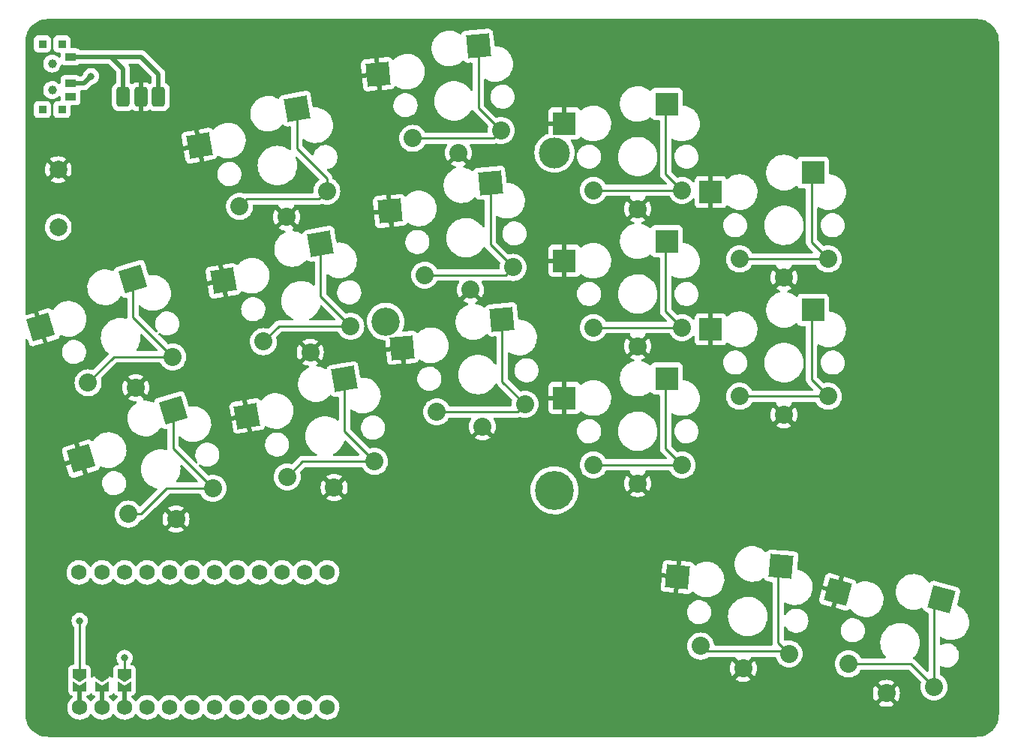
<source format=gbr>
%TF.GenerationSoftware,KiCad,Pcbnew,(6.0.4-0)*%
%TF.CreationDate,2022-06-15T11:08:26+02:00*%
%TF.ProjectId,battoota_min,62617474-6f6f-4746-915f-6d696e2e6b69,v1.0.0*%
%TF.SameCoordinates,Original*%
%TF.FileFunction,Copper,L1,Top*%
%TF.FilePolarity,Positive*%
%FSLAX46Y46*%
G04 Gerber Fmt 4.6, Leading zero omitted, Abs format (unit mm)*
G04 Created by KiCad (PCBNEW (6.0.4-0)) date 2022-06-15 11:08:26*
%MOMM*%
%LPD*%
G01*
G04 APERTURE LIST*
G04 Aperture macros list*
%AMRoundRect*
0 Rectangle with rounded corners*
0 $1 Rounding radius*
0 $2 $3 $4 $5 $6 $7 $8 $9 X,Y pos of 4 corners*
0 Add a 4 corners polygon primitive as box body*
4,1,4,$2,$3,$4,$5,$6,$7,$8,$9,$2,$3,0*
0 Add four circle primitives for the rounded corners*
1,1,$1+$1,$2,$3*
1,1,$1+$1,$4,$5*
1,1,$1+$1,$6,$7*
1,1,$1+$1,$8,$9*
0 Add four rect primitives between the rounded corners*
20,1,$1+$1,$2,$3,$4,$5,0*
20,1,$1+$1,$4,$5,$6,$7,0*
20,1,$1+$1,$6,$7,$8,$9,0*
20,1,$1+$1,$8,$9,$2,$3,0*%
%AMRotRect*
0 Rectangle, with rotation*
0 The origin of the aperture is its center*
0 $1 length*
0 $2 width*
0 $3 Rotation angle, in degrees counterclockwise*
0 Add horizontal line*
21,1,$1,$2,0,0,$3*%
%AMFreePoly0*
4,1,6,0.150000,0.000000,0.650000,-0.750000,-0.500000,-0.750000,-0.500000,0.750000,0.650000,0.750000,0.150000,0.000000,0.150000,0.000000,$1*%
%AMFreePoly1*
4,1,6,0.500000,-0.750000,-0.500000,-0.750000,-1.000000,0.000000,-0.500000,0.750000,0.500000,0.750000,0.500000,-0.750000,0.500000,-0.750000,$1*%
G04 Aperture macros list end*
%TA.AperFunction,ComponentPad*%
%ADD10RoundRect,0.375000X-0.375000X-0.750000X0.375000X-0.750000X0.375000X0.750000X-0.375000X0.750000X0*%
%TD*%
%TA.AperFunction,WasherPad*%
%ADD11C,1.000000*%
%TD*%
%TA.AperFunction,SMDPad,CuDef*%
%ADD12R,0.900000X0.900000*%
%TD*%
%TA.AperFunction,SMDPad,CuDef*%
%ADD13R,1.250000X0.900000*%
%TD*%
%TA.AperFunction,ComponentPad*%
%ADD14C,2.000000*%
%TD*%
%TA.AperFunction,ComponentPad*%
%ADD15C,3.500000*%
%TD*%
%TA.AperFunction,ComponentPad*%
%ADD16C,4.400000*%
%TD*%
%TA.AperFunction,ComponentPad*%
%ADD17C,3.200000*%
%TD*%
%TA.AperFunction,SMDPad,CuDef*%
%ADD18RotRect,2.600000X2.600000X345.000000*%
%TD*%
%TA.AperFunction,ComponentPad*%
%ADD19C,2.032000*%
%TD*%
%TA.AperFunction,SMDPad,CuDef*%
%ADD20RotRect,2.600000X2.600000X10.000000*%
%TD*%
%TA.AperFunction,SMDPad,CuDef*%
%ADD21RotRect,2.600000X2.600000X355.000000*%
%TD*%
%TA.AperFunction,SMDPad,CuDef*%
%ADD22RotRect,2.600000X2.600000X17.000000*%
%TD*%
%TA.AperFunction,SMDPad,CuDef*%
%ADD23RotRect,2.600000X2.600000X5.000000*%
%TD*%
%TA.AperFunction,SMDPad,CuDef*%
%ADD24R,2.600000X2.600000*%
%TD*%
%TA.AperFunction,ComponentPad*%
%ADD25C,1.752600*%
%TD*%
%TA.AperFunction,SMDPad,CuDef*%
%ADD26FreePoly0,90.000000*%
%TD*%
%TA.AperFunction,SMDPad,CuDef*%
%ADD27R,0.500000X1.524000*%
%TD*%
%TA.AperFunction,SMDPad,CuDef*%
%ADD28FreePoly1,90.000000*%
%TD*%
%TA.AperFunction,ViaPad*%
%ADD29C,0.800000*%
%TD*%
%TA.AperFunction,Conductor*%
%ADD30C,0.500000*%
%TD*%
%TA.AperFunction,Conductor*%
%ADD31C,0.250000*%
%TD*%
G04 APERTURE END LIST*
D10*
%TO.P,PAD1,3*%
%TO.N,BRAW*%
X203035346Y-66324116D03*
%TO.P,PAD1,2*%
%TO.N,GND*%
X205035346Y-66324116D03*
%TO.P,PAD1,1*%
%TO.N,BRAW*%
X207035346Y-66324116D03*
%TD*%
D11*
%TO.P,T2,*%
%TO.N,*%
X195021762Y-65565501D03*
X195021762Y-62565501D03*
%TD*%
D12*
%TO.P,T1,*%
%TO.N,*%
X196121762Y-60365501D03*
X193921762Y-67765501D03*
X193921762Y-60365501D03*
X196121762Y-67765501D03*
D13*
%TO.P,T1,1*%
%TO.N,BRAW*%
X197096762Y-61815501D03*
%TO.P,T1,2*%
%TO.N,RAW*%
X197096762Y-64815501D03*
%TO.P,T1,3*%
%TO.N,N/C*%
X197096762Y-66315501D03*
%TD*%
D14*
%TO.P,B1,1*%
%TO.N,GND*%
X195707000Y-74549000D03*
%TO.P,B1,2*%
%TO.N,RST*%
X195707000Y-81049000D03*
%TD*%
D15*
%TO.P,,1*%
%TO.N,N/C*%
X251714000Y-72644000D03*
D16*
X251714000Y-110744000D03*
D17*
X232664000Y-91694000D03*
%TD*%
D18*
%TO.P,S15,1*%
%TO.N,P3*%
X295408301Y-123069544D03*
D19*
X284891780Y-130345593D03*
X294551039Y-132933783D03*
D18*
%TO.P,S15,2*%
%TO.N,GND*%
X283682456Y-122205220D03*
D19*
X289177890Y-133668132D03*
%TD*%
D20*
%TO.P,S3,1*%
%TO.N,P15*%
X228012910Y-98191827D03*
D19*
X231404774Y-107494159D03*
X221556696Y-109230640D03*
D20*
%TO.P,S3,2*%
%TO.N,GND*%
X217020406Y-102364040D03*
D19*
X226845396Y-110430496D03*
%TD*%
%TO.P,S14,1*%
%TO.N,P4*%
X278180757Y-129211383D03*
D21*
X277312088Y-119348142D03*
D19*
X268218810Y-128339825D03*
D21*
%TO.P,S14,2*%
%TO.N,GND*%
X265614297Y-120533120D03*
D19*
X273016756Y-130867613D03*
%TD*%
D22*
%TO.P,S1,1*%
%TO.N,P20*%
X208668478Y-101692343D03*
D19*
X203605681Y-113435689D03*
X213168728Y-110511972D03*
D22*
%TO.P,S1,2*%
%TO.N,GND*%
X198266375Y-107173105D03*
D19*
X209001185Y-113982070D03*
%TD*%
%TO.P,S6,1*%
%TO.N,P10*%
X248386226Y-101023823D03*
D23*
X245818021Y-91461270D03*
D19*
X238424279Y-101895381D03*
%TO.P,S6,2*%
%TO.N,GND*%
X243588280Y-103551611D03*
D23*
X234503715Y-94659546D03*
%TD*%
D20*
%TO.P,S5,1*%
%TO.N,P19*%
X222629817Y-67662787D03*
D19*
X226021681Y-76965119D03*
X216173603Y-78701600D03*
%TO.P,S5,2*%
%TO.N,GND*%
X221462303Y-79901456D03*
D20*
X211637313Y-71835000D03*
%TD*%
D19*
%TO.P,S13,1*%
%TO.N,P5*%
X282612000Y-84632000D03*
X272612000Y-84632000D03*
D24*
X280886999Y-74882001D03*
%TO.P,S13,2*%
%TO.N,GND*%
X269336999Y-77082000D03*
D19*
X277612000Y-86732000D03*
%TD*%
%TO.P,S11,1*%
%TO.N,P7*%
X256112000Y-76882000D03*
D24*
X264386999Y-67132001D03*
D19*
X266112000Y-76882000D03*
%TO.P,S11,2*%
%TO.N,GND*%
X261112000Y-78982000D03*
D24*
X252836999Y-69332000D03*
%TD*%
D19*
%TO.P,S12,1*%
%TO.N,P6*%
X282612000Y-100132000D03*
D24*
X280886999Y-90382001D03*
D19*
X272612000Y-100132000D03*
D24*
%TO.P,S12,2*%
%TO.N,GND*%
X269336999Y-92582000D03*
D19*
X277612000Y-102232000D03*
%TD*%
%TO.P,S8,1*%
%TO.N,P14*%
X245684397Y-70141787D03*
X235722450Y-71013345D03*
D23*
X243116192Y-60579234D03*
%TO.P,S8,2*%
%TO.N,GND*%
X231801886Y-63777510D03*
D19*
X240886451Y-72669575D03*
%TD*%
D24*
%TO.P,S9,1*%
%TO.N,P9*%
X264386999Y-98132001D03*
D19*
X266112000Y-107882000D03*
X256112000Y-107882000D03*
D24*
%TO.P,S9,2*%
%TO.N,GND*%
X252836999Y-100332000D03*
D19*
X261112000Y-109982000D03*
%TD*%
D24*
%TO.P,S10,1*%
%TO.N,P8*%
X264386999Y-82632001D03*
D19*
X266112000Y-92382000D03*
X256112000Y-92382000D03*
D24*
%TO.P,S10,2*%
%TO.N,GND*%
X252836999Y-84832000D03*
D19*
X261112000Y-94482000D03*
%TD*%
%TO.P,S2,1*%
%TO.N,P21*%
X208636967Y-95689248D03*
D22*
X204136717Y-86869619D03*
D19*
X199073920Y-98612965D03*
%TO.P,S2,2*%
%TO.N,GND*%
X204469424Y-99159346D03*
D22*
X193734614Y-92350381D03*
%TD*%
D20*
%TO.P,S4,1*%
%TO.N,P18*%
X225321363Y-82927307D03*
D19*
X228713227Y-92229639D03*
X218865149Y-93966120D03*
D20*
%TO.P,S4,2*%
%TO.N,GND*%
X214328859Y-87099520D03*
D19*
X224153849Y-95165976D03*
%TD*%
%TO.P,S7,1*%
%TO.N,P16*%
X247035312Y-85582805D03*
D23*
X244467107Y-76020252D03*
D19*
X237073365Y-86454363D03*
D23*
%TO.P,S7,2*%
%TO.N,GND*%
X233152801Y-79218528D03*
D19*
X242237366Y-88110593D03*
%TD*%
D25*
%TO.P,MCU1,*%
%TO.N,*%
X203200000Y-120015000D03*
D26*
X198120000Y-132921477D03*
D25*
X198036254Y-120015000D03*
X200660000Y-120015000D03*
X203200000Y-135255000D03*
X200660000Y-135255000D03*
D27*
X200660000Y-133871477D03*
X203200000Y-133871477D03*
D26*
X203200000Y-132921477D03*
D27*
X198120000Y-133871477D03*
D25*
X198120000Y-135255000D03*
D26*
X200660000Y-132921477D03*
D28*
%TO.P,MCU1,1*%
%TO.N,RAW*%
X198120000Y-131471477D03*
%TO.P,MCU1,2*%
%TO.N,GND*%
X200660000Y-131471477D03*
%TO.P,MCU1,3*%
%TO.N,RST*%
X203200000Y-131471477D03*
D25*
%TO.P,MCU1,4*%
%TO.N,N/C*%
X205740000Y-120015000D03*
%TO.P,MCU1,5*%
%TO.N,P21*%
X208280000Y-120015000D03*
%TO.P,MCU1,6*%
%TO.N,P20*%
X210820000Y-120015000D03*
%TO.P,MCU1,7*%
%TO.N,P19*%
X213360000Y-120015000D03*
%TO.P,MCU1,8*%
%TO.N,P18*%
X215900000Y-120015000D03*
%TO.P,MCU1,9*%
%TO.N,P15*%
X218440000Y-120015000D03*
%TO.P,MCU1,10*%
%TO.N,P14*%
X220980000Y-120015000D03*
%TO.P,MCU1,11*%
%TO.N,P16*%
X223520000Y-120015000D03*
%TO.P,MCU1,12*%
%TO.N,P10*%
X226060000Y-120015000D03*
%TO.P,MCU1,16*%
%TO.N,N/C*%
X205740000Y-135255000D03*
%TO.P,MCU1,17*%
%TO.N,P2*%
X208280000Y-135255000D03*
%TO.P,MCU1,18*%
%TO.N,P3*%
X210820000Y-135255000D03*
%TO.P,MCU1,19*%
%TO.N,P4*%
X213360000Y-135255000D03*
%TO.P,MCU1,20*%
%TO.N,P5*%
X215900000Y-135255000D03*
%TO.P,MCU1,21*%
%TO.N,P6*%
X218440000Y-135255000D03*
%TO.P,MCU1,22*%
%TO.N,P7*%
X220980000Y-135255000D03*
%TO.P,MCU1,23*%
%TO.N,P8*%
X223520000Y-135255000D03*
%TO.P,MCU1,24*%
%TO.N,P9*%
X226060000Y-135255000D03*
%TD*%
D29*
%TO.N,RST*%
X203200000Y-129667000D03*
%TO.N,RAW*%
X198120000Y-125476000D03*
%TO.N,GND*%
X200660000Y-127635000D03*
%TO.N,RAW*%
X199409061Y-64013474D03*
%TD*%
D30*
%TO.N,BRAW*%
X203035346Y-63202816D02*
X203035346Y-66324116D01*
X197096762Y-61815501D02*
X201648031Y-61815501D01*
X201648031Y-61815501D02*
X203035346Y-63202816D01*
X197096762Y-61815501D02*
X205066731Y-61815501D01*
X205066731Y-61815501D02*
X207035346Y-63784116D01*
X207035346Y-63784116D02*
X207035346Y-66324116D01*
D31*
%TO.N,RST*%
X203200000Y-131471477D02*
X203200000Y-129667000D01*
%TO.N,RAW*%
X198120000Y-131471477D02*
X198120000Y-125476000D01*
%TO.N,GND*%
X200660000Y-127635000D02*
X200660000Y-131471477D01*
X200660000Y-127635000D02*
X200660000Y-127254000D01*
D30*
%TO.N,RAW*%
X198607034Y-64815501D02*
X199409061Y-64013474D01*
X197096762Y-64815501D02*
X198607034Y-64815501D01*
D31*
%TO.N,P3*%
X291962849Y-130345593D02*
X294551039Y-132933783D01*
X294551039Y-123926806D02*
X294551039Y-132933783D01*
X295408301Y-123069544D02*
X294551039Y-123926806D01*
X284891780Y-130345593D02*
X291962849Y-130345593D01*
%TO.N,P9*%
X264237479Y-106007479D02*
X264237479Y-98281521D01*
X264237479Y-98281521D02*
X264386999Y-98132001D01*
X256112000Y-107882000D02*
X266112000Y-107882000D01*
X266112000Y-107882000D02*
X264237479Y-106007479D01*
%TO.N,P8*%
X256112000Y-92382000D02*
X266112000Y-92382000D01*
X264237479Y-90507479D02*
X266112000Y-92382000D01*
X264386999Y-82632001D02*
X264237479Y-82781521D01*
X264237479Y-82781521D02*
X264237479Y-90507479D01*
%TO.N,P7*%
X256112000Y-76882000D02*
X266112000Y-76882000D01*
X264237479Y-67281521D02*
X264386999Y-67132001D01*
X264237479Y-75007479D02*
X264237479Y-67281521D01*
X266112000Y-76882000D02*
X264237479Y-75007479D01*
%TO.N,P6*%
X272612000Y-100132000D02*
X282612000Y-100132000D01*
X280886999Y-90382001D02*
X280737479Y-90531521D01*
X280737479Y-98257479D02*
X282612000Y-100132000D01*
X280737479Y-90531521D02*
X280737479Y-98257479D01*
%TO.N,P5*%
X280737479Y-75031521D02*
X280737479Y-82757479D01*
X280886999Y-74882001D02*
X280737479Y-75031521D01*
X272612000Y-84632000D02*
X282612000Y-84632000D01*
X280737479Y-82757479D02*
X282612000Y-84632000D01*
%TO.N,P4*%
X277874374Y-128905000D02*
X278180757Y-129211383D01*
X276964261Y-119695969D02*
X276964261Y-127994887D01*
X268218810Y-128339825D02*
X268783985Y-128905000D01*
X268783985Y-128905000D02*
X277874374Y-128905000D01*
X277312088Y-119348142D02*
X276964261Y-119695969D01*
X276964261Y-127994887D02*
X278180757Y-129211383D01*
%TO.N,P10*%
X245818021Y-98455618D02*
X248386226Y-101023823D01*
X238424279Y-101895381D02*
X247514668Y-101895381D01*
X247514668Y-101895381D02*
X248386226Y-101023823D01*
X245818021Y-91461270D02*
X245818021Y-98455618D01*
%TO.N,P16*%
X246163754Y-86454363D02*
X247035312Y-85582805D01*
X244467107Y-76020252D02*
X244467107Y-83014600D01*
X244467107Y-83014600D02*
X247035312Y-85582805D01*
X237073365Y-86454363D02*
X246163754Y-86454363D01*
%TO.N,P14*%
X244812839Y-71013345D02*
X245684397Y-70141787D01*
X235722450Y-71013345D02*
X244812839Y-71013345D01*
X243116192Y-60579234D02*
X243116192Y-67573582D01*
X243116192Y-67573582D02*
X245684397Y-70141787D01*
%TO.N,P15*%
X221556696Y-109230640D02*
X223293177Y-107494159D01*
X228012910Y-104102295D02*
X228012910Y-98191827D01*
X223293177Y-107494159D02*
X231404774Y-107494159D01*
X231404774Y-107494159D02*
X228012910Y-104102295D01*
%TO.N,P18*%
X225321363Y-82927307D02*
X225321363Y-88837775D01*
X228713227Y-92229639D02*
X220601630Y-92229639D01*
X220601630Y-92229639D02*
X218865149Y-93966120D01*
X225321363Y-88837775D02*
X228713227Y-92229639D01*
%TO.N,P19*%
X216173603Y-78701600D02*
X217024203Y-77851000D01*
X226021681Y-76965119D02*
X226021681Y-75528279D01*
X217024203Y-77851000D02*
X225135800Y-77851000D01*
X226021681Y-75528279D02*
X222629817Y-72136415D01*
X225135800Y-77851000D02*
X226021681Y-76965119D01*
X222629817Y-72136415D02*
X222629817Y-67662787D01*
%TO.N,P20*%
X203605681Y-113435689D02*
X205042521Y-113435689D01*
X207966238Y-110511972D02*
X213168728Y-110511972D01*
X208668478Y-106011722D02*
X208668478Y-101692343D01*
X213168728Y-110511972D02*
X208668478Y-106011722D01*
X205042521Y-113435689D02*
X207966238Y-110511972D01*
%TO.N,P21*%
X204136717Y-91188998D02*
X204136717Y-86869619D01*
X199073920Y-98612965D02*
X201997637Y-95689248D01*
X201997637Y-95689248D02*
X208636967Y-95689248D01*
X208636967Y-95689248D02*
X204136717Y-91188998D01*
%TD*%
%TA.AperFunction,Conductor*%
%TO.N,GND*%
G36*
X299349677Y-57551872D02*
G01*
X299364511Y-57554182D01*
X299364514Y-57554182D01*
X299373384Y-57555563D01*
X299390584Y-57553314D01*
X299414519Y-57552480D01*
X299672377Y-57568073D01*
X299687480Y-57569907D01*
X299968426Y-57621388D01*
X299983200Y-57625029D01*
X300255898Y-57710001D01*
X300270124Y-57715396D01*
X300530590Y-57832617D01*
X300544061Y-57839687D01*
X300666281Y-57913570D01*
X300788499Y-57987451D01*
X300801021Y-57996094D01*
X301025863Y-58172241D01*
X301037252Y-58182330D01*
X301239226Y-58384299D01*
X301249316Y-58395688D01*
X301425468Y-58620524D01*
X301434112Y-58633046D01*
X301581883Y-58877484D01*
X301588954Y-58890955D01*
X301676358Y-59085152D01*
X301706183Y-59151419D01*
X301711578Y-59165646D01*
X301796554Y-59438333D01*
X301800196Y-59453107D01*
X301851685Y-59734059D01*
X301853519Y-59749163D01*
X301868660Y-59999428D01*
X301867390Y-60026421D01*
X301867342Y-60026726D01*
X301867342Y-60026733D01*
X301865961Y-60035601D01*
X301867125Y-60044502D01*
X301867125Y-60044506D01*
X301870088Y-60067160D01*
X301871152Y-60083498D01*
X301871152Y-136046532D01*
X301869652Y-136065917D01*
X301867342Y-136080750D01*
X301867342Y-136080754D01*
X301865961Y-136089623D01*
X301867605Y-136102192D01*
X301868210Y-136106818D01*
X301869043Y-136130762D01*
X301853446Y-136388607D01*
X301851612Y-136403711D01*
X301842976Y-136450838D01*
X301807775Y-136642927D01*
X301800129Y-136684648D01*
X301796489Y-136699416D01*
X301711511Y-136972118D01*
X301706115Y-136986344D01*
X301588895Y-137246794D01*
X301581829Y-137260259D01*
X301473076Y-137440155D01*
X301434060Y-137504694D01*
X301425417Y-137517215D01*
X301249267Y-137742053D01*
X301239177Y-137753442D01*
X301037213Y-137955402D01*
X301025824Y-137965492D01*
X300800981Y-138141642D01*
X300788458Y-138150285D01*
X300544037Y-138298039D01*
X300530565Y-138305110D01*
X300270100Y-138422332D01*
X300255873Y-138427727D01*
X299983186Y-138512696D01*
X299968414Y-138516337D01*
X299687470Y-138567818D01*
X299672372Y-138569651D01*
X299421536Y-138584820D01*
X299395623Y-138583600D01*
X299394811Y-138583590D01*
X299385936Y-138582208D01*
X299377033Y-138583372D01*
X299354364Y-138586336D01*
X299338029Y-138587399D01*
X194555703Y-138587399D01*
X194536319Y-138585899D01*
X194521485Y-138583589D01*
X194521482Y-138583589D01*
X194512612Y-138582208D01*
X194495412Y-138584457D01*
X194471478Y-138585291D01*
X194233485Y-138570898D01*
X194213628Y-138569697D01*
X194198523Y-138567863D01*
X193917586Y-138516382D01*
X193902812Y-138512741D01*
X193719391Y-138455586D01*
X193630123Y-138427769D01*
X193615899Y-138422375D01*
X193355429Y-138305148D01*
X193341964Y-138298080D01*
X193244999Y-138239462D01*
X193097541Y-138150319D01*
X193085019Y-138141676D01*
X192860181Y-137965526D01*
X192848792Y-137955436D01*
X192646830Y-137753470D01*
X192636740Y-137742080D01*
X192460602Y-137517250D01*
X192451958Y-137504728D01*
X192304194Y-137260286D01*
X192297124Y-137246813D01*
X192179912Y-136986366D01*
X192174516Y-136972138D01*
X192089548Y-136699442D01*
X192085907Y-136684669D01*
X192034430Y-136403723D01*
X192032597Y-136388618D01*
X192017430Y-136137744D01*
X192018640Y-136112049D01*
X192018652Y-136111066D01*
X192020034Y-136102192D01*
X192015906Y-136070615D01*
X192014843Y-136054282D01*
X192014843Y-135221050D01*
X196730869Y-135221050D01*
X196731166Y-135226202D01*
X196731166Y-135226206D01*
X196735983Y-135309740D01*
X196743977Y-135448387D01*
X196794039Y-135670531D01*
X196795983Y-135675317D01*
X196795984Y-135675322D01*
X196877767Y-135876728D01*
X196879711Y-135881515D01*
X196953571Y-136002044D01*
X196995990Y-136071264D01*
X196998692Y-136075674D01*
X197147786Y-136247793D01*
X197322989Y-136393249D01*
X197327441Y-136395851D01*
X197327446Y-136395854D01*
X197421540Y-136450838D01*
X197519597Y-136508138D01*
X197732329Y-136589372D01*
X197737395Y-136590403D01*
X197737396Y-136590403D01*
X197789630Y-136601030D01*
X197955472Y-136634771D01*
X198083288Y-136639458D01*
X198177870Y-136642927D01*
X198177875Y-136642927D01*
X198183034Y-136643116D01*
X198188154Y-136642460D01*
X198188156Y-136642460D01*
X198260344Y-136633212D01*
X198408903Y-136614181D01*
X198413852Y-136612696D01*
X198413858Y-136612695D01*
X198540204Y-136574789D01*
X198627013Y-136548745D01*
X198831507Y-136448564D01*
X198835711Y-136445566D01*
X198835715Y-136445563D01*
X198915564Y-136388607D01*
X199016893Y-136316330D01*
X199178193Y-136155592D01*
X199200766Y-136124179D01*
X199288528Y-136002044D01*
X199344523Y-135958396D01*
X199415226Y-135951950D01*
X199478191Y-135984753D01*
X199498283Y-136009735D01*
X199535989Y-136071264D01*
X199535992Y-136071269D01*
X199538692Y-136075674D01*
X199687786Y-136247793D01*
X199862989Y-136393249D01*
X199867441Y-136395851D01*
X199867446Y-136395854D01*
X199961540Y-136450838D01*
X200059597Y-136508138D01*
X200272329Y-136589372D01*
X200277395Y-136590403D01*
X200277396Y-136590403D01*
X200329630Y-136601030D01*
X200495472Y-136634771D01*
X200623288Y-136639458D01*
X200717870Y-136642927D01*
X200717875Y-136642927D01*
X200723034Y-136643116D01*
X200728154Y-136642460D01*
X200728156Y-136642460D01*
X200800344Y-136633212D01*
X200948903Y-136614181D01*
X200953852Y-136612696D01*
X200953858Y-136612695D01*
X201080204Y-136574789D01*
X201167013Y-136548745D01*
X201371507Y-136448564D01*
X201375711Y-136445566D01*
X201375715Y-136445563D01*
X201455564Y-136388607D01*
X201556893Y-136316330D01*
X201718193Y-136155592D01*
X201740766Y-136124179D01*
X201828528Y-136002044D01*
X201884523Y-135958396D01*
X201955226Y-135951950D01*
X202018191Y-135984753D01*
X202038283Y-136009735D01*
X202075989Y-136071264D01*
X202075992Y-136071269D01*
X202078692Y-136075674D01*
X202227786Y-136247793D01*
X202402989Y-136393249D01*
X202407441Y-136395851D01*
X202407446Y-136395854D01*
X202501540Y-136450838D01*
X202599597Y-136508138D01*
X202812329Y-136589372D01*
X202817395Y-136590403D01*
X202817396Y-136590403D01*
X202869630Y-136601030D01*
X203035472Y-136634771D01*
X203163288Y-136639458D01*
X203257870Y-136642927D01*
X203257875Y-136642927D01*
X203263034Y-136643116D01*
X203268154Y-136642460D01*
X203268156Y-136642460D01*
X203340344Y-136633212D01*
X203488903Y-136614181D01*
X203493852Y-136612696D01*
X203493858Y-136612695D01*
X203620204Y-136574789D01*
X203707013Y-136548745D01*
X203911507Y-136448564D01*
X203915711Y-136445566D01*
X203915715Y-136445563D01*
X203995564Y-136388607D01*
X204096893Y-136316330D01*
X204258193Y-136155592D01*
X204280766Y-136124179D01*
X204368528Y-136002044D01*
X204424523Y-135958396D01*
X204495226Y-135951950D01*
X204558191Y-135984753D01*
X204578283Y-136009735D01*
X204615989Y-136071264D01*
X204615992Y-136071269D01*
X204618692Y-136075674D01*
X204767786Y-136247793D01*
X204942989Y-136393249D01*
X204947441Y-136395851D01*
X204947446Y-136395854D01*
X205041540Y-136450838D01*
X205139597Y-136508138D01*
X205352329Y-136589372D01*
X205357395Y-136590403D01*
X205357396Y-136590403D01*
X205409630Y-136601030D01*
X205575472Y-136634771D01*
X205703288Y-136639458D01*
X205797870Y-136642927D01*
X205797875Y-136642927D01*
X205803034Y-136643116D01*
X205808154Y-136642460D01*
X205808156Y-136642460D01*
X205880344Y-136633212D01*
X206028903Y-136614181D01*
X206033852Y-136612696D01*
X206033858Y-136612695D01*
X206160204Y-136574789D01*
X206247013Y-136548745D01*
X206451507Y-136448564D01*
X206455711Y-136445566D01*
X206455715Y-136445563D01*
X206535564Y-136388607D01*
X206636893Y-136316330D01*
X206798193Y-136155592D01*
X206820766Y-136124179D01*
X206908528Y-136002044D01*
X206964523Y-135958396D01*
X207035226Y-135951950D01*
X207098191Y-135984753D01*
X207118283Y-136009735D01*
X207155989Y-136071264D01*
X207155992Y-136071269D01*
X207158692Y-136075674D01*
X207307786Y-136247793D01*
X207482989Y-136393249D01*
X207487441Y-136395851D01*
X207487446Y-136395854D01*
X207581540Y-136450838D01*
X207679597Y-136508138D01*
X207892329Y-136589372D01*
X207897395Y-136590403D01*
X207897396Y-136590403D01*
X207949630Y-136601030D01*
X208115472Y-136634771D01*
X208243288Y-136639458D01*
X208337870Y-136642927D01*
X208337875Y-136642927D01*
X208343034Y-136643116D01*
X208348154Y-136642460D01*
X208348156Y-136642460D01*
X208420344Y-136633212D01*
X208568903Y-136614181D01*
X208573852Y-136612696D01*
X208573858Y-136612695D01*
X208700204Y-136574789D01*
X208787013Y-136548745D01*
X208991507Y-136448564D01*
X208995711Y-136445566D01*
X208995715Y-136445563D01*
X209075564Y-136388607D01*
X209176893Y-136316330D01*
X209338193Y-136155592D01*
X209360766Y-136124179D01*
X209448528Y-136002044D01*
X209504523Y-135958396D01*
X209575226Y-135951950D01*
X209638191Y-135984753D01*
X209658283Y-136009735D01*
X209695989Y-136071264D01*
X209695992Y-136071269D01*
X209698692Y-136075674D01*
X209847786Y-136247793D01*
X210022989Y-136393249D01*
X210027441Y-136395851D01*
X210027446Y-136395854D01*
X210121540Y-136450838D01*
X210219597Y-136508138D01*
X210432329Y-136589372D01*
X210437395Y-136590403D01*
X210437396Y-136590403D01*
X210489630Y-136601030D01*
X210655472Y-136634771D01*
X210783288Y-136639458D01*
X210877870Y-136642927D01*
X210877875Y-136642927D01*
X210883034Y-136643116D01*
X210888154Y-136642460D01*
X210888156Y-136642460D01*
X210960344Y-136633212D01*
X211108903Y-136614181D01*
X211113852Y-136612696D01*
X211113858Y-136612695D01*
X211240204Y-136574789D01*
X211327013Y-136548745D01*
X211531507Y-136448564D01*
X211535711Y-136445566D01*
X211535715Y-136445563D01*
X211615564Y-136388607D01*
X211716893Y-136316330D01*
X211878193Y-136155592D01*
X211900766Y-136124179D01*
X211988528Y-136002044D01*
X212044523Y-135958396D01*
X212115226Y-135951950D01*
X212178191Y-135984753D01*
X212198283Y-136009735D01*
X212235989Y-136071264D01*
X212235992Y-136071269D01*
X212238692Y-136075674D01*
X212387786Y-136247793D01*
X212562989Y-136393249D01*
X212567441Y-136395851D01*
X212567446Y-136395854D01*
X212661540Y-136450838D01*
X212759597Y-136508138D01*
X212972329Y-136589372D01*
X212977395Y-136590403D01*
X212977396Y-136590403D01*
X213029630Y-136601030D01*
X213195472Y-136634771D01*
X213323288Y-136639458D01*
X213417870Y-136642927D01*
X213417875Y-136642927D01*
X213423034Y-136643116D01*
X213428154Y-136642460D01*
X213428156Y-136642460D01*
X213500344Y-136633212D01*
X213648903Y-136614181D01*
X213653852Y-136612696D01*
X213653858Y-136612695D01*
X213780204Y-136574789D01*
X213867013Y-136548745D01*
X214071507Y-136448564D01*
X214075711Y-136445566D01*
X214075715Y-136445563D01*
X214155564Y-136388607D01*
X214256893Y-136316330D01*
X214418193Y-136155592D01*
X214440766Y-136124179D01*
X214528528Y-136002044D01*
X214584523Y-135958396D01*
X214655226Y-135951950D01*
X214718191Y-135984753D01*
X214738283Y-136009735D01*
X214775989Y-136071264D01*
X214775992Y-136071269D01*
X214778692Y-136075674D01*
X214927786Y-136247793D01*
X215102989Y-136393249D01*
X215107441Y-136395851D01*
X215107446Y-136395854D01*
X215201540Y-136450838D01*
X215299597Y-136508138D01*
X215512329Y-136589372D01*
X215517395Y-136590403D01*
X215517396Y-136590403D01*
X215569630Y-136601030D01*
X215735472Y-136634771D01*
X215863288Y-136639458D01*
X215957870Y-136642927D01*
X215957875Y-136642927D01*
X215963034Y-136643116D01*
X215968154Y-136642460D01*
X215968156Y-136642460D01*
X216040344Y-136633212D01*
X216188903Y-136614181D01*
X216193852Y-136612696D01*
X216193858Y-136612695D01*
X216320204Y-136574789D01*
X216407013Y-136548745D01*
X216611507Y-136448564D01*
X216615711Y-136445566D01*
X216615715Y-136445563D01*
X216695564Y-136388607D01*
X216796893Y-136316330D01*
X216958193Y-136155592D01*
X216980766Y-136124179D01*
X217068528Y-136002044D01*
X217124523Y-135958396D01*
X217195226Y-135951950D01*
X217258191Y-135984753D01*
X217278283Y-136009735D01*
X217315989Y-136071264D01*
X217315992Y-136071269D01*
X217318692Y-136075674D01*
X217467786Y-136247793D01*
X217642989Y-136393249D01*
X217647441Y-136395851D01*
X217647446Y-136395854D01*
X217741540Y-136450838D01*
X217839597Y-136508138D01*
X218052329Y-136589372D01*
X218057395Y-136590403D01*
X218057396Y-136590403D01*
X218109630Y-136601030D01*
X218275472Y-136634771D01*
X218403288Y-136639458D01*
X218497870Y-136642927D01*
X218497875Y-136642927D01*
X218503034Y-136643116D01*
X218508154Y-136642460D01*
X218508156Y-136642460D01*
X218580344Y-136633212D01*
X218728903Y-136614181D01*
X218733852Y-136612696D01*
X218733858Y-136612695D01*
X218860204Y-136574789D01*
X218947013Y-136548745D01*
X219151507Y-136448564D01*
X219155711Y-136445566D01*
X219155715Y-136445563D01*
X219235564Y-136388607D01*
X219336893Y-136316330D01*
X219498193Y-136155592D01*
X219520766Y-136124179D01*
X219608528Y-136002044D01*
X219664523Y-135958396D01*
X219735226Y-135951950D01*
X219798191Y-135984753D01*
X219818283Y-136009735D01*
X219855989Y-136071264D01*
X219855992Y-136071269D01*
X219858692Y-136075674D01*
X220007786Y-136247793D01*
X220182989Y-136393249D01*
X220187441Y-136395851D01*
X220187446Y-136395854D01*
X220281540Y-136450838D01*
X220379597Y-136508138D01*
X220592329Y-136589372D01*
X220597395Y-136590403D01*
X220597396Y-136590403D01*
X220649630Y-136601030D01*
X220815472Y-136634771D01*
X220943288Y-136639458D01*
X221037870Y-136642927D01*
X221037875Y-136642927D01*
X221043034Y-136643116D01*
X221048154Y-136642460D01*
X221048156Y-136642460D01*
X221120344Y-136633212D01*
X221268903Y-136614181D01*
X221273852Y-136612696D01*
X221273858Y-136612695D01*
X221400204Y-136574789D01*
X221487013Y-136548745D01*
X221691507Y-136448564D01*
X221695711Y-136445566D01*
X221695715Y-136445563D01*
X221775564Y-136388607D01*
X221876893Y-136316330D01*
X222038193Y-136155592D01*
X222060766Y-136124179D01*
X222148528Y-136002044D01*
X222204523Y-135958396D01*
X222275226Y-135951950D01*
X222338191Y-135984753D01*
X222358283Y-136009735D01*
X222395989Y-136071264D01*
X222395992Y-136071269D01*
X222398692Y-136075674D01*
X222547786Y-136247793D01*
X222722989Y-136393249D01*
X222727441Y-136395851D01*
X222727446Y-136395854D01*
X222821540Y-136450838D01*
X222919597Y-136508138D01*
X223132329Y-136589372D01*
X223137395Y-136590403D01*
X223137396Y-136590403D01*
X223189630Y-136601030D01*
X223355472Y-136634771D01*
X223483288Y-136639458D01*
X223577870Y-136642927D01*
X223577875Y-136642927D01*
X223583034Y-136643116D01*
X223588154Y-136642460D01*
X223588156Y-136642460D01*
X223660344Y-136633212D01*
X223808903Y-136614181D01*
X223813852Y-136612696D01*
X223813858Y-136612695D01*
X223940204Y-136574789D01*
X224027013Y-136548745D01*
X224231507Y-136448564D01*
X224235711Y-136445566D01*
X224235715Y-136445563D01*
X224315564Y-136388607D01*
X224416893Y-136316330D01*
X224578193Y-136155592D01*
X224600766Y-136124179D01*
X224688528Y-136002044D01*
X224744523Y-135958396D01*
X224815226Y-135951950D01*
X224878191Y-135984753D01*
X224898283Y-136009735D01*
X224935989Y-136071264D01*
X224935992Y-136071269D01*
X224938692Y-136075674D01*
X225087786Y-136247793D01*
X225262989Y-136393249D01*
X225267441Y-136395851D01*
X225267446Y-136395854D01*
X225361540Y-136450838D01*
X225459597Y-136508138D01*
X225672329Y-136589372D01*
X225677395Y-136590403D01*
X225677396Y-136590403D01*
X225729630Y-136601030D01*
X225895472Y-136634771D01*
X226023288Y-136639458D01*
X226117870Y-136642927D01*
X226117875Y-136642927D01*
X226123034Y-136643116D01*
X226128154Y-136642460D01*
X226128156Y-136642460D01*
X226200344Y-136633212D01*
X226348903Y-136614181D01*
X226353852Y-136612696D01*
X226353858Y-136612695D01*
X226480204Y-136574789D01*
X226567013Y-136548745D01*
X226771507Y-136448564D01*
X226775711Y-136445566D01*
X226775715Y-136445563D01*
X226855564Y-136388607D01*
X226956893Y-136316330D01*
X227118193Y-136155592D01*
X227140766Y-136124179D01*
X227248055Y-135974869D01*
X227251073Y-135970669D01*
X227351967Y-135766526D01*
X227418164Y-135548646D01*
X227430700Y-135453430D01*
X227447450Y-135326201D01*
X227447451Y-135326194D01*
X227447887Y-135322879D01*
X227449546Y-135255000D01*
X227438708Y-135123179D01*
X227431311Y-135033202D01*
X227431310Y-135033196D01*
X227430887Y-135028051D01*
X227401847Y-134912438D01*
X288298414Y-134912438D01*
X288304141Y-134920088D01*
X288479649Y-135027639D01*
X288488443Y-135032120D01*
X288700919Y-135120130D01*
X288710304Y-135123179D01*
X288933934Y-135176869D01*
X288943681Y-135178412D01*
X289172960Y-135196457D01*
X289182820Y-135196457D01*
X289412099Y-135178412D01*
X289421846Y-135176869D01*
X289645476Y-135123179D01*
X289654861Y-135120130D01*
X289867337Y-135032120D01*
X289876131Y-135027639D01*
X290047973Y-134922335D01*
X290057433Y-134911879D01*
X290053649Y-134903101D01*
X289190702Y-134040154D01*
X289176758Y-134032540D01*
X289174925Y-134032671D01*
X289168310Y-134036922D01*
X288305174Y-134900058D01*
X288298414Y-134912438D01*
X227401847Y-134912438D01*
X227375413Y-134807197D01*
X227373354Y-134802461D01*
X227286672Y-134603106D01*
X227286670Y-134603103D01*
X227284612Y-134598369D01*
X227160923Y-134407175D01*
X227007668Y-134238750D01*
X226828963Y-134097618D01*
X226629607Y-133987567D01*
X226434058Y-133918319D01*
X226419829Y-133913280D01*
X226419825Y-133913279D01*
X226414954Y-133911554D01*
X226409861Y-133910647D01*
X226409858Y-133910646D01*
X226195857Y-133872527D01*
X226195851Y-133872526D01*
X226190768Y-133871621D01*
X226103698Y-133870557D01*
X225968239Y-133868902D01*
X225968237Y-133868902D01*
X225963070Y-133868839D01*
X225737976Y-133903283D01*
X225521529Y-133974029D01*
X225461041Y-134005517D01*
X225324660Y-134076513D01*
X225319544Y-134079176D01*
X225315411Y-134082279D01*
X225315408Y-134082281D01*
X225231737Y-134145103D01*
X225137444Y-134215900D01*
X224980120Y-134380530D01*
X224976213Y-134386258D01*
X224893784Y-134507094D01*
X224838873Y-134552096D01*
X224768348Y-134560267D01*
X224704601Y-134529013D01*
X224683904Y-134504529D01*
X224623731Y-134411515D01*
X224623729Y-134411512D01*
X224620923Y-134407175D01*
X224467668Y-134238750D01*
X224288963Y-134097618D01*
X224089607Y-133987567D01*
X223894058Y-133918319D01*
X223879829Y-133913280D01*
X223879825Y-133913279D01*
X223874954Y-133911554D01*
X223869861Y-133910647D01*
X223869858Y-133910646D01*
X223655857Y-133872527D01*
X223655851Y-133872526D01*
X223650768Y-133871621D01*
X223563698Y-133870557D01*
X223428239Y-133868902D01*
X223428237Y-133868902D01*
X223423070Y-133868839D01*
X223197976Y-133903283D01*
X222981529Y-133974029D01*
X222921041Y-134005517D01*
X222784660Y-134076513D01*
X222779544Y-134079176D01*
X222775411Y-134082279D01*
X222775408Y-134082281D01*
X222691737Y-134145103D01*
X222597444Y-134215900D01*
X222440120Y-134380530D01*
X222436213Y-134386258D01*
X222353784Y-134507094D01*
X222298873Y-134552096D01*
X222228348Y-134560267D01*
X222164601Y-134529013D01*
X222143904Y-134504529D01*
X222083731Y-134411515D01*
X222083729Y-134411512D01*
X222080923Y-134407175D01*
X221927668Y-134238750D01*
X221748963Y-134097618D01*
X221549607Y-133987567D01*
X221354058Y-133918319D01*
X221339829Y-133913280D01*
X221339825Y-133913279D01*
X221334954Y-133911554D01*
X221329861Y-133910647D01*
X221329858Y-133910646D01*
X221115857Y-133872527D01*
X221115851Y-133872526D01*
X221110768Y-133871621D01*
X221023698Y-133870557D01*
X220888239Y-133868902D01*
X220888237Y-133868902D01*
X220883070Y-133868839D01*
X220657976Y-133903283D01*
X220441529Y-133974029D01*
X220381041Y-134005517D01*
X220244660Y-134076513D01*
X220239544Y-134079176D01*
X220235411Y-134082279D01*
X220235408Y-134082281D01*
X220151737Y-134145103D01*
X220057444Y-134215900D01*
X219900120Y-134380530D01*
X219896213Y-134386258D01*
X219813784Y-134507094D01*
X219758873Y-134552096D01*
X219688348Y-134560267D01*
X219624601Y-134529013D01*
X219603904Y-134504529D01*
X219543731Y-134411515D01*
X219543729Y-134411512D01*
X219540923Y-134407175D01*
X219387668Y-134238750D01*
X219208963Y-134097618D01*
X219009607Y-133987567D01*
X218814058Y-133918319D01*
X218799829Y-133913280D01*
X218799825Y-133913279D01*
X218794954Y-133911554D01*
X218789861Y-133910647D01*
X218789858Y-133910646D01*
X218575857Y-133872527D01*
X218575851Y-133872526D01*
X218570768Y-133871621D01*
X218483698Y-133870557D01*
X218348239Y-133868902D01*
X218348237Y-133868902D01*
X218343070Y-133868839D01*
X218117976Y-133903283D01*
X217901529Y-133974029D01*
X217841041Y-134005517D01*
X217704660Y-134076513D01*
X217699544Y-134079176D01*
X217695411Y-134082279D01*
X217695408Y-134082281D01*
X217611737Y-134145103D01*
X217517444Y-134215900D01*
X217360120Y-134380530D01*
X217356213Y-134386258D01*
X217273784Y-134507094D01*
X217218873Y-134552096D01*
X217148348Y-134560267D01*
X217084601Y-134529013D01*
X217063904Y-134504529D01*
X217003731Y-134411515D01*
X217003729Y-134411512D01*
X217000923Y-134407175D01*
X216847668Y-134238750D01*
X216668963Y-134097618D01*
X216469607Y-133987567D01*
X216274058Y-133918319D01*
X216259829Y-133913280D01*
X216259825Y-133913279D01*
X216254954Y-133911554D01*
X216249861Y-133910647D01*
X216249858Y-133910646D01*
X216035857Y-133872527D01*
X216035851Y-133872526D01*
X216030768Y-133871621D01*
X215943698Y-133870557D01*
X215808239Y-133868902D01*
X215808237Y-133868902D01*
X215803070Y-133868839D01*
X215577976Y-133903283D01*
X215361529Y-133974029D01*
X215301041Y-134005517D01*
X215164660Y-134076513D01*
X215159544Y-134079176D01*
X215155411Y-134082279D01*
X215155408Y-134082281D01*
X215071737Y-134145103D01*
X214977444Y-134215900D01*
X214820120Y-134380530D01*
X214816213Y-134386258D01*
X214733784Y-134507094D01*
X214678873Y-134552096D01*
X214608348Y-134560267D01*
X214544601Y-134529013D01*
X214523904Y-134504529D01*
X214463731Y-134411515D01*
X214463729Y-134411512D01*
X214460923Y-134407175D01*
X214307668Y-134238750D01*
X214128963Y-134097618D01*
X213929607Y-133987567D01*
X213734058Y-133918319D01*
X213719829Y-133913280D01*
X213719825Y-133913279D01*
X213714954Y-133911554D01*
X213709861Y-133910647D01*
X213709858Y-133910646D01*
X213495857Y-133872527D01*
X213495851Y-133872526D01*
X213490768Y-133871621D01*
X213403698Y-133870557D01*
X213268239Y-133868902D01*
X213268237Y-133868902D01*
X213263070Y-133868839D01*
X213037976Y-133903283D01*
X212821529Y-133974029D01*
X212761041Y-134005517D01*
X212624660Y-134076513D01*
X212619544Y-134079176D01*
X212615411Y-134082279D01*
X212615408Y-134082281D01*
X212531737Y-134145103D01*
X212437444Y-134215900D01*
X212280120Y-134380530D01*
X212276213Y-134386258D01*
X212193784Y-134507094D01*
X212138873Y-134552096D01*
X212068348Y-134560267D01*
X212004601Y-134529013D01*
X211983904Y-134504529D01*
X211923731Y-134411515D01*
X211923729Y-134411512D01*
X211920923Y-134407175D01*
X211767668Y-134238750D01*
X211588963Y-134097618D01*
X211389607Y-133987567D01*
X211194058Y-133918319D01*
X211179829Y-133913280D01*
X211179825Y-133913279D01*
X211174954Y-133911554D01*
X211169861Y-133910647D01*
X211169858Y-133910646D01*
X210955857Y-133872527D01*
X210955851Y-133872526D01*
X210950768Y-133871621D01*
X210863698Y-133870557D01*
X210728239Y-133868902D01*
X210728237Y-133868902D01*
X210723070Y-133868839D01*
X210497976Y-133903283D01*
X210281529Y-133974029D01*
X210221041Y-134005517D01*
X210084660Y-134076513D01*
X210079544Y-134079176D01*
X210075411Y-134082279D01*
X210075408Y-134082281D01*
X209991737Y-134145103D01*
X209897444Y-134215900D01*
X209740120Y-134380530D01*
X209736213Y-134386258D01*
X209653784Y-134507094D01*
X209598873Y-134552096D01*
X209528348Y-134560267D01*
X209464601Y-134529013D01*
X209443904Y-134504529D01*
X209383731Y-134411515D01*
X209383729Y-134411512D01*
X209380923Y-134407175D01*
X209227668Y-134238750D01*
X209048963Y-134097618D01*
X208849607Y-133987567D01*
X208654058Y-133918319D01*
X208639829Y-133913280D01*
X208639825Y-133913279D01*
X208634954Y-133911554D01*
X208629861Y-133910647D01*
X208629858Y-133910646D01*
X208415857Y-133872527D01*
X208415851Y-133872526D01*
X208410768Y-133871621D01*
X208323698Y-133870557D01*
X208188239Y-133868902D01*
X208188237Y-133868902D01*
X208183070Y-133868839D01*
X207957976Y-133903283D01*
X207741529Y-133974029D01*
X207681041Y-134005517D01*
X207544660Y-134076513D01*
X207539544Y-134079176D01*
X207535411Y-134082279D01*
X207535408Y-134082281D01*
X207451737Y-134145103D01*
X207357444Y-134215900D01*
X207200120Y-134380530D01*
X207196213Y-134386258D01*
X207113784Y-134507094D01*
X207058873Y-134552096D01*
X206988348Y-134560267D01*
X206924601Y-134529013D01*
X206903904Y-134504529D01*
X206843731Y-134411515D01*
X206843729Y-134411512D01*
X206840923Y-134407175D01*
X206687668Y-134238750D01*
X206508963Y-134097618D01*
X206309607Y-133987567D01*
X206114058Y-133918319D01*
X206099829Y-133913280D01*
X206099825Y-133913279D01*
X206094954Y-133911554D01*
X206089861Y-133910647D01*
X206089858Y-133910646D01*
X205875857Y-133872527D01*
X205875851Y-133872526D01*
X205870768Y-133871621D01*
X205783698Y-133870557D01*
X205648239Y-133868902D01*
X205648237Y-133868902D01*
X205643070Y-133868839D01*
X205417976Y-133903283D01*
X205201529Y-133974029D01*
X205141041Y-134005517D01*
X205004660Y-134076513D01*
X204999544Y-134079176D01*
X204995411Y-134082279D01*
X204995408Y-134082281D01*
X204911737Y-134145103D01*
X204817444Y-134215900D01*
X204660120Y-134380530D01*
X204656213Y-134386258D01*
X204573784Y-134507094D01*
X204518873Y-134552096D01*
X204448348Y-134560267D01*
X204384601Y-134529013D01*
X204363904Y-134504529D01*
X204303731Y-134411515D01*
X204303729Y-134411512D01*
X204300923Y-134407175D01*
X204147668Y-134238750D01*
X204024871Y-134141771D01*
X204020219Y-134138097D01*
X203979156Y-134080180D01*
X203975924Y-134009257D01*
X204011549Y-133947845D01*
X204062812Y-133918320D01*
X204117230Y-133902341D01*
X204154765Y-133891320D01*
X204154767Y-133891319D01*
X204163411Y-133888781D01*
X204227255Y-133847751D01*
X204278841Y-133814599D01*
X204278844Y-133814597D01*
X204286421Y-133809727D01*
X204331331Y-133757898D01*
X204376274Y-133706032D01*
X204376276Y-133706029D01*
X204382176Y-133699220D01*
X204394122Y-133673062D01*
X287649565Y-133673062D01*
X287667610Y-133902341D01*
X287669153Y-133912088D01*
X287722843Y-134135718D01*
X287725892Y-134145103D01*
X287813902Y-134357579D01*
X287818383Y-134366373D01*
X287923687Y-134538215D01*
X287934143Y-134547675D01*
X287942921Y-134543891D01*
X288805868Y-133680944D01*
X288812246Y-133669264D01*
X289542298Y-133669264D01*
X289542429Y-133671097D01*
X289546680Y-133677712D01*
X290409816Y-134540848D01*
X290422196Y-134547608D01*
X290429846Y-134541881D01*
X290537397Y-134366373D01*
X290541878Y-134357579D01*
X290629888Y-134145103D01*
X290632937Y-134135718D01*
X290686627Y-133912088D01*
X290688170Y-133902341D01*
X290706215Y-133673062D01*
X290706215Y-133663202D01*
X290688170Y-133433923D01*
X290686627Y-133424176D01*
X290632937Y-133200546D01*
X290629888Y-133191161D01*
X290541878Y-132978685D01*
X290537397Y-132969891D01*
X290432093Y-132798049D01*
X290421637Y-132788589D01*
X290412859Y-132792373D01*
X289549912Y-133655320D01*
X289542298Y-133669264D01*
X288812246Y-133669264D01*
X288813482Y-133667000D01*
X288813351Y-133665167D01*
X288809100Y-133658552D01*
X287945964Y-132795416D01*
X287933584Y-132788656D01*
X287925934Y-132794383D01*
X287818383Y-132969891D01*
X287813902Y-132978685D01*
X287725892Y-133191161D01*
X287722843Y-133200546D01*
X287669153Y-133424176D01*
X287667610Y-133433923D01*
X287649565Y-133663202D01*
X287649565Y-133673062D01*
X204394122Y-133673062D01*
X204397728Y-133665167D01*
X204439175Y-133574409D01*
X204442919Y-133566211D01*
X204463729Y-133421477D01*
X204463729Y-132424385D01*
X288298347Y-132424385D01*
X288302131Y-132433163D01*
X289165078Y-133296110D01*
X289179022Y-133303724D01*
X289180855Y-133303593D01*
X289187470Y-133299342D01*
X290050606Y-132436206D01*
X290057366Y-132423826D01*
X290051639Y-132416176D01*
X289876131Y-132308625D01*
X289867337Y-132304144D01*
X289654861Y-132216134D01*
X289645476Y-132213085D01*
X289421846Y-132159395D01*
X289412099Y-132157852D01*
X289182820Y-132139807D01*
X289172960Y-132139807D01*
X288943681Y-132157852D01*
X288933934Y-132159395D01*
X288710304Y-132213085D01*
X288700919Y-132216134D01*
X288488443Y-132304144D01*
X288479649Y-132308625D01*
X288307807Y-132413929D01*
X288298347Y-132424385D01*
X204463729Y-132424385D01*
X204463729Y-132271477D01*
X204460182Y-132227120D01*
X204457760Y-132196830D01*
X204457759Y-132196827D01*
X204457200Y-132189832D01*
X204448672Y-132162496D01*
X204444628Y-132111919D01*
X272137280Y-132111919D01*
X272143007Y-132119569D01*
X272318515Y-132227120D01*
X272327309Y-132231601D01*
X272539785Y-132319611D01*
X272549170Y-132322660D01*
X272772800Y-132376350D01*
X272782547Y-132377893D01*
X273011826Y-132395938D01*
X273021686Y-132395938D01*
X273250965Y-132377893D01*
X273260712Y-132376350D01*
X273484342Y-132322660D01*
X273493727Y-132319611D01*
X273706203Y-132231601D01*
X273714997Y-132227120D01*
X273886839Y-132121816D01*
X273896299Y-132111360D01*
X273892515Y-132102582D01*
X273029568Y-131239635D01*
X273015624Y-131232021D01*
X273013791Y-131232152D01*
X273007176Y-131236403D01*
X272144040Y-132099539D01*
X272137280Y-132111919D01*
X204444628Y-132111919D01*
X204444238Y-132107039D01*
X204463087Y-131975940D01*
X204463729Y-131971477D01*
X204463729Y-130971477D01*
X204458500Y-130898366D01*
X204450918Y-130872543D01*
X271488431Y-130872543D01*
X271506476Y-131101822D01*
X271508019Y-131111569D01*
X271561709Y-131335199D01*
X271564758Y-131344584D01*
X271652768Y-131557060D01*
X271657249Y-131565854D01*
X271762553Y-131737696D01*
X271773009Y-131747156D01*
X271781787Y-131743372D01*
X272644734Y-130880425D01*
X272651112Y-130868745D01*
X273381164Y-130868745D01*
X273381295Y-130870578D01*
X273385546Y-130877193D01*
X274248682Y-131740329D01*
X274261062Y-131747089D01*
X274268712Y-131741362D01*
X274376263Y-131565854D01*
X274380744Y-131557060D01*
X274468754Y-131344584D01*
X274471803Y-131335199D01*
X274525493Y-131111569D01*
X274527036Y-131101822D01*
X274545081Y-130872543D01*
X274545081Y-130862683D01*
X274527036Y-130633404D01*
X274525493Y-130623657D01*
X274471803Y-130400027D01*
X274468754Y-130390642D01*
X274380744Y-130178166D01*
X274376263Y-130169372D01*
X274270959Y-129997530D01*
X274260503Y-129988070D01*
X274251725Y-129991854D01*
X273388778Y-130854801D01*
X273381164Y-130868745D01*
X272651112Y-130868745D01*
X272652348Y-130866481D01*
X272652217Y-130864648D01*
X272647966Y-130858033D01*
X271784830Y-129994897D01*
X271772450Y-129988137D01*
X271764800Y-129993864D01*
X271657249Y-130169372D01*
X271652768Y-130178166D01*
X271564758Y-130390642D01*
X271561709Y-130400027D01*
X271508019Y-130623657D01*
X271506476Y-130633404D01*
X271488431Y-130862683D01*
X271488431Y-130872543D01*
X204450918Y-130872543D01*
X204417304Y-130758066D01*
X204375960Y-130693734D01*
X204343122Y-130642636D01*
X204343120Y-130642633D01*
X204338250Y-130635056D01*
X204325095Y-130623657D01*
X204234555Y-130545203D01*
X204234552Y-130545201D01*
X204227743Y-130539301D01*
X204094734Y-130478558D01*
X203971622Y-130460857D01*
X203907047Y-130431366D01*
X203868663Y-130371639D01*
X203868663Y-130300643D01*
X203895922Y-130251831D01*
X203897519Y-130250058D01*
X203939040Y-130203944D01*
X204034527Y-130038556D01*
X204093542Y-129856928D01*
X204102042Y-129776060D01*
X204112814Y-129673565D01*
X204113504Y-129667000D01*
X204107280Y-129607785D01*
X204094232Y-129483635D01*
X204094232Y-129483633D01*
X204093542Y-129477072D01*
X204034527Y-129295444D01*
X203939040Y-129130056D01*
X203917240Y-129105844D01*
X203815675Y-128993045D01*
X203815674Y-128993044D01*
X203811253Y-128988134D01*
X203680475Y-128893118D01*
X203662094Y-128879763D01*
X203662093Y-128879762D01*
X203656752Y-128875882D01*
X203650724Y-128873198D01*
X203650722Y-128873197D01*
X203488319Y-128800891D01*
X203488318Y-128800891D01*
X203482288Y-128798206D01*
X203388887Y-128778353D01*
X203301944Y-128759872D01*
X203301939Y-128759872D01*
X203295487Y-128758500D01*
X203104513Y-128758500D01*
X203098061Y-128759872D01*
X203098056Y-128759872D01*
X203011113Y-128778353D01*
X202917712Y-128798206D01*
X202911682Y-128800891D01*
X202911681Y-128800891D01*
X202749278Y-128873197D01*
X202749276Y-128873198D01*
X202743248Y-128875882D01*
X202737907Y-128879762D01*
X202737906Y-128879763D01*
X202719525Y-128893118D01*
X202588747Y-128988134D01*
X202584326Y-128993044D01*
X202584325Y-128993045D01*
X202482761Y-129105844D01*
X202460960Y-129130056D01*
X202365473Y-129295444D01*
X202306458Y-129477072D01*
X202305768Y-129483633D01*
X202305768Y-129483635D01*
X202292720Y-129607785D01*
X202286496Y-129667000D01*
X202287186Y-129673565D01*
X202297959Y-129776060D01*
X202306458Y-129856928D01*
X202365473Y-130038556D01*
X202460960Y-130203944D01*
X202502483Y-130250060D01*
X202533200Y-130314065D01*
X202524437Y-130384518D01*
X202478975Y-130439050D01*
X202417837Y-130460048D01*
X202383627Y-130462495D01*
X202383626Y-130462495D01*
X202376889Y-130462977D01*
X202297382Y-130486322D01*
X202245235Y-130501634D01*
X202245233Y-130501635D01*
X202236589Y-130504173D01*
X202229010Y-130509044D01*
X202121159Y-130578355D01*
X202121156Y-130578357D01*
X202113579Y-130583227D01*
X202107678Y-130590037D01*
X202023726Y-130686922D01*
X202023724Y-130686925D01*
X202017824Y-130693734D01*
X202014080Y-130701931D01*
X202014080Y-130701932D01*
X202010015Y-130710834D01*
X201957081Y-130826743D01*
X201936271Y-130971477D01*
X201936271Y-131779075D01*
X201916269Y-131847196D01*
X201862613Y-131893689D01*
X201792339Y-131903793D01*
X201729371Y-131875673D01*
X201706320Y-131856368D01*
X201680442Y-131834695D01*
X201672187Y-131831091D01*
X201672183Y-131831089D01*
X201554692Y-131779801D01*
X201554691Y-131779801D01*
X201546431Y-131776195D01*
X201537490Y-131775062D01*
X201537488Y-131775062D01*
X201410307Y-131758953D01*
X201410305Y-131758953D01*
X201401368Y-131757821D01*
X201257004Y-131781059D01*
X201198354Y-131809044D01*
X201129095Y-131842091D01*
X201129092Y-131842093D01*
X201125034Y-131844029D01*
X200729892Y-132107457D01*
X200662117Y-132128601D01*
X200590108Y-132107457D01*
X200197062Y-131845426D01*
X200197056Y-131845422D01*
X200194966Y-131844029D01*
X200188598Y-131840482D01*
X200129548Y-131807591D01*
X200129546Y-131807590D01*
X200123411Y-131804173D01*
X200040408Y-131779801D01*
X199991755Y-131765515D01*
X199991754Y-131765515D01*
X199983111Y-131762977D01*
X199836889Y-131762977D01*
X199828246Y-131765515D01*
X199828245Y-131765515D01*
X199705235Y-131801634D01*
X199705233Y-131801635D01*
X199696589Y-131804173D01*
X199689011Y-131809043D01*
X199689009Y-131809044D01*
X199577850Y-131880482D01*
X199509729Y-131900484D01*
X199441608Y-131880482D01*
X199395115Y-131826826D01*
X199383729Y-131774484D01*
X199383729Y-130971477D01*
X199378500Y-130898366D01*
X199337304Y-130758066D01*
X199295960Y-130693734D01*
X199263122Y-130642636D01*
X199263120Y-130642633D01*
X199258250Y-130635056D01*
X199245095Y-130623657D01*
X199154555Y-130545203D01*
X199154552Y-130545201D01*
X199147743Y-130539301D01*
X199014734Y-130478558D01*
X199005811Y-130477275D01*
X198874461Y-130458389D01*
X198874455Y-130458389D01*
X198870000Y-130457748D01*
X198869549Y-130457748D01*
X198803992Y-130433297D01*
X198761445Y-130376461D01*
X198753500Y-130332428D01*
X198753500Y-128339825D01*
X266689596Y-128339825D01*
X266708423Y-128579047D01*
X266709577Y-128583854D01*
X266709578Y-128583860D01*
X266711866Y-128593389D01*
X266764441Y-128812378D01*
X266766334Y-128816949D01*
X266766335Y-128816951D01*
X266836209Y-128985641D01*
X266856270Y-129034074D01*
X266981650Y-129238674D01*
X267137492Y-129421143D01*
X267319961Y-129576985D01*
X267524561Y-129702365D01*
X267529131Y-129704258D01*
X267529133Y-129704259D01*
X267702477Y-129776060D01*
X267746257Y-129794194D01*
X267773919Y-129800835D01*
X267974775Y-129849057D01*
X267974781Y-129849058D01*
X267979588Y-129850212D01*
X268218810Y-129869039D01*
X268458032Y-129850212D01*
X268462839Y-129849058D01*
X268462845Y-129849057D01*
X268663701Y-129800835D01*
X268691363Y-129794194D01*
X268735143Y-129776060D01*
X268908487Y-129704259D01*
X268908489Y-129704258D01*
X268913059Y-129702365D01*
X269117659Y-129576985D01*
X269121420Y-129573773D01*
X269121428Y-129573767D01*
X269127376Y-129568687D01*
X269192166Y-129539657D01*
X269209204Y-129538500D01*
X272017521Y-129538500D01*
X272085642Y-129558502D01*
X272133229Y-129614625D01*
X272140995Y-129632642D01*
X273003944Y-130495591D01*
X273017888Y-130503205D01*
X273019721Y-130503074D01*
X273026336Y-130498823D01*
X273889473Y-129635686D01*
X273906713Y-129604114D01*
X273956915Y-129553912D01*
X274017300Y-129538500D01*
X276592141Y-129538500D01*
X276660262Y-129558502D01*
X276706755Y-129612158D01*
X276714660Y-129635086D01*
X276718306Y-129650271D01*
X276726388Y-129683936D01*
X276728281Y-129688507D01*
X276728282Y-129688509D01*
X276811409Y-129889195D01*
X276818217Y-129905632D01*
X276943597Y-130110232D01*
X277099439Y-130292701D01*
X277103201Y-130295914D01*
X277225103Y-130400027D01*
X277281908Y-130448543D01*
X277486508Y-130573923D01*
X277491078Y-130575816D01*
X277491080Y-130575817D01*
X277703631Y-130663858D01*
X277708204Y-130665752D01*
X277756451Y-130677335D01*
X277936722Y-130720615D01*
X277936728Y-130720616D01*
X277941535Y-130721770D01*
X278180757Y-130740597D01*
X278419979Y-130721770D01*
X278424786Y-130720616D01*
X278424792Y-130720615D01*
X278605063Y-130677335D01*
X278653310Y-130665752D01*
X278657883Y-130663858D01*
X278870434Y-130575817D01*
X278870436Y-130575816D01*
X278875006Y-130573923D01*
X279079606Y-130448543D01*
X279136412Y-130400027D01*
X279200146Y-130345593D01*
X283362566Y-130345593D01*
X283381393Y-130584815D01*
X283382547Y-130589622D01*
X283382548Y-130589628D01*
X283413996Y-130720615D01*
X283437411Y-130818146D01*
X283439304Y-130822717D01*
X283439305Y-130822719D01*
X283519364Y-131015998D01*
X283529240Y-131039842D01*
X283654620Y-131244442D01*
X283810462Y-131426911D01*
X283814224Y-131430124D01*
X283973145Y-131565854D01*
X283992931Y-131582753D01*
X284197531Y-131708133D01*
X284202101Y-131710026D01*
X284202103Y-131710027D01*
X284414654Y-131798068D01*
X284419227Y-131799962D01*
X284500817Y-131819550D01*
X284647745Y-131854825D01*
X284647751Y-131854826D01*
X284652558Y-131855980D01*
X284891780Y-131874807D01*
X285131002Y-131855980D01*
X285135809Y-131854826D01*
X285135815Y-131854825D01*
X285282743Y-131819550D01*
X285364333Y-131799962D01*
X285368906Y-131798068D01*
X285581457Y-131710027D01*
X285581459Y-131710026D01*
X285586029Y-131708133D01*
X285790629Y-131582753D01*
X285810416Y-131565854D01*
X285969336Y-131430124D01*
X285973098Y-131426911D01*
X286128940Y-131244442D01*
X286254320Y-131039842D01*
X286256248Y-131041023D01*
X286298596Y-130996237D01*
X286362050Y-130979093D01*
X291648255Y-130979093D01*
X291716376Y-130999095D01*
X291737350Y-131015998D01*
X293063449Y-132342097D01*
X293097475Y-132404409D01*
X293094646Y-132460744D01*
X293096670Y-132461230D01*
X293041807Y-132689748D01*
X293041806Y-132689754D01*
X293040652Y-132694561D01*
X293021825Y-132933783D01*
X293040652Y-133173005D01*
X293041806Y-133177812D01*
X293041807Y-133177818D01*
X293072035Y-133303724D01*
X293096670Y-133406336D01*
X293098563Y-133410907D01*
X293098564Y-133410909D01*
X293104060Y-133424176D01*
X293188499Y-133628032D01*
X293313879Y-133832632D01*
X293469721Y-134015101D01*
X293652190Y-134170943D01*
X293856790Y-134296323D01*
X293861360Y-134298216D01*
X293861362Y-134298217D01*
X294073913Y-134386258D01*
X294078486Y-134388152D01*
X294141811Y-134403355D01*
X294307004Y-134443015D01*
X294307010Y-134443016D01*
X294311817Y-134444170D01*
X294551039Y-134462997D01*
X294790261Y-134444170D01*
X294795068Y-134443016D01*
X294795074Y-134443015D01*
X294960267Y-134403355D01*
X295023592Y-134388152D01*
X295028165Y-134386258D01*
X295240716Y-134298217D01*
X295240718Y-134298216D01*
X295245288Y-134296323D01*
X295449888Y-134170943D01*
X295632357Y-134015101D01*
X295788199Y-133832632D01*
X295913579Y-133628032D01*
X295998019Y-133424176D01*
X296003514Y-133410909D01*
X296003515Y-133410907D01*
X296005408Y-133406336D01*
X296030043Y-133303724D01*
X296060271Y-133177818D01*
X296060272Y-133177812D01*
X296061426Y-133173005D01*
X296080253Y-132933783D01*
X296061426Y-132694561D01*
X296060272Y-132689754D01*
X296060271Y-132689748D01*
X296006563Y-132466042D01*
X296005408Y-132461230D01*
X295995043Y-132436206D01*
X295915473Y-132244106D01*
X295915472Y-132244104D01*
X295913579Y-132239534D01*
X295788199Y-132034934D01*
X295632357Y-131852465D01*
X295508977Y-131747089D01*
X295453656Y-131699841D01*
X295453655Y-131699840D01*
X295449888Y-131696623D01*
X295245288Y-131571243D01*
X295246469Y-131569315D01*
X295201683Y-131526967D01*
X295184539Y-131463513D01*
X295184539Y-130699471D01*
X295204541Y-130631350D01*
X295258197Y-130584857D01*
X295328471Y-130574753D01*
X295372870Y-130589969D01*
X295445249Y-130631169D01*
X295450265Y-130632990D01*
X295450270Y-130632992D01*
X295657089Y-130708064D01*
X295657093Y-130708065D01*
X295662104Y-130709884D01*
X295667353Y-130710833D01*
X295667356Y-130710834D01*
X295885037Y-130750197D01*
X295885044Y-130750198D01*
X295889121Y-130750935D01*
X295906858Y-130751771D01*
X295911806Y-130752005D01*
X295911813Y-130752005D01*
X295913294Y-130752075D01*
X296075439Y-130752075D01*
X296142395Y-130746394D01*
X296242076Y-130737936D01*
X296242080Y-130737935D01*
X296247387Y-130737485D01*
X296252542Y-130736147D01*
X296252548Y-130736146D01*
X296465517Y-130680870D01*
X296465521Y-130680869D01*
X296470686Y-130679528D01*
X296475552Y-130677336D01*
X296475555Y-130677335D01*
X296676163Y-130586968D01*
X296681029Y-130584776D01*
X296685449Y-130581800D01*
X296685453Y-130581798D01*
X296804523Y-130501634D01*
X296872399Y-130455937D01*
X297039326Y-130296697D01*
X297112590Y-130198226D01*
X297173851Y-130115889D01*
X297173853Y-130115886D01*
X297177035Y-130111609D01*
X297281591Y-129905963D01*
X297331883Y-129743999D01*
X297348419Y-129690745D01*
X297348420Y-129690739D01*
X297350003Y-129685642D01*
X297367462Y-129553912D01*
X297379614Y-129462228D01*
X297379614Y-129462223D01*
X297380314Y-129456943D01*
X297371660Y-129226407D01*
X297324286Y-129000625D01*
X297321293Y-128993045D01*
X297259415Y-128836361D01*
X297239547Y-128786053D01*
X297127949Y-128602145D01*
X297122636Y-128593389D01*
X297122635Y-128593388D01*
X297119867Y-128588826D01*
X297107100Y-128574113D01*
X296972167Y-128418616D01*
X296972165Y-128418614D01*
X296968667Y-128414583D01*
X296883506Y-128344755D01*
X296794399Y-128271691D01*
X296794393Y-128271687D01*
X296790271Y-128268307D01*
X296589779Y-128154181D01*
X296584763Y-128152360D01*
X296584758Y-128152358D01*
X296377939Y-128077286D01*
X296377935Y-128077285D01*
X296372924Y-128075466D01*
X296367675Y-128074517D01*
X296367672Y-128074516D01*
X296149991Y-128035153D01*
X296149984Y-128035152D01*
X296145907Y-128034415D01*
X296128170Y-128033579D01*
X296123222Y-128033345D01*
X296123215Y-128033345D01*
X296121734Y-128033275D01*
X295959589Y-128033275D01*
X295895913Y-128038678D01*
X295792952Y-128047414D01*
X295792948Y-128047415D01*
X295787641Y-128047865D01*
X295782486Y-128049203D01*
X295782480Y-128049204D01*
X295569511Y-128104480D01*
X295569507Y-128104481D01*
X295564342Y-128105822D01*
X295559476Y-128108014D01*
X295559473Y-128108015D01*
X295510524Y-128130065D01*
X295362288Y-128196840D01*
X295291964Y-128206581D01*
X295227537Y-128176756D01*
X295189461Y-128116832D01*
X295184539Y-128081958D01*
X295184539Y-127411543D01*
X295204541Y-127343422D01*
X295258197Y-127296929D01*
X295328471Y-127286825D01*
X295377309Y-127304689D01*
X295450741Y-127350574D01*
X295559886Y-127418775D01*
X295693606Y-127478311D01*
X295795679Y-127523757D01*
X295816497Y-127533026D01*
X296086512Y-127610451D01*
X296090862Y-127611062D01*
X296090865Y-127611063D01*
X296193812Y-127625531D01*
X296364674Y-127649544D01*
X296575268Y-127649544D01*
X296577454Y-127649391D01*
X296577458Y-127649391D01*
X296780949Y-127635162D01*
X296780954Y-127635161D01*
X296785334Y-127634855D01*
X297060092Y-127576453D01*
X297064221Y-127574950D01*
X297064225Y-127574949D01*
X297319903Y-127481890D01*
X297319907Y-127481888D01*
X297324048Y-127480381D01*
X297572064Y-127348508D01*
X297576960Y-127344951D01*
X297795751Y-127185991D01*
X297795754Y-127185988D01*
X297799314Y-127183402D01*
X297820105Y-127163325D01*
X297998209Y-126991331D01*
X298001374Y-126988275D01*
X298174310Y-126766926D01*
X298176506Y-126763122D01*
X298176511Y-126763115D01*
X298312557Y-126527475D01*
X298314758Y-126523663D01*
X298419984Y-126263220D01*
X298421288Y-126257990D01*
X298486875Y-125994937D01*
X298486876Y-125994932D01*
X298487939Y-125990668D01*
X298492844Y-125944004D01*
X298516841Y-125715680D01*
X298516841Y-125715677D01*
X298517300Y-125711311D01*
X298517080Y-125705000D01*
X298507651Y-125434983D01*
X298507650Y-125434977D01*
X298507497Y-125430586D01*
X298505860Y-125421297D01*
X298471689Y-125227506D01*
X298458720Y-125153957D01*
X298371919Y-124886809D01*
X298362629Y-124867760D01*
X298273432Y-124684882D01*
X298248782Y-124634342D01*
X298246327Y-124630703D01*
X298246324Y-124630697D01*
X298136839Y-124468379D01*
X298091707Y-124401468D01*
X298035660Y-124339221D01*
X297937135Y-124229799D01*
X297903751Y-124192722D01*
X297894264Y-124184761D01*
X297821704Y-124123876D01*
X297688572Y-124012165D01*
X297450358Y-123863313D01*
X297351351Y-123819232D01*
X297206982Y-123754954D01*
X297152886Y-123708973D01*
X297132237Y-123641046D01*
X297136524Y-123607236D01*
X297503221Y-122238705D01*
X297504101Y-122235421D01*
X297513670Y-122173609D01*
X297499582Y-122028634D01*
X297458817Y-121926972D01*
X297448711Y-121901770D01*
X297448710Y-121901769D01*
X297445371Y-121893441D01*
X297355396Y-121778896D01*
X297236888Y-121694209D01*
X297178573Y-121671590D01*
X297175290Y-121670710D01*
X297175286Y-121670709D01*
X294713574Y-121011095D01*
X294574178Y-120973744D01*
X294512366Y-120964175D01*
X294367391Y-120978263D01*
X294359059Y-120981604D01*
X294240827Y-121029014D01*
X294232198Y-121032474D01*
X294117653Y-121122449D01*
X294113383Y-121128424D01*
X294052571Y-121163441D01*
X293981659Y-121159982D01*
X293923874Y-121118734D01*
X293918555Y-121111429D01*
X293831480Y-120982335D01*
X293823277Y-120973224D01*
X293714561Y-120852483D01*
X293643524Y-120773589D01*
X293639450Y-120770170D01*
X293535101Y-120682611D01*
X293428345Y-120593032D01*
X293190131Y-120444180D01*
X293010271Y-120364101D01*
X292937534Y-120331716D01*
X292937532Y-120331715D01*
X292933520Y-120329929D01*
X292709808Y-120265781D01*
X292667732Y-120253716D01*
X292667731Y-120253716D01*
X292663505Y-120252504D01*
X292659155Y-120251893D01*
X292659152Y-120251892D01*
X292556205Y-120237424D01*
X292385343Y-120213411D01*
X292174749Y-120213411D01*
X292172563Y-120213564D01*
X292172559Y-120213564D01*
X291969068Y-120227793D01*
X291969063Y-120227794D01*
X291964683Y-120228100D01*
X291689925Y-120286502D01*
X291685796Y-120288005D01*
X291685792Y-120288006D01*
X291430114Y-120381065D01*
X291430110Y-120381067D01*
X291425969Y-120382574D01*
X291177953Y-120514447D01*
X291174394Y-120517033D01*
X291174392Y-120517034D01*
X291002293Y-120642071D01*
X290950703Y-120679553D01*
X290947539Y-120682609D01*
X290947536Y-120682611D01*
X290891852Y-120736385D01*
X290748643Y-120874680D01*
X290575707Y-121096029D01*
X290573511Y-121099833D01*
X290573506Y-121099840D01*
X290459689Y-121296979D01*
X290435259Y-121339292D01*
X290330033Y-121599735D01*
X290328968Y-121604008D01*
X290328967Y-121604010D01*
X290273804Y-121825258D01*
X290262078Y-121872287D01*
X290261619Y-121876655D01*
X290261618Y-121876660D01*
X290233176Y-122147275D01*
X290232717Y-122151644D01*
X290232870Y-122156032D01*
X290232870Y-122156038D01*
X290241623Y-122406677D01*
X290242520Y-122432369D01*
X290243282Y-122436692D01*
X290243283Y-122436699D01*
X290266550Y-122568653D01*
X290291297Y-122708998D01*
X290378098Y-122976146D01*
X290380026Y-122980099D01*
X290380028Y-122980104D01*
X290406256Y-123033878D01*
X290501235Y-123228613D01*
X290503690Y-123232252D01*
X290503693Y-123232258D01*
X290576785Y-123340621D01*
X290658310Y-123461487D01*
X290661255Y-123464758D01*
X290661256Y-123464759D01*
X290664035Y-123467845D01*
X290846266Y-123670233D01*
X291061445Y-123850790D01*
X291299659Y-123999642D01*
X291433379Y-124059178D01*
X291548079Y-124110246D01*
X291556270Y-124113893D01*
X291826285Y-124191318D01*
X291830635Y-124191929D01*
X291830638Y-124191930D01*
X291933585Y-124206398D01*
X292104447Y-124230411D01*
X292315041Y-124230411D01*
X292317227Y-124230258D01*
X292317231Y-124230258D01*
X292520722Y-124216029D01*
X292520727Y-124216028D01*
X292525107Y-124215722D01*
X292799865Y-124157320D01*
X292803994Y-124155817D01*
X292803998Y-124155816D01*
X293059676Y-124062757D01*
X293059680Y-124062755D01*
X293063821Y-124061248D01*
X293135341Y-124023220D01*
X293204879Y-124008900D01*
X293271119Y-124034448D01*
X293313032Y-124091752D01*
X293316237Y-124102394D01*
X293317020Y-124110454D01*
X293320359Y-124118781D01*
X293320360Y-124118785D01*
X293367891Y-124237318D01*
X293371231Y-124245647D01*
X293461206Y-124360192D01*
X293579714Y-124444879D01*
X293638029Y-124467498D01*
X293641312Y-124468378D01*
X293641316Y-124468379D01*
X293720755Y-124489665D01*
X293824151Y-124517370D01*
X293884773Y-124554321D01*
X293915794Y-124618181D01*
X293917539Y-124639076D01*
X293917539Y-131100188D01*
X293897537Y-131168309D01*
X293843881Y-131214802D01*
X293773607Y-131224906D01*
X293709027Y-131195412D01*
X293702444Y-131189283D01*
X292466501Y-129953340D01*
X292458961Y-129945054D01*
X292454849Y-129938575D01*
X292405197Y-129891949D01*
X292402356Y-129889195D01*
X292382619Y-129869458D01*
X292379422Y-129866978D01*
X292370400Y-129859273D01*
X292343949Y-129834434D01*
X292338170Y-129829007D01*
X292331224Y-129825188D01*
X292331221Y-129825186D01*
X292320415Y-129819245D01*
X292303896Y-129808394D01*
X292303432Y-129808034D01*
X292287890Y-129795979D01*
X292272710Y-129789410D01*
X292218136Y-129743999D01*
X292196776Y-129676292D01*
X292215413Y-129607785D01*
X292238768Y-129579843D01*
X292239070Y-129579573D01*
X292296749Y-129528002D01*
X292334776Y-129483635D01*
X292486211Y-129306954D01*
X292486214Y-129306950D01*
X292488931Y-129303780D01*
X292491205Y-129300278D01*
X292491209Y-129300273D01*
X292647492Y-129059619D01*
X292647495Y-129059614D01*
X292649771Y-129056109D01*
X292684461Y-128983053D01*
X292765503Y-128812378D01*
X292776441Y-128789342D01*
X292778962Y-128781492D01*
X292865437Y-128512153D01*
X292865437Y-128512152D01*
X292866717Y-128508166D01*
X292901534Y-128314662D01*
X292918273Y-128221629D01*
X292918274Y-128221624D01*
X292919012Y-128217520D01*
X292919782Y-128200574D01*
X292932219Y-127926681D01*
X292932219Y-127926676D01*
X292932408Y-127922511D01*
X292930718Y-127903187D01*
X292907287Y-127635376D01*
X292906670Y-127628321D01*
X292903000Y-127611901D01*
X292843162Y-127344198D01*
X292843160Y-127344191D01*
X292842250Y-127340120D01*
X292740278Y-127062971D01*
X292730251Y-127043952D01*
X292647683Y-126887350D01*
X292602548Y-126801743D01*
X292542432Y-126717151D01*
X292433903Y-126564435D01*
X292433898Y-126564429D01*
X292431479Y-126561025D01*
X292428635Y-126557975D01*
X292428630Y-126557969D01*
X292232922Y-126348098D01*
X292230076Y-126345046D01*
X292001877Y-126157602D01*
X291750893Y-126001985D01*
X291715982Y-125986295D01*
X291674214Y-125967524D01*
X291481532Y-125880929D01*
X291297597Y-125826096D01*
X291202526Y-125797754D01*
X291202524Y-125797754D01*
X291198527Y-125796562D01*
X291194407Y-125795909D01*
X291194405Y-125795909D01*
X290910330Y-125750915D01*
X290910324Y-125750914D01*
X290906849Y-125750364D01*
X290882290Y-125749249D01*
X290815905Y-125746234D01*
X290815884Y-125746234D01*
X290814485Y-125746170D01*
X290630021Y-125746170D01*
X290410258Y-125760767D01*
X290406159Y-125761593D01*
X290406155Y-125761594D01*
X290263561Y-125790346D01*
X290120771Y-125819137D01*
X289841547Y-125915282D01*
X289707069Y-125982623D01*
X289597523Y-126037480D01*
X289577491Y-126047511D01*
X289333244Y-126213502D01*
X289113095Y-126410338D01*
X289110378Y-126413508D01*
X289110377Y-126413509D01*
X288940990Y-126611136D01*
X288920913Y-126634560D01*
X288918639Y-126638062D01*
X288918635Y-126638067D01*
X288762352Y-126878721D01*
X288760073Y-126882231D01*
X288758279Y-126886009D01*
X288758278Y-126886011D01*
X288746069Y-126911723D01*
X288633403Y-127148998D01*
X288632124Y-127152981D01*
X288632123Y-127152984D01*
X288596287Y-127264599D01*
X288543127Y-127430174D01*
X288540423Y-127445201D01*
X288494469Y-127700608D01*
X288490832Y-127720820D01*
X288490643Y-127724987D01*
X288490642Y-127724994D01*
X288477625Y-128011659D01*
X288477436Y-128015829D01*
X288477799Y-128019977D01*
X288477799Y-128019981D01*
X288493599Y-128200574D01*
X288503174Y-128310019D01*
X288504084Y-128314091D01*
X288504085Y-128314096D01*
X288548356Y-128512153D01*
X288567594Y-128598220D01*
X288669566Y-128875369D01*
X288807296Y-129136597D01*
X288809716Y-129140002D01*
X288975941Y-129373905D01*
X288975946Y-129373911D01*
X288978365Y-129377315D01*
X288981213Y-129380369D01*
X288981221Y-129380379D01*
X289092920Y-129500162D01*
X289124749Y-129563623D01*
X289117216Y-129634219D01*
X289072711Y-129689535D01*
X289000769Y-129712093D01*
X286362050Y-129712093D01*
X286293929Y-129692091D01*
X286256071Y-129650271D01*
X286254320Y-129651344D01*
X286131529Y-129450969D01*
X286128940Y-129446744D01*
X285973098Y-129264275D01*
X285823605Y-129136597D01*
X285794397Y-129111651D01*
X285794396Y-129111650D01*
X285790629Y-129108433D01*
X285586029Y-128983053D01*
X285581459Y-128981160D01*
X285581457Y-128981159D01*
X285368906Y-128893118D01*
X285368904Y-128893117D01*
X285364333Y-128891224D01*
X285281964Y-128871449D01*
X285135815Y-128836361D01*
X285135809Y-128836360D01*
X285131002Y-128835206D01*
X284891780Y-128816379D01*
X284652558Y-128835206D01*
X284647751Y-128836360D01*
X284647745Y-128836361D01*
X284501596Y-128871449D01*
X284419227Y-128891224D01*
X284414656Y-128893117D01*
X284414654Y-128893118D01*
X284202103Y-128981159D01*
X284202101Y-128981160D01*
X284197531Y-128983053D01*
X283992931Y-129108433D01*
X283989164Y-129111650D01*
X283989163Y-129111651D01*
X283959955Y-129136597D01*
X283810462Y-129264275D01*
X283654620Y-129446744D01*
X283529240Y-129651344D01*
X283527347Y-129655914D01*
X283527346Y-129655916D01*
X283439919Y-129866985D01*
X283437411Y-129873040D01*
X283381393Y-130106371D01*
X283362566Y-130345593D01*
X279200146Y-130345593D01*
X279258313Y-130295914D01*
X279262075Y-130292701D01*
X279417917Y-130110232D01*
X279543297Y-129905632D01*
X279550106Y-129889195D01*
X279633232Y-129688509D01*
X279633233Y-129688507D01*
X279635126Y-129683936D01*
X279666342Y-129553912D01*
X279689989Y-129455418D01*
X279689990Y-129455412D01*
X279691144Y-129450605D01*
X279709971Y-129211383D01*
X279691144Y-128972161D01*
X279689990Y-128967354D01*
X279689989Y-128967348D01*
X279649381Y-128798206D01*
X279635126Y-128738830D01*
X279572993Y-128588826D01*
X279545191Y-128521706D01*
X279545190Y-128521704D01*
X279543297Y-128517134D01*
X279417917Y-128312534D01*
X279262075Y-128130065D01*
X279211485Y-128086857D01*
X279083374Y-127977441D01*
X279083373Y-127977440D01*
X279079606Y-127974223D01*
X278875006Y-127848843D01*
X278870436Y-127846950D01*
X278870434Y-127846949D01*
X278657883Y-127758908D01*
X278657881Y-127758907D01*
X278653310Y-127757014D01*
X278571720Y-127737426D01*
X278424792Y-127702151D01*
X278424786Y-127702150D01*
X278419979Y-127700996D01*
X278180757Y-127682169D01*
X277941535Y-127700996D01*
X277936728Y-127702150D01*
X277936722Y-127702151D01*
X277753175Y-127746217D01*
X277682267Y-127742670D01*
X277624533Y-127701350D01*
X277598303Y-127635376D01*
X277597761Y-127623698D01*
X277597761Y-126213040D01*
X277617763Y-126144919D01*
X277671419Y-126098426D01*
X277741693Y-126088322D01*
X277806273Y-126117816D01*
X277831480Y-126147675D01*
X277904072Y-126267303D01*
X277907693Y-126273270D01*
X277911190Y-126277300D01*
X278024218Y-126407553D01*
X278058893Y-126447513D01*
X278063024Y-126450900D01*
X278233161Y-126590405D01*
X278233167Y-126590409D01*
X278237289Y-126593789D01*
X278437781Y-126707915D01*
X278442797Y-126709736D01*
X278442802Y-126709738D01*
X278649621Y-126784810D01*
X278649625Y-126784811D01*
X278654636Y-126786630D01*
X278659885Y-126787579D01*
X278659888Y-126787580D01*
X278877569Y-126826943D01*
X278877576Y-126826944D01*
X278881653Y-126827681D01*
X278899390Y-126828517D01*
X278904338Y-126828751D01*
X278904345Y-126828751D01*
X278905826Y-126828821D01*
X279067971Y-126828821D01*
X279134927Y-126823140D01*
X279234608Y-126814682D01*
X279234612Y-126814681D01*
X279239919Y-126814231D01*
X279245074Y-126812893D01*
X279245080Y-126812892D01*
X279458049Y-126757616D01*
X279458053Y-126757615D01*
X279463218Y-126756274D01*
X279468084Y-126754082D01*
X279468087Y-126754081D01*
X279668695Y-126663714D01*
X279673561Y-126661522D01*
X279677981Y-126658546D01*
X279677985Y-126658544D01*
X279822833Y-126561025D01*
X279864931Y-126532683D01*
X279918693Y-126481397D01*
X284029530Y-126481397D01*
X284038184Y-126711933D01*
X284085558Y-126937715D01*
X284170297Y-127152287D01*
X284241047Y-127268879D01*
X284284277Y-127340120D01*
X284289977Y-127349514D01*
X284293474Y-127353544D01*
X284404847Y-127481890D01*
X284441177Y-127523757D01*
X284483312Y-127558305D01*
X284615445Y-127666649D01*
X284615451Y-127666653D01*
X284619573Y-127670033D01*
X284820065Y-127784159D01*
X284825081Y-127785980D01*
X284825086Y-127785982D01*
X285031905Y-127861054D01*
X285031909Y-127861055D01*
X285036920Y-127862874D01*
X285042169Y-127863823D01*
X285042172Y-127863824D01*
X285259853Y-127903187D01*
X285259860Y-127903188D01*
X285263937Y-127903925D01*
X285281674Y-127904761D01*
X285286622Y-127904995D01*
X285286629Y-127904995D01*
X285288110Y-127905065D01*
X285450255Y-127905065D01*
X285517211Y-127899384D01*
X285616892Y-127890926D01*
X285616896Y-127890925D01*
X285622203Y-127890475D01*
X285627358Y-127889137D01*
X285627364Y-127889136D01*
X285840333Y-127833860D01*
X285840337Y-127833859D01*
X285845502Y-127832518D01*
X285850368Y-127830326D01*
X285850371Y-127830325D01*
X286050979Y-127739958D01*
X286055845Y-127737766D01*
X286060265Y-127734790D01*
X286060269Y-127734788D01*
X286187794Y-127648932D01*
X286247215Y-127608927D01*
X286414142Y-127449687D01*
X286498582Y-127336195D01*
X286548667Y-127268879D01*
X286548669Y-127268876D01*
X286551851Y-127264599D01*
X286603673Y-127162672D01*
X286653988Y-127063711D01*
X286653988Y-127063710D01*
X286656407Y-127058953D01*
X286701543Y-126913594D01*
X286723235Y-126843735D01*
X286723236Y-126843729D01*
X286724819Y-126838632D01*
X286748293Y-126661522D01*
X286754430Y-126615218D01*
X286754430Y-126615213D01*
X286755130Y-126609933D01*
X286746476Y-126379397D01*
X286699102Y-126153615D01*
X286689839Y-126130158D01*
X286651223Y-126032377D01*
X286614363Y-125939043D01*
X286494683Y-125741816D01*
X286460834Y-125702808D01*
X286346983Y-125571606D01*
X286346981Y-125571604D01*
X286343483Y-125567573D01*
X286291490Y-125524941D01*
X286169215Y-125424681D01*
X286169209Y-125424677D01*
X286165087Y-125421297D01*
X285964595Y-125307171D01*
X285959579Y-125305350D01*
X285959574Y-125305348D01*
X285752755Y-125230276D01*
X285752751Y-125230275D01*
X285747740Y-125228456D01*
X285742491Y-125227507D01*
X285742488Y-125227506D01*
X285524807Y-125188143D01*
X285524800Y-125188142D01*
X285520723Y-125187405D01*
X285502986Y-125186569D01*
X285498038Y-125186335D01*
X285498031Y-125186335D01*
X285496550Y-125186265D01*
X285334405Y-125186265D01*
X285267449Y-125191946D01*
X285167768Y-125200404D01*
X285167764Y-125200405D01*
X285162457Y-125200855D01*
X285157302Y-125202193D01*
X285157296Y-125202194D01*
X284944327Y-125257470D01*
X284944323Y-125257471D01*
X284939158Y-125258812D01*
X284934292Y-125261004D01*
X284934289Y-125261005D01*
X284770048Y-125334990D01*
X284728815Y-125353564D01*
X284724395Y-125356540D01*
X284724391Y-125356542D01*
X284652188Y-125405153D01*
X284537445Y-125482403D01*
X284370518Y-125641643D01*
X284347779Y-125672206D01*
X284239074Y-125818311D01*
X284232809Y-125826731D01*
X284230394Y-125831481D01*
X284147289Y-125994937D01*
X284128253Y-126032377D01*
X284107744Y-126098426D01*
X284061425Y-126247595D01*
X284061424Y-126247601D01*
X284059841Y-126252698D01*
X284050766Y-126321167D01*
X284038528Y-126413509D01*
X284029530Y-126481397D01*
X279918693Y-126481397D01*
X280031858Y-126373443D01*
X280121695Y-126252698D01*
X280166383Y-126192635D01*
X280166385Y-126192632D01*
X280169567Y-126188355D01*
X280217431Y-126094213D01*
X280271704Y-125987467D01*
X280271704Y-125987466D01*
X280274123Y-125982709D01*
X280311769Y-125861471D01*
X280340951Y-125767491D01*
X280340952Y-125767485D01*
X280342535Y-125762388D01*
X280362065Y-125615036D01*
X280372146Y-125538974D01*
X280372146Y-125538969D01*
X280372846Y-125533689D01*
X280371010Y-125484766D01*
X280364392Y-125308484D01*
X280364192Y-125303153D01*
X280316818Y-125077371D01*
X280299119Y-125032553D01*
X280244282Y-124893700D01*
X280232079Y-124862799D01*
X280120490Y-124678905D01*
X280115168Y-124670135D01*
X280115167Y-124670134D01*
X280112399Y-124665572D01*
X280089407Y-124639076D01*
X279964699Y-124495362D01*
X279964697Y-124495360D01*
X279961199Y-124491329D01*
X279898949Y-124440287D01*
X279786931Y-124348437D01*
X279786925Y-124348433D01*
X279782803Y-124345053D01*
X279582311Y-124230927D01*
X279577295Y-124229106D01*
X279577290Y-124229104D01*
X279370471Y-124154032D01*
X279370467Y-124154031D01*
X279365456Y-124152212D01*
X279360207Y-124151263D01*
X279360204Y-124151262D01*
X279142523Y-124111899D01*
X279142516Y-124111898D01*
X279138439Y-124111161D01*
X279120702Y-124110325D01*
X279115754Y-124110091D01*
X279115747Y-124110091D01*
X279114266Y-124110021D01*
X278952121Y-124110021D01*
X278885165Y-124115702D01*
X278785484Y-124124160D01*
X278785480Y-124124161D01*
X278780173Y-124124611D01*
X278775018Y-124125949D01*
X278775012Y-124125950D01*
X278562043Y-124181226D01*
X278562039Y-124181227D01*
X278556874Y-124182568D01*
X278552008Y-124184760D01*
X278552005Y-124184761D01*
X278351397Y-124275128D01*
X278346531Y-124277320D01*
X278342111Y-124280296D01*
X278342107Y-124280298D01*
X278299000Y-124309320D01*
X278155161Y-124406159D01*
X277988234Y-124565399D01*
X277985046Y-124569684D01*
X277853947Y-124745888D01*
X277850525Y-124750487D01*
X277848110Y-124755237D01*
X277836078Y-124778902D01*
X277787374Y-124830560D01*
X277718474Y-124847686D01*
X277651253Y-124824844D01*
X277607052Y-124769284D01*
X277597761Y-124721797D01*
X277597761Y-123999857D01*
X283464545Y-123999857D01*
X283464923Y-124015733D01*
X283465956Y-124017259D01*
X283472941Y-124020860D01*
X284513371Y-124299642D01*
X284520031Y-124301045D01*
X284570611Y-124308876D01*
X284586274Y-124309320D01*
X284714309Y-124296878D01*
X284731581Y-124292668D01*
X284849975Y-124245194D01*
X284865365Y-124236309D01*
X284965679Y-124157511D01*
X284976368Y-124146325D01*
X285037891Y-124110894D01*
X285108804Y-124114350D01*
X285166591Y-124155595D01*
X285171917Y-124162911D01*
X285259279Y-124292430D01*
X285262224Y-124295701D01*
X285262225Y-124295702D01*
X285317498Y-124357089D01*
X285447235Y-124501176D01*
X285662414Y-124681733D01*
X285900628Y-124830585D01*
X286157239Y-124944836D01*
X286427254Y-125022261D01*
X286431604Y-125022872D01*
X286431607Y-125022873D01*
X286530157Y-125036723D01*
X286705416Y-125061354D01*
X286916010Y-125061354D01*
X286918196Y-125061201D01*
X286918200Y-125061201D01*
X287121691Y-125046972D01*
X287121696Y-125046971D01*
X287126076Y-125046665D01*
X287400834Y-124988263D01*
X287404963Y-124986760D01*
X287404967Y-124986759D01*
X287660645Y-124893700D01*
X287660649Y-124893698D01*
X287664790Y-124892191D01*
X287912806Y-124760318D01*
X287916367Y-124757731D01*
X288136493Y-124597801D01*
X288136496Y-124597798D01*
X288140056Y-124595212D01*
X288155540Y-124580260D01*
X288272308Y-124467498D01*
X288342116Y-124400085D01*
X288488566Y-124212637D01*
X288512345Y-124182201D01*
X288512346Y-124182200D01*
X288515052Y-124178736D01*
X288517248Y-124174932D01*
X288517253Y-124174925D01*
X288653299Y-123939285D01*
X288655500Y-123935473D01*
X288760726Y-123675030D01*
X288764593Y-123659521D01*
X288827617Y-123406747D01*
X288827618Y-123406742D01*
X288828681Y-123402478D01*
X288830378Y-123386339D01*
X288857583Y-123127490D01*
X288857583Y-123127487D01*
X288858042Y-123123121D01*
X288857889Y-123118727D01*
X288848393Y-122846793D01*
X288848392Y-122846787D01*
X288848239Y-122842396D01*
X288845535Y-122827056D01*
X288800224Y-122570090D01*
X288799462Y-122565767D01*
X288712661Y-122298619D01*
X288698557Y-122269700D01*
X288649365Y-122168843D01*
X288589524Y-122046152D01*
X288587069Y-122042513D01*
X288587066Y-122042507D01*
X288483825Y-121889447D01*
X288432449Y-121813278D01*
X288244493Y-121604532D01*
X288029314Y-121423975D01*
X287791100Y-121275123D01*
X287584771Y-121183259D01*
X287538503Y-121162659D01*
X287538501Y-121162658D01*
X287534489Y-121160872D01*
X287264474Y-121083447D01*
X287260124Y-121082836D01*
X287260121Y-121082835D01*
X287151944Y-121067632D01*
X286986312Y-121044354D01*
X286775718Y-121044354D01*
X286773532Y-121044507D01*
X286773528Y-121044507D01*
X286570037Y-121058736D01*
X286570032Y-121058737D01*
X286565652Y-121059043D01*
X286290894Y-121117445D01*
X286286765Y-121118948D01*
X286286761Y-121118949D01*
X286031083Y-121212008D01*
X286031079Y-121212010D01*
X286026938Y-121213517D01*
X285954955Y-121251791D01*
X285885419Y-121266111D01*
X285819178Y-121240564D01*
X285777265Y-121183259D01*
X285773387Y-121170383D01*
X285769904Y-121156095D01*
X285722430Y-121037701D01*
X285713545Y-121022311D01*
X285634747Y-120921997D01*
X285621895Y-120909716D01*
X285517240Y-120834928D01*
X285503444Y-120827476D01*
X285455728Y-120808968D01*
X285449268Y-120806856D01*
X284413243Y-120529254D01*
X284397367Y-120529632D01*
X284395841Y-120530665D01*
X284392240Y-120537650D01*
X283879363Y-122451733D01*
X283862061Y-122516305D01*
X283464545Y-123999857D01*
X277597761Y-123999857D01*
X277597761Y-123510328D01*
X277617763Y-123442207D01*
X277671419Y-123395714D01*
X277741693Y-123385610D01*
X277790530Y-123403473D01*
X277893546Y-123467845D01*
X278055476Y-123539941D01*
X278142896Y-123578863D01*
X278150157Y-123582096D01*
X278154385Y-123583308D01*
X278154384Y-123583308D01*
X278405989Y-123655454D01*
X278420172Y-123659521D01*
X278424522Y-123660132D01*
X278424525Y-123660133D01*
X278496392Y-123670233D01*
X278698334Y-123698614D01*
X278908928Y-123698614D01*
X278911114Y-123698461D01*
X278911118Y-123698461D01*
X279114609Y-123684232D01*
X279114614Y-123684231D01*
X279118994Y-123683925D01*
X279393752Y-123625523D01*
X279397881Y-123624020D01*
X279397885Y-123624019D01*
X279653563Y-123530960D01*
X279653567Y-123530958D01*
X279657708Y-123529451D01*
X279905724Y-123397578D01*
X279916536Y-123389723D01*
X280129411Y-123235061D01*
X280129414Y-123235058D01*
X280132974Y-123232472D01*
X280139628Y-123226047D01*
X280260794Y-123109038D01*
X281578356Y-123109038D01*
X281590798Y-123237073D01*
X281595008Y-123254345D01*
X281642482Y-123372739D01*
X281651367Y-123388129D01*
X281730165Y-123488443D01*
X281743017Y-123500724D01*
X281847672Y-123575512D01*
X281861468Y-123582964D01*
X281909184Y-123601472D01*
X281915644Y-123603584D01*
X282951669Y-123881186D01*
X282967545Y-123880808D01*
X282969071Y-123879775D01*
X282972672Y-123872790D01*
X283366683Y-122402322D01*
X283366305Y-122386446D01*
X283365272Y-122384920D01*
X283358287Y-122381319D01*
X281887819Y-121987309D01*
X281871943Y-121987687D01*
X281870417Y-121988720D01*
X281866816Y-121995705D01*
X281588034Y-123036135D01*
X281586631Y-123042795D01*
X281578800Y-123093375D01*
X281578356Y-123109038D01*
X280260794Y-123109038D01*
X280331869Y-123040401D01*
X280335034Y-123037345D01*
X280507970Y-122815996D01*
X280510166Y-122812192D01*
X280510171Y-122812185D01*
X280623988Y-122615046D01*
X280648418Y-122572733D01*
X280753644Y-122312290D01*
X280757056Y-122298607D01*
X280820535Y-122044007D01*
X280820536Y-122044002D01*
X280821599Y-122039738D01*
X280827110Y-121987309D01*
X280850501Y-121764750D01*
X280850501Y-121764747D01*
X280850960Y-121760381D01*
X280849617Y-121721913D01*
X280841311Y-121484053D01*
X280841310Y-121484047D01*
X280841157Y-121479656D01*
X280840237Y-121474433D01*
X282006490Y-121474433D01*
X282006868Y-121490309D01*
X282007901Y-121491835D01*
X282014886Y-121495436D01*
X283485354Y-121889447D01*
X283501230Y-121889069D01*
X283502756Y-121888036D01*
X283506357Y-121881051D01*
X283900367Y-120410583D01*
X283899989Y-120394707D01*
X283898956Y-120393181D01*
X283891971Y-120389580D01*
X282851541Y-120110798D01*
X282844881Y-120109395D01*
X282794301Y-120101564D01*
X282778638Y-120101120D01*
X282650603Y-120113562D01*
X282633331Y-120117772D01*
X282514937Y-120165246D01*
X282499547Y-120174131D01*
X282399233Y-120252929D01*
X282386952Y-120265781D01*
X282312164Y-120370436D01*
X282304712Y-120384232D01*
X282286204Y-120431948D01*
X282284092Y-120438408D01*
X282006490Y-121474433D01*
X280840237Y-121474433D01*
X280804778Y-121273338D01*
X280792380Y-121203027D01*
X280705579Y-120935879D01*
X280698809Y-120921997D01*
X280626424Y-120773589D01*
X280582442Y-120683412D01*
X280579987Y-120679773D01*
X280579984Y-120679767D01*
X280497209Y-120557049D01*
X280425367Y-120450538D01*
X280421738Y-120446507D01*
X280292991Y-120303520D01*
X280237411Y-120241792D01*
X280022232Y-120061235D01*
X279784018Y-119912383D01*
X279527407Y-119798132D01*
X279257392Y-119720707D01*
X279215282Y-119714789D01*
X279150607Y-119685502D01*
X279112034Y-119625898D01*
X279107295Y-119579033D01*
X279108899Y-119560707D01*
X279231204Y-118162759D01*
X279229894Y-118100225D01*
X279190846Y-117959899D01*
X279113983Y-117836173D01*
X279107298Y-117830186D01*
X279107296Y-117830183D01*
X279012169Y-117744981D01*
X279012167Y-117744980D01*
X279005483Y-117738993D01*
X278963541Y-117718942D01*
X278881199Y-117679578D01*
X278881198Y-117679578D01*
X278874070Y-117676170D01*
X278812713Y-117664022D01*
X276126705Y-117429026D01*
X276123302Y-117429097D01*
X276123293Y-117429097D01*
X276072075Y-117430170D01*
X276072072Y-117430170D01*
X276064171Y-117430336D01*
X275923845Y-117469384D01*
X275800119Y-117546247D01*
X275794132Y-117552932D01*
X275794129Y-117552934D01*
X275741618Y-117611562D01*
X275702939Y-117654747D01*
X275700006Y-117660883D01*
X275646405Y-117705756D01*
X275575970Y-117714665D01*
X275511899Y-117684079D01*
X275502389Y-117674588D01*
X275448181Y-117614384D01*
X275233002Y-117433827D01*
X274994788Y-117284975D01*
X274738177Y-117170724D01*
X274468162Y-117093299D01*
X274463812Y-117092688D01*
X274463809Y-117092687D01*
X274360862Y-117078219D01*
X274190000Y-117054206D01*
X273979406Y-117054206D01*
X273977220Y-117054359D01*
X273977216Y-117054359D01*
X273773725Y-117068588D01*
X273773720Y-117068589D01*
X273769340Y-117068895D01*
X273494582Y-117127297D01*
X273490453Y-117128800D01*
X273490449Y-117128801D01*
X273234771Y-117221860D01*
X273234767Y-117221862D01*
X273230626Y-117223369D01*
X272982610Y-117355242D01*
X272979051Y-117357828D01*
X272979049Y-117357829D01*
X272818984Y-117474123D01*
X272755360Y-117520348D01*
X272553300Y-117715475D01*
X272380364Y-117936824D01*
X272378168Y-117940628D01*
X272378163Y-117940635D01*
X272290421Y-118092610D01*
X272239916Y-118180087D01*
X272134690Y-118440530D01*
X272133625Y-118444803D01*
X272133624Y-118444805D01*
X272076659Y-118673280D01*
X272066735Y-118713082D01*
X272066276Y-118717450D01*
X272066275Y-118717455D01*
X272039112Y-118975900D01*
X272037374Y-118992439D01*
X272037527Y-118996827D01*
X272037527Y-118996833D01*
X272044724Y-119202915D01*
X272047177Y-119273164D01*
X272047939Y-119277487D01*
X272047940Y-119277494D01*
X272078922Y-119453200D01*
X272095954Y-119549793D01*
X272182755Y-119816941D01*
X272305892Y-120069408D01*
X272308347Y-120073047D01*
X272308350Y-120073053D01*
X272370535Y-120165246D01*
X272462967Y-120302282D01*
X272465912Y-120305553D01*
X272465913Y-120305554D01*
X272524333Y-120370436D01*
X272650923Y-120511028D01*
X272654285Y-120513849D01*
X272654286Y-120513850D01*
X272658081Y-120517034D01*
X272866102Y-120691585D01*
X273104316Y-120840437D01*
X273360927Y-120954688D01*
X273630942Y-121032113D01*
X273635292Y-121032724D01*
X273635295Y-121032725D01*
X273719130Y-121044507D01*
X273909104Y-121071206D01*
X274119698Y-121071206D01*
X274121884Y-121071053D01*
X274121888Y-121071053D01*
X274325379Y-121056824D01*
X274325384Y-121056823D01*
X274329764Y-121056517D01*
X274604522Y-120998115D01*
X274608651Y-120996612D01*
X274608655Y-120996611D01*
X274864333Y-120903552D01*
X274864337Y-120903550D01*
X274868478Y-120902043D01*
X275116494Y-120770170D01*
X275196345Y-120712155D01*
X275242459Y-120678652D01*
X275309327Y-120654794D01*
X275378478Y-120670875D01*
X275427958Y-120721790D01*
X275431054Y-120728207D01*
X275433330Y-120736385D01*
X275438066Y-120744008D01*
X275438067Y-120744011D01*
X275505454Y-120852483D01*
X275510193Y-120860111D01*
X275516878Y-120866098D01*
X275516880Y-120866101D01*
X275612007Y-120951303D01*
X275618693Y-120957291D01*
X275626789Y-120961161D01*
X275626790Y-120961162D01*
X275705998Y-120999028D01*
X275750106Y-121020114D01*
X275811463Y-121032262D01*
X276215744Y-121067632D01*
X276281861Y-121093496D01*
X276323500Y-121150999D01*
X276330761Y-121193153D01*
X276330761Y-127916120D01*
X276330234Y-127927303D01*
X276328559Y-127934796D01*
X276328808Y-127942722D01*
X276328808Y-127942723D01*
X276330699Y-128002873D01*
X276330761Y-128006832D01*
X276330761Y-128034743D01*
X276331258Y-128038677D01*
X276331258Y-128038678D01*
X276331266Y-128038743D01*
X276332199Y-128050580D01*
X276333588Y-128094776D01*
X276335799Y-128102386D01*
X276338112Y-128110348D01*
X276337909Y-128181344D01*
X276299355Y-128240960D01*
X276234690Y-128270268D01*
X276217115Y-128271500D01*
X269859121Y-128271500D01*
X269791000Y-128251498D01*
X269744507Y-128197842D01*
X269733510Y-128155387D01*
X269729587Y-128105549D01*
X269729585Y-128105537D01*
X269729197Y-128100603D01*
X269728043Y-128095796D01*
X269728042Y-128095790D01*
X269682252Y-127905065D01*
X269673179Y-127867272D01*
X269671285Y-127862699D01*
X269583244Y-127650148D01*
X269583243Y-127650146D01*
X269581350Y-127645576D01*
X269455970Y-127440976D01*
X269376996Y-127348508D01*
X269303341Y-127262269D01*
X269300128Y-127258507D01*
X269178766Y-127154855D01*
X269121427Y-127105883D01*
X269121426Y-127105882D01*
X269117659Y-127102665D01*
X268913059Y-126977285D01*
X268908489Y-126975392D01*
X268908487Y-126975391D01*
X268695936Y-126887350D01*
X268695934Y-126887349D01*
X268691363Y-126885456D01*
X268609773Y-126865868D01*
X268462845Y-126830593D01*
X268462839Y-126830592D01*
X268458032Y-126829438D01*
X268218810Y-126810611D01*
X267979588Y-126829438D01*
X267974781Y-126830592D01*
X267974775Y-126830593D01*
X267827847Y-126865868D01*
X267746257Y-126885456D01*
X267741686Y-126887349D01*
X267741684Y-126887350D01*
X267529133Y-126975391D01*
X267529131Y-126975392D01*
X267524561Y-126977285D01*
X267319961Y-127102665D01*
X267316194Y-127105882D01*
X267316193Y-127105883D01*
X267258854Y-127154855D01*
X267137492Y-127258507D01*
X267134279Y-127262269D01*
X267060625Y-127348508D01*
X266981650Y-127440976D01*
X266856270Y-127645576D01*
X266854377Y-127650146D01*
X266854376Y-127650148D01*
X266766335Y-127862699D01*
X266764441Y-127867272D01*
X266755368Y-127905065D01*
X266709578Y-128095790D01*
X266709577Y-128095796D01*
X266708423Y-128100603D01*
X266689596Y-128339825D01*
X198753500Y-128339825D01*
X198753500Y-126178524D01*
X198773502Y-126110403D01*
X198785858Y-126094221D01*
X198859040Y-126012944D01*
X198954527Y-125847556D01*
X199013542Y-125665928D01*
X199016095Y-125641643D01*
X199032814Y-125482565D01*
X199033504Y-125476000D01*
X199013542Y-125286072D01*
X198954527Y-125104444D01*
X198859040Y-124939056D01*
X198815769Y-124890998D01*
X198735675Y-124802045D01*
X198735674Y-124802044D01*
X198731253Y-124797134D01*
X198576752Y-124684882D01*
X198570724Y-124682198D01*
X198570722Y-124682197D01*
X198408319Y-124609891D01*
X198408318Y-124609891D01*
X198402288Y-124607206D01*
X198308888Y-124587353D01*
X198221944Y-124568872D01*
X198221939Y-124568872D01*
X198215487Y-124567500D01*
X198024513Y-124567500D01*
X198018061Y-124568872D01*
X198018056Y-124568872D01*
X197931112Y-124587353D01*
X197837712Y-124607206D01*
X197831682Y-124609891D01*
X197831681Y-124609891D01*
X197669278Y-124682197D01*
X197669276Y-124682198D01*
X197663248Y-124684882D01*
X197508747Y-124797134D01*
X197504326Y-124802044D01*
X197504325Y-124802045D01*
X197424232Y-124890998D01*
X197380960Y-124939056D01*
X197285473Y-125104444D01*
X197226458Y-125286072D01*
X197206496Y-125476000D01*
X197207186Y-125482565D01*
X197223906Y-125641643D01*
X197226458Y-125665928D01*
X197285473Y-125847556D01*
X197380960Y-126012944D01*
X197454137Y-126094215D01*
X197484853Y-126158221D01*
X197486500Y-126178524D01*
X197486500Y-130332106D01*
X197466498Y-130400227D01*
X197412842Y-130446720D01*
X197369490Y-130457784D01*
X197296889Y-130462977D01*
X197217382Y-130486322D01*
X197165235Y-130501634D01*
X197165233Y-130501635D01*
X197156589Y-130504173D01*
X197149010Y-130509044D01*
X197041159Y-130578355D01*
X197041156Y-130578357D01*
X197033579Y-130583227D01*
X197027678Y-130590037D01*
X196943726Y-130686922D01*
X196943724Y-130686925D01*
X196937824Y-130693734D01*
X196934080Y-130701931D01*
X196934080Y-130701932D01*
X196930015Y-130710834D01*
X196877081Y-130826743D01*
X196856271Y-130971477D01*
X196856271Y-131971477D01*
X196856395Y-131973441D01*
X196856395Y-131973445D01*
X196856553Y-131975940D01*
X196860343Y-132036034D01*
X196872925Y-132081709D01*
X196876167Y-132133101D01*
X196856271Y-132271477D01*
X196856271Y-133421477D01*
X196861500Y-133494588D01*
X196902696Y-133634888D01*
X196907567Y-133642467D01*
X196976878Y-133750318D01*
X196976880Y-133750321D01*
X196981750Y-133757898D01*
X196988560Y-133763799D01*
X197085445Y-133847751D01*
X197085448Y-133847753D01*
X197092257Y-133853653D01*
X197100454Y-133857397D01*
X197100455Y-133857397D01*
X197133585Y-133872527D01*
X197225266Y-133914396D01*
X197238455Y-133916292D01*
X197242375Y-133918082D01*
X197242830Y-133918216D01*
X197242811Y-133918281D01*
X197303033Y-133945782D01*
X197341419Y-134005507D01*
X197341421Y-134076503D01*
X197303040Y-134136231D01*
X197296177Y-134141769D01*
X197291737Y-134145103D01*
X197197444Y-134215900D01*
X197040120Y-134380530D01*
X197037209Y-134384798D01*
X197037205Y-134384803D01*
X196997496Y-134443015D01*
X196911797Y-134568645D01*
X196815921Y-134775192D01*
X196755067Y-134994625D01*
X196730869Y-135221050D01*
X192014843Y-135221050D01*
X192014843Y-124446439D01*
X266689104Y-124446439D01*
X266689304Y-124451769D01*
X266689304Y-124451770D01*
X266691036Y-124497914D01*
X266697758Y-124676975D01*
X266745132Y-124902757D01*
X266747090Y-124907716D01*
X266747091Y-124907718D01*
X266766211Y-124956133D01*
X266829871Y-125117329D01*
X266898409Y-125230276D01*
X266942632Y-125303153D01*
X266949551Y-125314556D01*
X266953048Y-125318586D01*
X267089645Y-125476000D01*
X267100751Y-125488799D01*
X267104882Y-125492186D01*
X267275019Y-125631691D01*
X267275025Y-125631695D01*
X267279147Y-125635075D01*
X267479639Y-125749201D01*
X267484655Y-125751022D01*
X267484660Y-125751024D01*
X267691479Y-125826096D01*
X267691483Y-125826097D01*
X267696494Y-125827916D01*
X267701743Y-125828865D01*
X267701746Y-125828866D01*
X267919427Y-125868229D01*
X267919434Y-125868230D01*
X267923511Y-125868967D01*
X267941248Y-125869803D01*
X267946196Y-125870037D01*
X267946203Y-125870037D01*
X267947684Y-125870107D01*
X268109829Y-125870107D01*
X268176785Y-125864426D01*
X268276466Y-125855968D01*
X268276470Y-125855967D01*
X268281777Y-125855517D01*
X268286932Y-125854179D01*
X268286938Y-125854178D01*
X268499907Y-125798902D01*
X268499911Y-125798901D01*
X268505076Y-125797560D01*
X268509942Y-125795368D01*
X268509945Y-125795367D01*
X268710553Y-125705000D01*
X268715419Y-125702808D01*
X268719839Y-125699832D01*
X268719843Y-125699830D01*
X268845790Y-125615036D01*
X268906789Y-125573969D01*
X269073716Y-125414729D01*
X269164559Y-125292631D01*
X269208241Y-125233921D01*
X269208243Y-125233918D01*
X269211425Y-125229641D01*
X269266209Y-125121890D01*
X269309510Y-125036723D01*
X271303489Y-125036723D01*
X271303852Y-125040871D01*
X271303852Y-125040875D01*
X271320741Y-125233921D01*
X271329227Y-125330913D01*
X271330137Y-125334985D01*
X271330138Y-125334990D01*
X271384221Y-125576943D01*
X271393647Y-125619114D01*
X271395090Y-125623037D01*
X271395091Y-125623039D01*
X271399745Y-125635689D01*
X271495619Y-125896263D01*
X271497566Y-125899956D01*
X271497567Y-125899958D01*
X271554123Y-126007226D01*
X271633349Y-126157491D01*
X271671485Y-126211154D01*
X271801994Y-126394799D01*
X271801999Y-126394805D01*
X271804418Y-126398209D01*
X271807262Y-126401259D01*
X271807267Y-126401265D01*
X271996353Y-126604035D01*
X272005821Y-126614188D01*
X272234020Y-126801632D01*
X272485004Y-126957249D01*
X272488821Y-126958965D01*
X272488824Y-126958966D01*
X272546325Y-126984808D01*
X272754365Y-127078305D01*
X272846874Y-127105883D01*
X273017834Y-127156848D01*
X273037370Y-127162672D01*
X273041490Y-127163325D01*
X273041492Y-127163325D01*
X273325567Y-127208319D01*
X273325573Y-127208320D01*
X273329048Y-127208870D01*
X273353607Y-127209985D01*
X273419992Y-127213000D01*
X273420013Y-127213000D01*
X273421412Y-127213064D01*
X273605876Y-127213064D01*
X273825639Y-127198467D01*
X273829738Y-127197641D01*
X273829742Y-127197640D01*
X274003165Y-127162672D01*
X274115126Y-127140097D01*
X274394350Y-127043952D01*
X274564064Y-126958966D01*
X274654670Y-126913594D01*
X274654672Y-126913593D01*
X274658406Y-126911723D01*
X274902653Y-126745732D01*
X275122802Y-126548896D01*
X275141162Y-126527475D01*
X275312264Y-126327848D01*
X275312267Y-126327844D01*
X275314984Y-126324674D01*
X275317258Y-126321172D01*
X275317262Y-126321167D01*
X275473545Y-126080513D01*
X275473548Y-126080508D01*
X275475824Y-126077003D01*
X275488712Y-126049862D01*
X275568112Y-125882645D01*
X275602494Y-125810236D01*
X275617857Y-125762388D01*
X275691490Y-125533047D01*
X275691490Y-125533046D01*
X275692770Y-125529060D01*
X275712159Y-125421297D01*
X275744326Y-125242523D01*
X275744327Y-125242518D01*
X275745065Y-125238414D01*
X275745464Y-125229641D01*
X275758272Y-124947575D01*
X275758272Y-124947570D01*
X275758461Y-124943405D01*
X275754113Y-124893700D01*
X275735568Y-124681733D01*
X275732723Y-124649215D01*
X275723333Y-124607206D01*
X275669215Y-124365092D01*
X275669213Y-124365085D01*
X275668303Y-124361014D01*
X275662431Y-124345053D01*
X275606383Y-124192722D01*
X275566331Y-124083865D01*
X275554407Y-124061248D01*
X275474159Y-123909046D01*
X275428601Y-123822637D01*
X275349564Y-123711421D01*
X275259956Y-123585329D01*
X275259951Y-123585323D01*
X275257532Y-123581919D01*
X275254688Y-123578869D01*
X275254683Y-123578863D01*
X275058975Y-123368992D01*
X275056129Y-123365940D01*
X274827930Y-123178496D01*
X274576946Y-123022879D01*
X274307585Y-122901823D01*
X274024580Y-122817456D01*
X274020460Y-122816803D01*
X274020458Y-122816803D01*
X273736383Y-122771809D01*
X273736377Y-122771808D01*
X273732902Y-122771258D01*
X273708343Y-122770143D01*
X273641958Y-122767128D01*
X273641937Y-122767128D01*
X273640538Y-122767064D01*
X273456074Y-122767064D01*
X273236311Y-122781661D01*
X273232212Y-122782487D01*
X273232208Y-122782488D01*
X273089614Y-122811240D01*
X272946824Y-122840031D01*
X272667600Y-122936176D01*
X272663872Y-122938043D01*
X272465570Y-123037345D01*
X272403544Y-123068405D01*
X272159297Y-123234396D01*
X271939148Y-123431232D01*
X271936431Y-123434402D01*
X271936430Y-123434403D01*
X271807071Y-123585329D01*
X271746966Y-123655454D01*
X271744692Y-123658956D01*
X271744688Y-123658961D01*
X271588405Y-123899615D01*
X271586126Y-123903125D01*
X271584332Y-123906903D01*
X271584331Y-123906905D01*
X271572749Y-123931296D01*
X271459456Y-124169892D01*
X271458177Y-124173875D01*
X271458176Y-124173878D01*
X271372641Y-124440287D01*
X271369180Y-124451068D01*
X271357251Y-124517369D01*
X271320469Y-124721797D01*
X271316885Y-124741714D01*
X271316696Y-124745881D01*
X271316695Y-124745888D01*
X271304118Y-125022873D01*
X271303489Y-125036723D01*
X269309510Y-125036723D01*
X269313562Y-125028753D01*
X269313562Y-125028752D01*
X269315981Y-125023995D01*
X269366034Y-124862799D01*
X269382809Y-124808777D01*
X269382810Y-124808771D01*
X269384393Y-124803674D01*
X269400555Y-124681733D01*
X269414004Y-124580260D01*
X269414004Y-124580255D01*
X269414704Y-124574975D01*
X269414424Y-124567500D01*
X269406250Y-124349770D01*
X269406050Y-124344439D01*
X269358676Y-124118657D01*
X269355437Y-124110454D01*
X269310755Y-123997315D01*
X269273937Y-123904085D01*
X269154257Y-123706858D01*
X269147103Y-123698614D01*
X269006557Y-123536648D01*
X269006555Y-123536646D01*
X269003057Y-123532615D01*
X268960922Y-123498067D01*
X268828789Y-123389723D01*
X268828783Y-123389719D01*
X268824661Y-123386339D01*
X268624169Y-123272213D01*
X268619153Y-123270392D01*
X268619148Y-123270390D01*
X268412329Y-123195318D01*
X268412325Y-123195317D01*
X268407314Y-123193498D01*
X268402065Y-123192549D01*
X268402062Y-123192548D01*
X268184381Y-123153185D01*
X268184374Y-123153184D01*
X268180297Y-123152447D01*
X268162560Y-123151611D01*
X268157612Y-123151377D01*
X268157605Y-123151377D01*
X268156124Y-123151307D01*
X267993979Y-123151307D01*
X267927023Y-123156988D01*
X267827342Y-123165446D01*
X267827338Y-123165447D01*
X267822031Y-123165897D01*
X267816876Y-123167235D01*
X267816870Y-123167236D01*
X267603901Y-123222512D01*
X267603897Y-123222513D01*
X267598732Y-123223854D01*
X267593866Y-123226046D01*
X267593863Y-123226047D01*
X267495425Y-123270390D01*
X267388389Y-123318606D01*
X267383969Y-123321582D01*
X267383965Y-123321584D01*
X267307983Y-123372739D01*
X267197019Y-123447445D01*
X267030092Y-123606685D01*
X267026904Y-123610970D01*
X266972396Y-123684232D01*
X266892383Y-123791773D01*
X266889968Y-123796523D01*
X266835281Y-123904085D01*
X266787827Y-123997419D01*
X266758536Y-124091752D01*
X266720999Y-124212637D01*
X266720998Y-124212643D01*
X266719415Y-124217740D01*
X266711124Y-124280298D01*
X266694443Y-124406159D01*
X266689104Y-124446439D01*
X192014843Y-124446439D01*
X192014843Y-122338331D01*
X265711332Y-122338331D01*
X265714461Y-122353901D01*
X265715742Y-122355224D01*
X265723248Y-122357558D01*
X266796286Y-122451436D01*
X266803090Y-122451662D01*
X266854245Y-122450590D01*
X266869762Y-122448306D01*
X266993687Y-122413822D01*
X267009963Y-122406677D01*
X267118320Y-122339363D01*
X267131928Y-122327945D01*
X267217037Y-122232922D01*
X267225190Y-122220696D01*
X267279627Y-122175119D01*
X267350062Y-122166208D01*
X267414133Y-122196792D01*
X267423653Y-122206293D01*
X267475261Y-122263608D01*
X267475266Y-122263613D01*
X267478206Y-122266878D01*
X267693385Y-122447435D01*
X267931599Y-122596287D01*
X268065319Y-122655823D01*
X268175042Y-122704675D01*
X268188210Y-122710538D01*
X268458225Y-122787963D01*
X268462575Y-122788574D01*
X268462578Y-122788575D01*
X268565525Y-122803043D01*
X268736387Y-122827056D01*
X268946981Y-122827056D01*
X268949167Y-122826903D01*
X268949171Y-122826903D01*
X269152662Y-122812674D01*
X269152667Y-122812673D01*
X269157047Y-122812367D01*
X269431805Y-122753965D01*
X269435934Y-122752462D01*
X269435938Y-122752461D01*
X269691616Y-122659402D01*
X269691620Y-122659400D01*
X269695761Y-122657893D01*
X269943777Y-122526020D01*
X270046025Y-122451733D01*
X270167464Y-122363503D01*
X270167467Y-122363500D01*
X270171027Y-122360914D01*
X270174503Y-122357558D01*
X270300979Y-122235421D01*
X270373087Y-122165787D01*
X270546023Y-121944438D01*
X270548219Y-121940634D01*
X270548224Y-121940627D01*
X270684270Y-121704987D01*
X270686471Y-121701175D01*
X270791697Y-121440732D01*
X270795875Y-121423975D01*
X270858588Y-121172449D01*
X270858589Y-121172444D01*
X270859652Y-121168180D01*
X270860233Y-121162659D01*
X270888554Y-120893192D01*
X270888554Y-120893189D01*
X270889013Y-120888823D01*
X270888860Y-120884429D01*
X270879364Y-120612495D01*
X270879363Y-120612489D01*
X270879210Y-120608098D01*
X270877088Y-120596059D01*
X270844383Y-120410583D01*
X270830433Y-120331469D01*
X270743632Y-120064321D01*
X270740990Y-120058903D01*
X270670661Y-119914710D01*
X270620495Y-119811854D01*
X270618040Y-119808215D01*
X270618037Y-119808209D01*
X270495066Y-119625898D01*
X270463420Y-119578980D01*
X270457323Y-119572208D01*
X270278401Y-119373496D01*
X270275464Y-119370234D01*
X270060285Y-119189677D01*
X269822071Y-119040825D01*
X269565460Y-118926574D01*
X269350857Y-118865038D01*
X269299672Y-118850361D01*
X269299671Y-118850361D01*
X269295445Y-118849149D01*
X269291095Y-118848538D01*
X269291092Y-118848537D01*
X269182815Y-118833320D01*
X269017283Y-118810056D01*
X268806689Y-118810056D01*
X268804503Y-118810209D01*
X268804499Y-118810209D01*
X268601008Y-118824438D01*
X268601003Y-118824439D01*
X268596623Y-118824745D01*
X268321865Y-118883147D01*
X268317736Y-118884650D01*
X268317732Y-118884651D01*
X268062054Y-118977710D01*
X268062050Y-118977712D01*
X268057909Y-118979219D01*
X267809893Y-119111092D01*
X267806334Y-119113678D01*
X267806332Y-119113679D01*
X267683509Y-119202915D01*
X267616641Y-119226774D01*
X267547489Y-119210693D01*
X267498009Y-119159779D01*
X267494073Y-119151622D01*
X267487853Y-119137452D01*
X267420540Y-119029097D01*
X267409122Y-119015489D01*
X267314097Y-118930379D01*
X267299314Y-118920520D01*
X267183257Y-118865038D01*
X267168374Y-118860095D01*
X267118186Y-118850158D01*
X267111439Y-118849197D01*
X266042954Y-118755717D01*
X266027384Y-118758846D01*
X266026061Y-118760127D01*
X266023727Y-118767633D01*
X265876492Y-120450538D01*
X265845193Y-120808291D01*
X265711332Y-122338331D01*
X192014843Y-122338331D01*
X192014843Y-121721913D01*
X263695755Y-121721913D01*
X263696827Y-121773068D01*
X263699111Y-121788585D01*
X263733595Y-121912510D01*
X263740740Y-121928786D01*
X263808054Y-122037143D01*
X263819472Y-122050751D01*
X263914497Y-122135861D01*
X263929280Y-122145720D01*
X264045337Y-122201202D01*
X264060220Y-122206145D01*
X264110408Y-122216082D01*
X264117155Y-122217043D01*
X265185640Y-122310523D01*
X265201210Y-122307394D01*
X265202533Y-122306113D01*
X265204867Y-122298607D01*
X265337547Y-120782062D01*
X265334418Y-120766492D01*
X265333137Y-120765169D01*
X265325631Y-120762835D01*
X263809086Y-120630155D01*
X263793516Y-120633284D01*
X263792193Y-120634565D01*
X263789859Y-120642071D01*
X263695981Y-121715109D01*
X263695755Y-121721913D01*
X192014843Y-121721913D01*
X192014843Y-119981050D01*
X196647123Y-119981050D01*
X196647420Y-119986202D01*
X196647420Y-119986206D01*
X196651612Y-120058903D01*
X196660231Y-120208387D01*
X196661366Y-120213424D01*
X196661367Y-120213430D01*
X196709155Y-120425482D01*
X196710293Y-120430531D01*
X196712237Y-120435317D01*
X196712238Y-120435322D01*
X196784181Y-120612495D01*
X196795965Y-120641515D01*
X196861396Y-120748289D01*
X196912244Y-120831264D01*
X196914946Y-120835674D01*
X197064040Y-121007793D01*
X197239243Y-121153249D01*
X197243695Y-121155851D01*
X197243700Y-121155854D01*
X197431393Y-121265533D01*
X197435851Y-121268138D01*
X197648583Y-121349372D01*
X197653649Y-121350403D01*
X197653650Y-121350403D01*
X197705884Y-121361030D01*
X197871726Y-121394771D01*
X197999542Y-121399458D01*
X198094124Y-121402927D01*
X198094129Y-121402927D01*
X198099288Y-121403116D01*
X198104408Y-121402460D01*
X198104410Y-121402460D01*
X198176598Y-121393212D01*
X198325157Y-121374181D01*
X198330106Y-121372696D01*
X198330112Y-121372695D01*
X198456458Y-121334789D01*
X198543267Y-121308745D01*
X198747761Y-121208564D01*
X198751965Y-121205566D01*
X198751969Y-121205563D01*
X198873397Y-121118949D01*
X198933147Y-121076330D01*
X199094447Y-120915592D01*
X199113683Y-120888823D01*
X199224309Y-120734869D01*
X199227327Y-120730669D01*
X199236477Y-120712155D01*
X199284592Y-120659948D01*
X199353294Y-120642042D01*
X199420770Y-120664121D01*
X199456867Y-120702148D01*
X199535990Y-120831264D01*
X199538692Y-120835674D01*
X199687786Y-121007793D01*
X199862989Y-121153249D01*
X199867441Y-121155851D01*
X199867446Y-121155854D01*
X200055139Y-121265533D01*
X200059597Y-121268138D01*
X200272329Y-121349372D01*
X200277395Y-121350403D01*
X200277396Y-121350403D01*
X200329630Y-121361030D01*
X200495472Y-121394771D01*
X200623288Y-121399458D01*
X200717870Y-121402927D01*
X200717875Y-121402927D01*
X200723034Y-121403116D01*
X200728154Y-121402460D01*
X200728156Y-121402460D01*
X200800344Y-121393212D01*
X200948903Y-121374181D01*
X200953852Y-121372696D01*
X200953858Y-121372695D01*
X201080204Y-121334789D01*
X201167013Y-121308745D01*
X201371507Y-121208564D01*
X201375711Y-121205566D01*
X201375715Y-121205563D01*
X201497143Y-121118949D01*
X201556893Y-121076330D01*
X201718193Y-120915592D01*
X201737429Y-120888823D01*
X201828528Y-120762044D01*
X201884523Y-120718396D01*
X201955226Y-120711950D01*
X202018191Y-120744753D01*
X202038283Y-120769735D01*
X202075989Y-120831264D01*
X202075992Y-120831269D01*
X202078692Y-120835674D01*
X202227786Y-121007793D01*
X202402989Y-121153249D01*
X202407441Y-121155851D01*
X202407446Y-121155854D01*
X202595139Y-121265533D01*
X202599597Y-121268138D01*
X202812329Y-121349372D01*
X202817395Y-121350403D01*
X202817396Y-121350403D01*
X202869630Y-121361030D01*
X203035472Y-121394771D01*
X203163288Y-121399458D01*
X203257870Y-121402927D01*
X203257875Y-121402927D01*
X203263034Y-121403116D01*
X203268154Y-121402460D01*
X203268156Y-121402460D01*
X203340344Y-121393212D01*
X203488903Y-121374181D01*
X203493852Y-121372696D01*
X203493858Y-121372695D01*
X203620204Y-121334789D01*
X203707013Y-121308745D01*
X203911507Y-121208564D01*
X203915711Y-121205566D01*
X203915715Y-121205563D01*
X204037143Y-121118949D01*
X204096893Y-121076330D01*
X204258193Y-120915592D01*
X204277429Y-120888823D01*
X204368528Y-120762044D01*
X204424523Y-120718396D01*
X204495226Y-120711950D01*
X204558191Y-120744753D01*
X204578283Y-120769735D01*
X204615989Y-120831264D01*
X204615992Y-120831269D01*
X204618692Y-120835674D01*
X204767786Y-121007793D01*
X204942989Y-121153249D01*
X204947441Y-121155851D01*
X204947446Y-121155854D01*
X205135139Y-121265533D01*
X205139597Y-121268138D01*
X205352329Y-121349372D01*
X205357395Y-121350403D01*
X205357396Y-121350403D01*
X205409630Y-121361030D01*
X205575472Y-121394771D01*
X205703288Y-121399458D01*
X205797870Y-121402927D01*
X205797875Y-121402927D01*
X205803034Y-121403116D01*
X205808154Y-121402460D01*
X205808156Y-121402460D01*
X205880344Y-121393212D01*
X206028903Y-121374181D01*
X206033852Y-121372696D01*
X206033858Y-121372695D01*
X206160204Y-121334789D01*
X206247013Y-121308745D01*
X206451507Y-121208564D01*
X206455711Y-121205566D01*
X206455715Y-121205563D01*
X206577143Y-121118949D01*
X206636893Y-121076330D01*
X206798193Y-120915592D01*
X206817429Y-120888823D01*
X206908528Y-120762044D01*
X206964523Y-120718396D01*
X207035226Y-120711950D01*
X207098191Y-120744753D01*
X207118283Y-120769735D01*
X207155989Y-120831264D01*
X207155992Y-120831269D01*
X207158692Y-120835674D01*
X207307786Y-121007793D01*
X207482989Y-121153249D01*
X207487441Y-121155851D01*
X207487446Y-121155854D01*
X207675139Y-121265533D01*
X207679597Y-121268138D01*
X207892329Y-121349372D01*
X207897395Y-121350403D01*
X207897396Y-121350403D01*
X207949630Y-121361030D01*
X208115472Y-121394771D01*
X208243288Y-121399458D01*
X208337870Y-121402927D01*
X208337875Y-121402927D01*
X208343034Y-121403116D01*
X208348154Y-121402460D01*
X208348156Y-121402460D01*
X208420344Y-121393212D01*
X208568903Y-121374181D01*
X208573852Y-121372696D01*
X208573858Y-121372695D01*
X208700204Y-121334789D01*
X208787013Y-121308745D01*
X208991507Y-121208564D01*
X208995711Y-121205566D01*
X208995715Y-121205563D01*
X209117143Y-121118949D01*
X209176893Y-121076330D01*
X209338193Y-120915592D01*
X209357429Y-120888823D01*
X209448528Y-120762044D01*
X209504523Y-120718396D01*
X209575226Y-120711950D01*
X209638191Y-120744753D01*
X209658283Y-120769735D01*
X209695989Y-120831264D01*
X209695992Y-120831269D01*
X209698692Y-120835674D01*
X209847786Y-121007793D01*
X210022989Y-121153249D01*
X210027441Y-121155851D01*
X210027446Y-121155854D01*
X210215139Y-121265533D01*
X210219597Y-121268138D01*
X210432329Y-121349372D01*
X210437395Y-121350403D01*
X210437396Y-121350403D01*
X210489630Y-121361030D01*
X210655472Y-121394771D01*
X210783288Y-121399458D01*
X210877870Y-121402927D01*
X210877875Y-121402927D01*
X210883034Y-121403116D01*
X210888154Y-121402460D01*
X210888156Y-121402460D01*
X210960344Y-121393212D01*
X211108903Y-121374181D01*
X211113852Y-121372696D01*
X211113858Y-121372695D01*
X211240204Y-121334789D01*
X211327013Y-121308745D01*
X211531507Y-121208564D01*
X211535711Y-121205566D01*
X211535715Y-121205563D01*
X211657143Y-121118949D01*
X211716893Y-121076330D01*
X211878193Y-120915592D01*
X211897429Y-120888823D01*
X211988528Y-120762044D01*
X212044523Y-120718396D01*
X212115226Y-120711950D01*
X212178191Y-120744753D01*
X212198283Y-120769735D01*
X212235989Y-120831264D01*
X212235992Y-120831269D01*
X212238692Y-120835674D01*
X212387786Y-121007793D01*
X212562989Y-121153249D01*
X212567441Y-121155851D01*
X212567446Y-121155854D01*
X212755139Y-121265533D01*
X212759597Y-121268138D01*
X212972329Y-121349372D01*
X212977395Y-121350403D01*
X212977396Y-121350403D01*
X213029630Y-121361030D01*
X213195472Y-121394771D01*
X213323288Y-121399458D01*
X213417870Y-121402927D01*
X213417875Y-121402927D01*
X213423034Y-121403116D01*
X213428154Y-121402460D01*
X213428156Y-121402460D01*
X213500344Y-121393212D01*
X213648903Y-121374181D01*
X213653852Y-121372696D01*
X213653858Y-121372695D01*
X213780204Y-121334789D01*
X213867013Y-121308745D01*
X214071507Y-121208564D01*
X214075711Y-121205566D01*
X214075715Y-121205563D01*
X214197143Y-121118949D01*
X214256893Y-121076330D01*
X214418193Y-120915592D01*
X214437429Y-120888823D01*
X214528528Y-120762044D01*
X214584523Y-120718396D01*
X214655226Y-120711950D01*
X214718191Y-120744753D01*
X214738283Y-120769735D01*
X214775989Y-120831264D01*
X214775992Y-120831269D01*
X214778692Y-120835674D01*
X214927786Y-121007793D01*
X215102989Y-121153249D01*
X215107441Y-121155851D01*
X215107446Y-121155854D01*
X215295139Y-121265533D01*
X215299597Y-121268138D01*
X215512329Y-121349372D01*
X215517395Y-121350403D01*
X215517396Y-121350403D01*
X215569630Y-121361030D01*
X215735472Y-121394771D01*
X215863288Y-121399458D01*
X215957870Y-121402927D01*
X215957875Y-121402927D01*
X215963034Y-121403116D01*
X215968154Y-121402460D01*
X215968156Y-121402460D01*
X216040344Y-121393212D01*
X216188903Y-121374181D01*
X216193852Y-121372696D01*
X216193858Y-121372695D01*
X216320204Y-121334789D01*
X216407013Y-121308745D01*
X216611507Y-121208564D01*
X216615711Y-121205566D01*
X216615715Y-121205563D01*
X216737143Y-121118949D01*
X216796893Y-121076330D01*
X216958193Y-120915592D01*
X216977429Y-120888823D01*
X217068528Y-120762044D01*
X217124523Y-120718396D01*
X217195226Y-120711950D01*
X217258191Y-120744753D01*
X217278283Y-120769735D01*
X217315989Y-120831264D01*
X217315992Y-120831269D01*
X217318692Y-120835674D01*
X217467786Y-121007793D01*
X217642989Y-121153249D01*
X217647441Y-121155851D01*
X217647446Y-121155854D01*
X217835139Y-121265533D01*
X217839597Y-121268138D01*
X218052329Y-121349372D01*
X218057395Y-121350403D01*
X218057396Y-121350403D01*
X218109630Y-121361030D01*
X218275472Y-121394771D01*
X218403288Y-121399458D01*
X218497870Y-121402927D01*
X218497875Y-121402927D01*
X218503034Y-121403116D01*
X218508154Y-121402460D01*
X218508156Y-121402460D01*
X218580344Y-121393212D01*
X218728903Y-121374181D01*
X218733852Y-121372696D01*
X218733858Y-121372695D01*
X218860204Y-121334789D01*
X218947013Y-121308745D01*
X219151507Y-121208564D01*
X219155711Y-121205566D01*
X219155715Y-121205563D01*
X219277143Y-121118949D01*
X219336893Y-121076330D01*
X219498193Y-120915592D01*
X219517429Y-120888823D01*
X219608528Y-120762044D01*
X219664523Y-120718396D01*
X219735226Y-120711950D01*
X219798191Y-120744753D01*
X219818283Y-120769735D01*
X219855989Y-120831264D01*
X219855992Y-120831269D01*
X219858692Y-120835674D01*
X220007786Y-121007793D01*
X220182989Y-121153249D01*
X220187441Y-121155851D01*
X220187446Y-121155854D01*
X220375139Y-121265533D01*
X220379597Y-121268138D01*
X220592329Y-121349372D01*
X220597395Y-121350403D01*
X220597396Y-121350403D01*
X220649630Y-121361030D01*
X220815472Y-121394771D01*
X220943288Y-121399458D01*
X221037870Y-121402927D01*
X221037875Y-121402927D01*
X221043034Y-121403116D01*
X221048154Y-121402460D01*
X221048156Y-121402460D01*
X221120344Y-121393212D01*
X221268903Y-121374181D01*
X221273852Y-121372696D01*
X221273858Y-121372695D01*
X221400204Y-121334789D01*
X221487013Y-121308745D01*
X221691507Y-121208564D01*
X221695711Y-121205566D01*
X221695715Y-121205563D01*
X221817143Y-121118949D01*
X221876893Y-121076330D01*
X222038193Y-120915592D01*
X222057429Y-120888823D01*
X222148528Y-120762044D01*
X222204523Y-120718396D01*
X222275226Y-120711950D01*
X222338191Y-120744753D01*
X222358283Y-120769735D01*
X222395989Y-120831264D01*
X222395992Y-120831269D01*
X222398692Y-120835674D01*
X222547786Y-121007793D01*
X222722989Y-121153249D01*
X222727441Y-121155851D01*
X222727446Y-121155854D01*
X222915139Y-121265533D01*
X222919597Y-121268138D01*
X223132329Y-121349372D01*
X223137395Y-121350403D01*
X223137396Y-121350403D01*
X223189630Y-121361030D01*
X223355472Y-121394771D01*
X223483288Y-121399458D01*
X223577870Y-121402927D01*
X223577875Y-121402927D01*
X223583034Y-121403116D01*
X223588154Y-121402460D01*
X223588156Y-121402460D01*
X223660344Y-121393212D01*
X223808903Y-121374181D01*
X223813852Y-121372696D01*
X223813858Y-121372695D01*
X223940204Y-121334789D01*
X224027013Y-121308745D01*
X224231507Y-121208564D01*
X224235711Y-121205566D01*
X224235715Y-121205563D01*
X224357143Y-121118949D01*
X224416893Y-121076330D01*
X224578193Y-120915592D01*
X224597429Y-120888823D01*
X224688528Y-120762044D01*
X224744523Y-120718396D01*
X224815226Y-120711950D01*
X224878191Y-120744753D01*
X224898283Y-120769735D01*
X224935989Y-120831264D01*
X224935992Y-120831269D01*
X224938692Y-120835674D01*
X225087786Y-121007793D01*
X225262989Y-121153249D01*
X225267441Y-121155851D01*
X225267446Y-121155854D01*
X225455139Y-121265533D01*
X225459597Y-121268138D01*
X225672329Y-121349372D01*
X225677395Y-121350403D01*
X225677396Y-121350403D01*
X225729630Y-121361030D01*
X225895472Y-121394771D01*
X226023288Y-121399458D01*
X226117870Y-121402927D01*
X226117875Y-121402927D01*
X226123034Y-121403116D01*
X226128154Y-121402460D01*
X226128156Y-121402460D01*
X226200344Y-121393212D01*
X226348903Y-121374181D01*
X226353852Y-121372696D01*
X226353858Y-121372695D01*
X226480204Y-121334789D01*
X226567013Y-121308745D01*
X226771507Y-121208564D01*
X226775711Y-121205566D01*
X226775715Y-121205563D01*
X226897143Y-121118949D01*
X226956893Y-121076330D01*
X227118193Y-120915592D01*
X227137429Y-120888823D01*
X227248055Y-120734869D01*
X227251073Y-120730669D01*
X227255462Y-120721790D01*
X227349673Y-120531168D01*
X227349674Y-120531166D01*
X227351967Y-120526526D01*
X227418164Y-120308646D01*
X227421200Y-120285589D01*
X227445046Y-120104463D01*
X263836894Y-120104463D01*
X263840023Y-120120033D01*
X263841304Y-120121356D01*
X263848810Y-120123690D01*
X265365355Y-120256370D01*
X265380925Y-120253241D01*
X265382248Y-120251960D01*
X265384582Y-120244454D01*
X265517262Y-118727909D01*
X265514133Y-118712339D01*
X265512852Y-118711016D01*
X265505346Y-118708682D01*
X264432308Y-118614804D01*
X264425504Y-118614578D01*
X264374349Y-118615650D01*
X264358832Y-118617934D01*
X264234907Y-118652418D01*
X264218631Y-118659563D01*
X264110274Y-118726877D01*
X264096666Y-118738295D01*
X264011556Y-118833320D01*
X264001697Y-118848103D01*
X263946215Y-118964160D01*
X263941272Y-118979043D01*
X263931335Y-119029231D01*
X263930374Y-119035976D01*
X263836894Y-120104463D01*
X227445046Y-120104463D01*
X227447450Y-120086201D01*
X227447451Y-120086194D01*
X227447887Y-120082879D01*
X227449546Y-120015000D01*
X227442179Y-119925393D01*
X227431311Y-119793202D01*
X227431310Y-119793196D01*
X227430887Y-119788051D01*
X227403150Y-119677624D01*
X227376672Y-119572208D01*
X227376671Y-119572204D01*
X227375413Y-119567197D01*
X227365966Y-119545470D01*
X227286672Y-119363106D01*
X227286670Y-119363103D01*
X227284612Y-119358369D01*
X227160923Y-119167175D01*
X227007668Y-118998750D01*
X226828963Y-118857618D01*
X226629607Y-118747567D01*
X226513598Y-118706486D01*
X226419829Y-118673280D01*
X226419825Y-118673279D01*
X226414954Y-118671554D01*
X226409861Y-118670647D01*
X226409858Y-118670646D01*
X226195857Y-118632527D01*
X226195851Y-118632526D01*
X226190768Y-118631621D01*
X226103698Y-118630557D01*
X225968239Y-118628902D01*
X225968237Y-118628902D01*
X225963070Y-118628839D01*
X225737976Y-118663283D01*
X225521529Y-118734029D01*
X225442270Y-118775289D01*
X225347266Y-118824745D01*
X225319544Y-118839176D01*
X225315411Y-118842279D01*
X225315408Y-118842281D01*
X225153080Y-118964160D01*
X225137444Y-118975900D01*
X225133872Y-118979638D01*
X225008252Y-119111092D01*
X224980120Y-119140530D01*
X224913361Y-119238395D01*
X224893784Y-119267094D01*
X224838873Y-119312096D01*
X224768348Y-119320267D01*
X224704601Y-119289013D01*
X224683904Y-119264529D01*
X224623731Y-119171515D01*
X224623729Y-119171512D01*
X224620923Y-119167175D01*
X224467668Y-118998750D01*
X224288963Y-118857618D01*
X224089607Y-118747567D01*
X223973598Y-118706486D01*
X223879829Y-118673280D01*
X223879825Y-118673279D01*
X223874954Y-118671554D01*
X223869861Y-118670647D01*
X223869858Y-118670646D01*
X223655857Y-118632527D01*
X223655851Y-118632526D01*
X223650768Y-118631621D01*
X223563698Y-118630557D01*
X223428239Y-118628902D01*
X223428237Y-118628902D01*
X223423070Y-118628839D01*
X223197976Y-118663283D01*
X222981529Y-118734029D01*
X222902270Y-118775289D01*
X222807266Y-118824745D01*
X222779544Y-118839176D01*
X222775411Y-118842279D01*
X222775408Y-118842281D01*
X222613080Y-118964160D01*
X222597444Y-118975900D01*
X222593872Y-118979638D01*
X222468252Y-119111092D01*
X222440120Y-119140530D01*
X222373361Y-119238395D01*
X222353784Y-119267094D01*
X222298873Y-119312096D01*
X222228348Y-119320267D01*
X222164601Y-119289013D01*
X222143904Y-119264529D01*
X222083731Y-119171515D01*
X222083729Y-119171512D01*
X222080923Y-119167175D01*
X221927668Y-118998750D01*
X221748963Y-118857618D01*
X221549607Y-118747567D01*
X221433598Y-118706486D01*
X221339829Y-118673280D01*
X221339825Y-118673279D01*
X221334954Y-118671554D01*
X221329861Y-118670647D01*
X221329858Y-118670646D01*
X221115857Y-118632527D01*
X221115851Y-118632526D01*
X221110768Y-118631621D01*
X221023698Y-118630557D01*
X220888239Y-118628902D01*
X220888237Y-118628902D01*
X220883070Y-118628839D01*
X220657976Y-118663283D01*
X220441529Y-118734029D01*
X220362270Y-118775289D01*
X220267266Y-118824745D01*
X220239544Y-118839176D01*
X220235411Y-118842279D01*
X220235408Y-118842281D01*
X220073080Y-118964160D01*
X220057444Y-118975900D01*
X220053872Y-118979638D01*
X219928252Y-119111092D01*
X219900120Y-119140530D01*
X219833361Y-119238395D01*
X219813784Y-119267094D01*
X219758873Y-119312096D01*
X219688348Y-119320267D01*
X219624601Y-119289013D01*
X219603904Y-119264529D01*
X219543731Y-119171515D01*
X219543729Y-119171512D01*
X219540923Y-119167175D01*
X219387668Y-118998750D01*
X219208963Y-118857618D01*
X219009607Y-118747567D01*
X218893598Y-118706486D01*
X218799829Y-118673280D01*
X218799825Y-118673279D01*
X218794954Y-118671554D01*
X218789861Y-118670647D01*
X218789858Y-118670646D01*
X218575857Y-118632527D01*
X218575851Y-118632526D01*
X218570768Y-118631621D01*
X218483698Y-118630557D01*
X218348239Y-118628902D01*
X218348237Y-118628902D01*
X218343070Y-118628839D01*
X218117976Y-118663283D01*
X217901529Y-118734029D01*
X217822270Y-118775289D01*
X217727266Y-118824745D01*
X217699544Y-118839176D01*
X217695411Y-118842279D01*
X217695408Y-118842281D01*
X217533080Y-118964160D01*
X217517444Y-118975900D01*
X217513872Y-118979638D01*
X217388252Y-119111092D01*
X217360120Y-119140530D01*
X217293361Y-119238395D01*
X217273784Y-119267094D01*
X217218873Y-119312096D01*
X217148348Y-119320267D01*
X217084601Y-119289013D01*
X217063904Y-119264529D01*
X217003731Y-119171515D01*
X217003729Y-119171512D01*
X217000923Y-119167175D01*
X216847668Y-118998750D01*
X216668963Y-118857618D01*
X216469607Y-118747567D01*
X216353598Y-118706486D01*
X216259829Y-118673280D01*
X216259825Y-118673279D01*
X216254954Y-118671554D01*
X216249861Y-118670647D01*
X216249858Y-118670646D01*
X216035857Y-118632527D01*
X216035851Y-118632526D01*
X216030768Y-118631621D01*
X215943698Y-118630557D01*
X215808239Y-118628902D01*
X215808237Y-118628902D01*
X215803070Y-118628839D01*
X215577976Y-118663283D01*
X215361529Y-118734029D01*
X215282270Y-118775289D01*
X215187266Y-118824745D01*
X215159544Y-118839176D01*
X215155411Y-118842279D01*
X215155408Y-118842281D01*
X214993080Y-118964160D01*
X214977444Y-118975900D01*
X214973872Y-118979638D01*
X214848252Y-119111092D01*
X214820120Y-119140530D01*
X214753361Y-119238395D01*
X214733784Y-119267094D01*
X214678873Y-119312096D01*
X214608348Y-119320267D01*
X214544601Y-119289013D01*
X214523904Y-119264529D01*
X214463731Y-119171515D01*
X214463729Y-119171512D01*
X214460923Y-119167175D01*
X214307668Y-118998750D01*
X214128963Y-118857618D01*
X213929607Y-118747567D01*
X213813598Y-118706486D01*
X213719829Y-118673280D01*
X213719825Y-118673279D01*
X213714954Y-118671554D01*
X213709861Y-118670647D01*
X213709858Y-118670646D01*
X213495857Y-118632527D01*
X213495851Y-118632526D01*
X213490768Y-118631621D01*
X213403698Y-118630557D01*
X213268239Y-118628902D01*
X213268237Y-118628902D01*
X213263070Y-118628839D01*
X213037976Y-118663283D01*
X212821529Y-118734029D01*
X212742270Y-118775289D01*
X212647266Y-118824745D01*
X212619544Y-118839176D01*
X212615411Y-118842279D01*
X212615408Y-118842281D01*
X212453080Y-118964160D01*
X212437444Y-118975900D01*
X212433872Y-118979638D01*
X212308252Y-119111092D01*
X212280120Y-119140530D01*
X212213361Y-119238395D01*
X212193784Y-119267094D01*
X212138873Y-119312096D01*
X212068348Y-119320267D01*
X212004601Y-119289013D01*
X211983904Y-119264529D01*
X211923731Y-119171515D01*
X211923729Y-119171512D01*
X211920923Y-119167175D01*
X211767668Y-118998750D01*
X211588963Y-118857618D01*
X211389607Y-118747567D01*
X211273598Y-118706486D01*
X211179829Y-118673280D01*
X211179825Y-118673279D01*
X211174954Y-118671554D01*
X211169861Y-118670647D01*
X211169858Y-118670646D01*
X210955857Y-118632527D01*
X210955851Y-118632526D01*
X210950768Y-118631621D01*
X210863698Y-118630557D01*
X210728239Y-118628902D01*
X210728237Y-118628902D01*
X210723070Y-118628839D01*
X210497976Y-118663283D01*
X210281529Y-118734029D01*
X210202270Y-118775289D01*
X210107266Y-118824745D01*
X210079544Y-118839176D01*
X210075411Y-118842279D01*
X210075408Y-118842281D01*
X209913080Y-118964160D01*
X209897444Y-118975900D01*
X209893872Y-118979638D01*
X209768252Y-119111092D01*
X209740120Y-119140530D01*
X209673361Y-119238395D01*
X209653784Y-119267094D01*
X209598873Y-119312096D01*
X209528348Y-119320267D01*
X209464601Y-119289013D01*
X209443904Y-119264529D01*
X209383731Y-119171515D01*
X209383729Y-119171512D01*
X209380923Y-119167175D01*
X209227668Y-118998750D01*
X209048963Y-118857618D01*
X208849607Y-118747567D01*
X208733598Y-118706486D01*
X208639829Y-118673280D01*
X208639825Y-118673279D01*
X208634954Y-118671554D01*
X208629861Y-118670647D01*
X208629858Y-118670646D01*
X208415857Y-118632527D01*
X208415851Y-118632526D01*
X208410768Y-118631621D01*
X208323698Y-118630557D01*
X208188239Y-118628902D01*
X208188237Y-118628902D01*
X208183070Y-118628839D01*
X207957976Y-118663283D01*
X207741529Y-118734029D01*
X207662270Y-118775289D01*
X207567266Y-118824745D01*
X207539544Y-118839176D01*
X207535411Y-118842279D01*
X207535408Y-118842281D01*
X207373080Y-118964160D01*
X207357444Y-118975900D01*
X207353872Y-118979638D01*
X207228252Y-119111092D01*
X207200120Y-119140530D01*
X207133361Y-119238395D01*
X207113784Y-119267094D01*
X207058873Y-119312096D01*
X206988348Y-119320267D01*
X206924601Y-119289013D01*
X206903904Y-119264529D01*
X206843731Y-119171515D01*
X206843729Y-119171512D01*
X206840923Y-119167175D01*
X206687668Y-118998750D01*
X206508963Y-118857618D01*
X206309607Y-118747567D01*
X206193598Y-118706486D01*
X206099829Y-118673280D01*
X206099825Y-118673279D01*
X206094954Y-118671554D01*
X206089861Y-118670647D01*
X206089858Y-118670646D01*
X205875857Y-118632527D01*
X205875851Y-118632526D01*
X205870768Y-118631621D01*
X205783698Y-118630557D01*
X205648239Y-118628902D01*
X205648237Y-118628902D01*
X205643070Y-118628839D01*
X205417976Y-118663283D01*
X205201529Y-118734029D01*
X205122270Y-118775289D01*
X205027266Y-118824745D01*
X204999544Y-118839176D01*
X204995411Y-118842279D01*
X204995408Y-118842281D01*
X204833080Y-118964160D01*
X204817444Y-118975900D01*
X204813872Y-118979638D01*
X204688252Y-119111092D01*
X204660120Y-119140530D01*
X204593361Y-119238395D01*
X204573784Y-119267094D01*
X204518873Y-119312096D01*
X204448348Y-119320267D01*
X204384601Y-119289013D01*
X204363904Y-119264529D01*
X204303731Y-119171515D01*
X204303729Y-119171512D01*
X204300923Y-119167175D01*
X204147668Y-118998750D01*
X203968963Y-118857618D01*
X203769607Y-118747567D01*
X203653598Y-118706486D01*
X203559829Y-118673280D01*
X203559825Y-118673279D01*
X203554954Y-118671554D01*
X203549861Y-118670647D01*
X203549858Y-118670646D01*
X203335857Y-118632527D01*
X203335851Y-118632526D01*
X203330768Y-118631621D01*
X203243698Y-118630557D01*
X203108239Y-118628902D01*
X203108237Y-118628902D01*
X203103070Y-118628839D01*
X202877976Y-118663283D01*
X202661529Y-118734029D01*
X202582270Y-118775289D01*
X202487266Y-118824745D01*
X202459544Y-118839176D01*
X202455411Y-118842279D01*
X202455408Y-118842281D01*
X202293080Y-118964160D01*
X202277444Y-118975900D01*
X202273872Y-118979638D01*
X202148252Y-119111092D01*
X202120120Y-119140530D01*
X202053361Y-119238395D01*
X202033784Y-119267094D01*
X201978873Y-119312096D01*
X201908348Y-119320267D01*
X201844601Y-119289013D01*
X201823904Y-119264529D01*
X201763731Y-119171515D01*
X201763729Y-119171512D01*
X201760923Y-119167175D01*
X201607668Y-118998750D01*
X201428963Y-118857618D01*
X201229607Y-118747567D01*
X201113598Y-118706486D01*
X201019829Y-118673280D01*
X201019825Y-118673279D01*
X201014954Y-118671554D01*
X201009861Y-118670647D01*
X201009858Y-118670646D01*
X200795857Y-118632527D01*
X200795851Y-118632526D01*
X200790768Y-118631621D01*
X200703698Y-118630557D01*
X200568239Y-118628902D01*
X200568237Y-118628902D01*
X200563070Y-118628839D01*
X200337976Y-118663283D01*
X200121529Y-118734029D01*
X200042270Y-118775289D01*
X199947266Y-118824745D01*
X199919544Y-118839176D01*
X199915411Y-118842279D01*
X199915408Y-118842281D01*
X199753080Y-118964160D01*
X199737444Y-118975900D01*
X199733872Y-118979638D01*
X199608252Y-119111092D01*
X199580120Y-119140530D01*
X199577209Y-119144798D01*
X199577205Y-119144803D01*
X199548185Y-119187345D01*
X199451797Y-119328645D01*
X199450127Y-119327506D01*
X199405301Y-119370834D01*
X199335680Y-119384745D01*
X199269591Y-119358808D01*
X199241010Y-119327677D01*
X199240900Y-119327506D01*
X199137177Y-119167175D01*
X198983922Y-118998750D01*
X198805217Y-118857618D01*
X198605861Y-118747567D01*
X198489852Y-118706486D01*
X198396083Y-118673280D01*
X198396079Y-118673279D01*
X198391208Y-118671554D01*
X198386115Y-118670647D01*
X198386112Y-118670646D01*
X198172111Y-118632527D01*
X198172105Y-118632526D01*
X198167022Y-118631621D01*
X198079952Y-118630557D01*
X197944493Y-118628902D01*
X197944491Y-118628902D01*
X197939324Y-118628839D01*
X197714230Y-118663283D01*
X197497783Y-118734029D01*
X197418524Y-118775289D01*
X197323520Y-118824745D01*
X197295798Y-118839176D01*
X197291665Y-118842279D01*
X197291662Y-118842281D01*
X197129334Y-118964160D01*
X197113698Y-118975900D01*
X197110126Y-118979638D01*
X196984506Y-119111092D01*
X196956374Y-119140530D01*
X196953463Y-119144798D01*
X196953459Y-119144803D01*
X196924439Y-119187345D01*
X196828051Y-119328645D01*
X196732175Y-119535192D01*
X196730793Y-119540174D01*
X196730793Y-119540175D01*
X196720017Y-119579033D01*
X196671321Y-119754625D01*
X196647123Y-119981050D01*
X192014843Y-119981050D01*
X192014843Y-115226376D01*
X208121709Y-115226376D01*
X208127436Y-115234026D01*
X208302944Y-115341577D01*
X208311738Y-115346058D01*
X208524214Y-115434068D01*
X208533599Y-115437117D01*
X208757229Y-115490807D01*
X208766976Y-115492350D01*
X208996255Y-115510395D01*
X209006115Y-115510395D01*
X209235394Y-115492350D01*
X209245141Y-115490807D01*
X209468771Y-115437117D01*
X209478156Y-115434068D01*
X209690632Y-115346058D01*
X209699426Y-115341577D01*
X209871268Y-115236273D01*
X209880728Y-115225817D01*
X209876944Y-115217039D01*
X209013997Y-114354092D01*
X209000053Y-114346478D01*
X208998220Y-114346609D01*
X208991605Y-114350860D01*
X208128469Y-115213996D01*
X208121709Y-115226376D01*
X192014843Y-115226376D01*
X192014843Y-113435689D01*
X202076467Y-113435689D01*
X202095294Y-113674911D01*
X202096448Y-113679718D01*
X202096449Y-113679724D01*
X202112808Y-113747861D01*
X202151312Y-113908242D01*
X202153205Y-113912813D01*
X202153206Y-113912815D01*
X202218758Y-114071071D01*
X202243141Y-114129938D01*
X202368521Y-114334538D01*
X202371738Y-114338305D01*
X202371739Y-114338306D01*
X202466840Y-114449656D01*
X202524363Y-114517007D01*
X202706832Y-114672849D01*
X202911432Y-114798229D01*
X202916002Y-114800122D01*
X202916004Y-114800123D01*
X203064455Y-114861613D01*
X203133128Y-114890058D01*
X203214718Y-114909646D01*
X203361646Y-114944921D01*
X203361652Y-114944922D01*
X203366459Y-114946076D01*
X203605681Y-114964903D01*
X203844903Y-114946076D01*
X203849710Y-114944922D01*
X203849716Y-114944921D01*
X203996644Y-114909646D01*
X204078234Y-114890058D01*
X204146907Y-114861613D01*
X204295358Y-114800123D01*
X204295360Y-114800122D01*
X204299930Y-114798229D01*
X204504530Y-114672849D01*
X204686999Y-114517007D01*
X204744522Y-114449656D01*
X204839623Y-114338306D01*
X204839624Y-114338305D01*
X204842841Y-114334538D01*
X204968221Y-114129938D01*
X204970149Y-114131119D01*
X205012497Y-114086333D01*
X205074478Y-114069587D01*
X205074469Y-114069437D01*
X205075204Y-114069391D01*
X205075951Y-114069189D01*
X205082377Y-114069189D01*
X205086312Y-114068692D01*
X205086377Y-114068684D01*
X205098214Y-114067751D01*
X205130472Y-114066737D01*
X205134491Y-114066611D01*
X205142410Y-114066362D01*
X205161864Y-114060710D01*
X205181221Y-114056702D01*
X205193451Y-114055157D01*
X205193452Y-114055157D01*
X205201318Y-114054163D01*
X205208689Y-114051244D01*
X205208691Y-114051244D01*
X205242433Y-114037885D01*
X205253663Y-114034040D01*
X205288504Y-114023918D01*
X205288505Y-114023918D01*
X205296114Y-114021707D01*
X205302933Y-114017674D01*
X205302938Y-114017672D01*
X205313549Y-114011396D01*
X205331297Y-114002701D01*
X205350138Y-113995241D01*
X205361481Y-113987000D01*
X207472860Y-113987000D01*
X207490905Y-114216279D01*
X207492448Y-114226026D01*
X207546138Y-114449656D01*
X207549187Y-114459041D01*
X207637197Y-114671517D01*
X207641678Y-114680311D01*
X207746982Y-114852153D01*
X207757438Y-114861613D01*
X207766216Y-114857829D01*
X208629163Y-113994882D01*
X208635541Y-113983202D01*
X209365593Y-113983202D01*
X209365724Y-113985035D01*
X209369975Y-113991650D01*
X210233111Y-114854786D01*
X210245491Y-114861546D01*
X210253141Y-114855819D01*
X210360692Y-114680311D01*
X210365173Y-114671517D01*
X210453183Y-114459041D01*
X210456232Y-114449656D01*
X210509922Y-114226026D01*
X210511465Y-114216279D01*
X210529510Y-113987000D01*
X210529510Y-113977140D01*
X210511465Y-113747861D01*
X210509922Y-113738114D01*
X210456232Y-113514484D01*
X210453183Y-113505099D01*
X210365173Y-113292623D01*
X210360692Y-113283829D01*
X210255388Y-113111987D01*
X210244932Y-113102527D01*
X210236154Y-113106311D01*
X209373207Y-113969258D01*
X209365593Y-113983202D01*
X208635541Y-113983202D01*
X208636777Y-113980938D01*
X208636646Y-113979105D01*
X208632395Y-113972490D01*
X207769259Y-113109354D01*
X207756879Y-113102594D01*
X207749229Y-113108321D01*
X207641678Y-113283829D01*
X207637197Y-113292623D01*
X207549187Y-113505099D01*
X207546138Y-113514484D01*
X207492448Y-113738114D01*
X207490905Y-113747861D01*
X207472860Y-113977140D01*
X207472860Y-113987000D01*
X205361481Y-113987000D01*
X205385908Y-113969253D01*
X205395828Y-113962737D01*
X205427056Y-113944269D01*
X205427059Y-113944267D01*
X205433883Y-113940231D01*
X205448204Y-113925910D01*
X205463238Y-113913069D01*
X205473215Y-113905820D01*
X205479628Y-113901161D01*
X205507819Y-113867084D01*
X205515809Y-113858305D01*
X206635791Y-112738323D01*
X208121642Y-112738323D01*
X208125426Y-112747101D01*
X208988373Y-113610048D01*
X209002317Y-113617662D01*
X209004150Y-113617531D01*
X209010765Y-113613280D01*
X209873901Y-112750144D01*
X209880661Y-112737764D01*
X209874934Y-112730114D01*
X209699426Y-112622563D01*
X209690632Y-112618082D01*
X209478156Y-112530072D01*
X209468771Y-112527023D01*
X209245141Y-112473333D01*
X209235394Y-112471790D01*
X209006115Y-112453745D01*
X208996255Y-112453745D01*
X208766976Y-112471790D01*
X208757229Y-112473333D01*
X208533599Y-112527023D01*
X208524214Y-112530072D01*
X208311738Y-112618082D01*
X208302944Y-112622563D01*
X208131102Y-112727867D01*
X208121642Y-112738323D01*
X206635791Y-112738323D01*
X208191737Y-111182377D01*
X208254049Y-111148351D01*
X208280832Y-111145472D01*
X211698458Y-111145472D01*
X211766579Y-111165474D01*
X211804437Y-111207294D01*
X211806188Y-111206221D01*
X211931568Y-111410821D01*
X212087410Y-111593290D01*
X212091172Y-111596503D01*
X212182195Y-111674243D01*
X212269879Y-111749132D01*
X212474479Y-111874512D01*
X212479049Y-111876405D01*
X212479051Y-111876406D01*
X212630730Y-111939233D01*
X212696175Y-111966341D01*
X212753756Y-111980165D01*
X212924693Y-112021204D01*
X212924699Y-112021205D01*
X212929506Y-112022359D01*
X213168728Y-112041186D01*
X213407950Y-112022359D01*
X213412757Y-112021205D01*
X213412763Y-112021204D01*
X213583700Y-111980165D01*
X213641281Y-111966341D01*
X213706726Y-111939233D01*
X213858405Y-111876406D01*
X213858407Y-111876405D01*
X213862977Y-111874512D01*
X214067577Y-111749132D01*
X214154607Y-111674802D01*
X225965920Y-111674802D01*
X225971647Y-111682452D01*
X226147155Y-111790003D01*
X226155949Y-111794484D01*
X226368425Y-111882494D01*
X226377810Y-111885543D01*
X226601440Y-111939233D01*
X226611187Y-111940776D01*
X226840466Y-111958821D01*
X226850326Y-111958821D01*
X227079605Y-111940776D01*
X227089352Y-111939233D01*
X227312982Y-111885543D01*
X227322367Y-111882494D01*
X227534843Y-111794484D01*
X227543637Y-111790003D01*
X227715479Y-111684699D01*
X227724939Y-111674243D01*
X227721155Y-111665465D01*
X226858208Y-110802518D01*
X226844264Y-110794904D01*
X226842431Y-110795035D01*
X226835816Y-110799286D01*
X225972680Y-111662422D01*
X225965920Y-111674802D01*
X214154607Y-111674802D01*
X214155262Y-111674243D01*
X214246284Y-111596503D01*
X214250046Y-111593290D01*
X214405888Y-111410821D01*
X214531268Y-111206221D01*
X214541145Y-111182377D01*
X214621203Y-110989098D01*
X214621204Y-110989096D01*
X214623097Y-110984525D01*
X214643850Y-110898082D01*
X214677960Y-110756007D01*
X214677961Y-110756001D01*
X214679115Y-110751194D01*
X214697942Y-110511972D01*
X214679115Y-110272750D01*
X214677961Y-110267943D01*
X214677960Y-110267937D01*
X214630245Y-110069192D01*
X214623097Y-110039419D01*
X214603282Y-109991580D01*
X214533162Y-109822295D01*
X214533161Y-109822293D01*
X214531268Y-109817723D01*
X214405888Y-109613123D01*
X214352848Y-109551020D01*
X214253259Y-109434416D01*
X214250046Y-109430654D01*
X214093423Y-109296886D01*
X214071345Y-109278030D01*
X214071344Y-109278029D01*
X214067577Y-109274812D01*
X213995495Y-109230640D01*
X220027482Y-109230640D01*
X220046309Y-109469862D01*
X220047463Y-109474669D01*
X220047464Y-109474675D01*
X220081776Y-109617592D01*
X220102327Y-109703193D01*
X220104220Y-109707764D01*
X220104221Y-109707766D01*
X220179282Y-109888979D01*
X220194156Y-109924889D01*
X220319536Y-110129489D01*
X220322753Y-110133256D01*
X220322754Y-110133257D01*
X220368262Y-110186540D01*
X220475378Y-110311958D01*
X220479140Y-110315171D01*
X220619942Y-110435426D01*
X220657847Y-110467800D01*
X220862447Y-110593180D01*
X220867017Y-110595073D01*
X220867019Y-110595074D01*
X221051401Y-110671447D01*
X221084143Y-110685009D01*
X221165733Y-110704597D01*
X221312661Y-110739872D01*
X221312667Y-110739873D01*
X221317474Y-110741027D01*
X221556696Y-110759854D01*
X221795918Y-110741027D01*
X221800725Y-110739873D01*
X221800731Y-110739872D01*
X221947659Y-110704597D01*
X222029249Y-110685009D01*
X222061991Y-110671447D01*
X222246373Y-110595074D01*
X222246375Y-110595073D01*
X222250945Y-110593180D01*
X222455545Y-110467800D01*
X222493451Y-110435426D01*
X225317071Y-110435426D01*
X225335116Y-110664705D01*
X225336659Y-110674452D01*
X225390349Y-110898082D01*
X225393398Y-110907467D01*
X225481408Y-111119943D01*
X225485889Y-111128737D01*
X225591193Y-111300579D01*
X225601649Y-111310039D01*
X225610427Y-111306255D01*
X226473374Y-110443308D01*
X226479752Y-110431628D01*
X227209804Y-110431628D01*
X227209935Y-110433461D01*
X227214186Y-110440076D01*
X228077322Y-111303212D01*
X228089702Y-111309972D01*
X228097352Y-111304245D01*
X228204903Y-111128737D01*
X228209384Y-111119943D01*
X228297394Y-110907467D01*
X228300443Y-110898082D01*
X228344258Y-110715585D01*
X249000698Y-110715585D01*
X249000887Y-110719377D01*
X249015562Y-111014152D01*
X249016936Y-111041759D01*
X249017577Y-111045490D01*
X249017578Y-111045498D01*
X249068442Y-111341507D01*
X249072241Y-111363619D01*
X249073329Y-111367258D01*
X249073330Y-111367261D01*
X249162513Y-111665465D01*
X249165814Y-111676504D01*
X249167327Y-111679975D01*
X249167329Y-111679981D01*
X249252115Y-111874512D01*
X249296297Y-111975881D01*
X249298220Y-111979152D01*
X249298222Y-111979156D01*
X249340584Y-112051215D01*
X249461802Y-112257414D01*
X249464103Y-112260429D01*
X249657631Y-112514012D01*
X249657636Y-112514017D01*
X249659931Y-112517025D01*
X249728870Y-112587792D01*
X249884062Y-112747101D01*
X249887814Y-112750953D01*
X249960635Y-112809607D01*
X250139196Y-112953431D01*
X250139201Y-112953435D01*
X250142149Y-112955809D01*
X250419253Y-113128627D01*
X250715112Y-113266903D01*
X251025440Y-113368634D01*
X251345742Y-113432346D01*
X251349514Y-113432633D01*
X251349522Y-113432634D01*
X251667602Y-113456829D01*
X251667607Y-113456829D01*
X251671379Y-113457116D01*
X251997633Y-113442586D01*
X252009451Y-113440619D01*
X252316037Y-113389590D01*
X252316042Y-113389589D01*
X252319778Y-113388967D01*
X252633149Y-113297034D01*
X252636616Y-113295544D01*
X252636620Y-113295543D01*
X252929721Y-113169616D01*
X252929723Y-113169615D01*
X252933205Y-113168119D01*
X253215601Y-113004091D01*
X253476245Y-112807324D01*
X253711363Y-112580670D01*
X253892537Y-112358133D01*
X253915155Y-112330351D01*
X253915158Y-112330347D01*
X253917549Y-112327410D01*
X253963776Y-112254144D01*
X254089788Y-112054428D01*
X254089790Y-112054425D01*
X254091815Y-112051215D01*
X254096567Y-112041186D01*
X254230009Y-111759522D01*
X254231638Y-111756084D01*
X254233094Y-111751721D01*
X254333790Y-111449897D01*
X254333792Y-111449891D01*
X254334992Y-111446293D01*
X254379949Y-111226306D01*
X260232524Y-111226306D01*
X260238251Y-111233956D01*
X260413759Y-111341507D01*
X260422553Y-111345988D01*
X260635029Y-111433998D01*
X260644414Y-111437047D01*
X260868044Y-111490737D01*
X260877791Y-111492280D01*
X261107070Y-111510325D01*
X261116930Y-111510325D01*
X261346209Y-111492280D01*
X261355956Y-111490737D01*
X261579586Y-111437047D01*
X261588971Y-111433998D01*
X261801447Y-111345988D01*
X261810241Y-111341507D01*
X261982083Y-111236203D01*
X261991543Y-111225747D01*
X261987759Y-111216969D01*
X261124812Y-110354022D01*
X261110868Y-110346408D01*
X261109035Y-110346539D01*
X261102420Y-110350790D01*
X260239284Y-111213926D01*
X260232524Y-111226306D01*
X254379949Y-111226306D01*
X254400381Y-111126329D01*
X254400901Y-111119943D01*
X254418946Y-110898082D01*
X254426856Y-110800826D01*
X254427325Y-110756007D01*
X254427428Y-110746221D01*
X254427428Y-110746214D01*
X254427451Y-110744000D01*
X254425510Y-110711796D01*
X254408026Y-110421793D01*
X254408026Y-110421789D01*
X254407798Y-110418015D01*
X254402650Y-110389824D01*
X254349805Y-110100473D01*
X254349804Y-110100469D01*
X254349125Y-110096751D01*
X254341722Y-110072907D01*
X254315025Y-109986930D01*
X259583675Y-109986930D01*
X259601720Y-110216209D01*
X259603263Y-110225956D01*
X259656953Y-110449586D01*
X259660002Y-110458971D01*
X259748012Y-110671447D01*
X259752493Y-110680241D01*
X259857797Y-110852083D01*
X259868253Y-110861543D01*
X259877031Y-110857759D01*
X260739978Y-109994812D01*
X260746356Y-109983132D01*
X261476408Y-109983132D01*
X261476539Y-109984965D01*
X261480790Y-109991580D01*
X262343926Y-110854716D01*
X262356306Y-110861476D01*
X262363956Y-110855749D01*
X262471507Y-110680241D01*
X262475988Y-110671447D01*
X262563998Y-110458971D01*
X262567047Y-110449586D01*
X262620737Y-110225956D01*
X262622280Y-110216209D01*
X262640325Y-109986930D01*
X262640325Y-109977070D01*
X262622280Y-109747791D01*
X262620737Y-109738044D01*
X262567047Y-109514414D01*
X262563998Y-109505029D01*
X262475988Y-109292553D01*
X262471507Y-109283759D01*
X262366203Y-109111917D01*
X262355747Y-109102457D01*
X262346969Y-109106241D01*
X261484022Y-109969188D01*
X261476408Y-109983132D01*
X260746356Y-109983132D01*
X260747592Y-109980868D01*
X260747461Y-109979035D01*
X260743210Y-109972420D01*
X259880074Y-109109284D01*
X259867694Y-109102524D01*
X259860044Y-109108251D01*
X259752493Y-109283759D01*
X259748012Y-109292553D01*
X259660002Y-109505029D01*
X259656953Y-109514414D01*
X259603263Y-109738044D01*
X259601720Y-109747791D01*
X259583675Y-109977070D01*
X259583675Y-109986930D01*
X254315025Y-109986930D01*
X254258477Y-109804814D01*
X254252282Y-109784863D01*
X254118670Y-109486869D01*
X253950226Y-109207084D01*
X253947899Y-109204100D01*
X253947894Y-109204093D01*
X253751726Y-108952558D01*
X253751724Y-108952556D01*
X253749390Y-108949563D01*
X253519070Y-108718034D01*
X253262603Y-108515852D01*
X252983705Y-108345945D01*
X252980261Y-108344379D01*
X252980257Y-108344377D01*
X252848361Y-108284408D01*
X252686414Y-108210775D01*
X252375037Y-108112300D01*
X252077963Y-108056435D01*
X252057809Y-108052645D01*
X252057807Y-108052645D01*
X252054086Y-108051945D01*
X251728208Y-108030586D01*
X251724428Y-108030794D01*
X251724427Y-108030794D01*
X251626897Y-108036162D01*
X251402124Y-108048532D01*
X251398397Y-108049193D01*
X251398393Y-108049193D01*
X251275686Y-108070940D01*
X251080557Y-108105522D01*
X251076941Y-108106624D01*
X251076933Y-108106626D01*
X250771789Y-108199627D01*
X250768167Y-108200731D01*
X250469477Y-108332781D01*
X250425195Y-108359126D01*
X250192074Y-108497817D01*
X250192068Y-108497821D01*
X250188814Y-108499757D01*
X250185812Y-108502073D01*
X249954252Y-108680721D01*
X249930244Y-108699243D01*
X249869751Y-108758793D01*
X249738164Y-108888330D01*
X249697513Y-108928347D01*
X249695149Y-108931314D01*
X249695146Y-108931317D01*
X249515644Y-109156578D01*
X249493991Y-109183751D01*
X249322626Y-109461757D01*
X249302677Y-109505029D01*
X249226179Y-109670969D01*
X249185902Y-109758336D01*
X249184741Y-109761940D01*
X249184741Y-109761941D01*
X249176678Y-109786979D01*
X249085797Y-110069192D01*
X249085079Y-110072903D01*
X249085078Y-110072907D01*
X249024482Y-110386105D01*
X249024481Y-110386114D01*
X249023763Y-110389824D01*
X249023496Y-110393600D01*
X249023495Y-110393605D01*
X249003823Y-110671447D01*
X249000698Y-110715585D01*
X228344258Y-110715585D01*
X228354133Y-110674452D01*
X228355676Y-110664705D01*
X228373721Y-110435426D01*
X228373721Y-110425566D01*
X228355676Y-110196287D01*
X228354133Y-110186540D01*
X228300443Y-109962910D01*
X228297394Y-109953525D01*
X228209384Y-109741049D01*
X228204903Y-109732255D01*
X228099599Y-109560413D01*
X228089143Y-109550953D01*
X228080365Y-109554737D01*
X227217418Y-110417684D01*
X227209804Y-110431628D01*
X226479752Y-110431628D01*
X226480988Y-110429364D01*
X226480857Y-110427531D01*
X226476606Y-110420916D01*
X225613470Y-109557780D01*
X225601090Y-109551020D01*
X225593440Y-109556747D01*
X225485889Y-109732255D01*
X225481408Y-109741049D01*
X225393398Y-109953525D01*
X225390349Y-109962910D01*
X225336659Y-110186540D01*
X225335116Y-110196287D01*
X225317071Y-110425566D01*
X225317071Y-110435426D01*
X222493451Y-110435426D01*
X222634252Y-110315171D01*
X222638014Y-110311958D01*
X222745130Y-110186540D01*
X222790638Y-110133257D01*
X222790639Y-110133256D01*
X222793856Y-110129489D01*
X222919236Y-109924889D01*
X222934111Y-109888979D01*
X223009171Y-109707766D01*
X223009172Y-109707764D01*
X223011065Y-109703193D01*
X223031616Y-109617592D01*
X223065928Y-109474675D01*
X223065929Y-109474669D01*
X223067083Y-109469862D01*
X223085910Y-109230640D01*
X223082456Y-109186749D01*
X225965853Y-109186749D01*
X225969637Y-109195527D01*
X226832584Y-110058474D01*
X226846528Y-110066088D01*
X226848361Y-110065957D01*
X226854976Y-110061706D01*
X227718112Y-109198570D01*
X227724872Y-109186190D01*
X227719145Y-109178540D01*
X227543637Y-109070989D01*
X227534843Y-109066508D01*
X227322367Y-108978498D01*
X227312982Y-108975449D01*
X227089352Y-108921759D01*
X227079605Y-108920216D01*
X226850326Y-108902171D01*
X226840466Y-108902171D01*
X226611187Y-108920216D01*
X226601440Y-108921759D01*
X226377810Y-108975449D01*
X226368425Y-108978498D01*
X226155949Y-109066508D01*
X226147155Y-109070989D01*
X225975313Y-109176293D01*
X225965853Y-109186749D01*
X223082456Y-109186749D01*
X223067083Y-108991418D01*
X223065929Y-108986611D01*
X223065928Y-108986605D01*
X223011065Y-108758087D01*
X223013300Y-108757550D01*
X223011494Y-108696120D01*
X223044286Y-108638954D01*
X223518678Y-108164563D01*
X223580990Y-108130538D01*
X223607773Y-108127659D01*
X229934504Y-108127659D01*
X230002625Y-108147661D01*
X230040483Y-108189481D01*
X230042234Y-108188408D01*
X230167614Y-108393008D01*
X230170831Y-108396775D01*
X230170832Y-108396776D01*
X230260764Y-108502073D01*
X230323456Y-108575477D01*
X230327218Y-108578690D01*
X230499735Y-108726032D01*
X230505925Y-108731319D01*
X230710525Y-108856699D01*
X230715095Y-108858592D01*
X230715097Y-108858593D01*
X230927648Y-108946634D01*
X230932221Y-108948528D01*
X230978156Y-108959556D01*
X231160739Y-109003391D01*
X231160745Y-109003392D01*
X231165552Y-109004546D01*
X231404774Y-109023373D01*
X231643996Y-109004546D01*
X231648803Y-109003392D01*
X231648809Y-109003391D01*
X231831392Y-108959556D01*
X231877327Y-108948528D01*
X231881900Y-108946634D01*
X232094451Y-108858593D01*
X232094453Y-108858592D01*
X232099023Y-108856699D01*
X232303623Y-108731319D01*
X232309814Y-108726032D01*
X232482330Y-108578690D01*
X232486092Y-108575477D01*
X232548784Y-108502073D01*
X232638716Y-108396776D01*
X232638717Y-108396775D01*
X232641934Y-108393008D01*
X232767314Y-108188408D01*
X232769230Y-108183784D01*
X232857249Y-107971285D01*
X232857250Y-107971283D01*
X232859143Y-107966712D01*
X232879481Y-107882000D01*
X254582786Y-107882000D01*
X254601613Y-108121222D01*
X254602767Y-108126029D01*
X254602768Y-108126035D01*
X254626309Y-108224089D01*
X254657631Y-108354553D01*
X254659524Y-108359124D01*
X254659525Y-108359126D01*
X254725413Y-108518193D01*
X254749460Y-108576249D01*
X254874840Y-108780849D01*
X254878057Y-108784616D01*
X254878058Y-108784617D01*
X254958555Y-108878868D01*
X255030682Y-108963318D01*
X255053898Y-108983146D01*
X255201588Y-109109284D01*
X255213151Y-109119160D01*
X255417751Y-109244540D01*
X255422321Y-109246433D01*
X255422323Y-109246434D01*
X255634874Y-109334475D01*
X255639447Y-109336369D01*
X255721037Y-109355957D01*
X255867965Y-109391232D01*
X255867971Y-109391233D01*
X255872778Y-109392387D01*
X256112000Y-109411214D01*
X256351222Y-109392387D01*
X256356029Y-109391233D01*
X256356035Y-109391232D01*
X256502963Y-109355957D01*
X256584553Y-109336369D01*
X256589126Y-109334475D01*
X256801677Y-109246434D01*
X256801679Y-109246433D01*
X256806249Y-109244540D01*
X257010849Y-109119160D01*
X257022413Y-109109284D01*
X257170102Y-108983146D01*
X257193318Y-108963318D01*
X257265445Y-108878868D01*
X257345942Y-108784617D01*
X257345943Y-108784616D01*
X257349160Y-108780849D01*
X257474540Y-108576249D01*
X257476468Y-108577430D01*
X257518816Y-108532644D01*
X257582270Y-108515500D01*
X260150078Y-108515500D01*
X260218199Y-108535502D01*
X260264692Y-108589158D01*
X260274796Y-108659432D01*
X260243514Y-108726032D01*
X260232457Y-108738253D01*
X260236241Y-108747031D01*
X261099188Y-109609978D01*
X261113132Y-109617592D01*
X261114965Y-109617461D01*
X261121580Y-109613210D01*
X261984716Y-108750074D01*
X261991476Y-108737694D01*
X261975991Y-108717009D01*
X261951180Y-108650489D01*
X261966271Y-108581115D01*
X262016473Y-108530913D01*
X262076859Y-108515500D01*
X264641730Y-108515500D01*
X264709851Y-108535502D01*
X264747709Y-108577322D01*
X264749460Y-108576249D01*
X264874840Y-108780849D01*
X264878057Y-108784616D01*
X264878058Y-108784617D01*
X264958555Y-108878868D01*
X265030682Y-108963318D01*
X265053898Y-108983146D01*
X265201588Y-109109284D01*
X265213151Y-109119160D01*
X265417751Y-109244540D01*
X265422321Y-109246433D01*
X265422323Y-109246434D01*
X265634874Y-109334475D01*
X265639447Y-109336369D01*
X265721037Y-109355957D01*
X265867965Y-109391232D01*
X265867971Y-109391233D01*
X265872778Y-109392387D01*
X266112000Y-109411214D01*
X266351222Y-109392387D01*
X266356029Y-109391233D01*
X266356035Y-109391232D01*
X266502963Y-109355957D01*
X266584553Y-109336369D01*
X266589126Y-109334475D01*
X266801677Y-109246434D01*
X266801679Y-109246433D01*
X266806249Y-109244540D01*
X267010849Y-109119160D01*
X267022413Y-109109284D01*
X267170102Y-108983146D01*
X267193318Y-108963318D01*
X267265445Y-108878868D01*
X267345942Y-108784617D01*
X267345943Y-108784616D01*
X267349160Y-108780849D01*
X267474540Y-108576249D01*
X267498588Y-108518193D01*
X267564475Y-108359126D01*
X267564476Y-108359124D01*
X267566369Y-108354553D01*
X267597691Y-108224089D01*
X267621232Y-108126035D01*
X267621233Y-108126029D01*
X267622387Y-108121222D01*
X267641214Y-107882000D01*
X267622387Y-107642778D01*
X267621233Y-107637971D01*
X267621232Y-107637965D01*
X267577315Y-107455042D01*
X267566369Y-107409447D01*
X267539648Y-107344936D01*
X267476434Y-107192323D01*
X267476433Y-107192321D01*
X267474540Y-107187751D01*
X267349160Y-106983151D01*
X267307498Y-106934370D01*
X267196531Y-106804444D01*
X267193318Y-106800682D01*
X267031263Y-106662275D01*
X267014617Y-106648058D01*
X267014616Y-106648057D01*
X267010849Y-106644840D01*
X266806249Y-106519460D01*
X266801679Y-106517567D01*
X266801677Y-106517566D01*
X266589126Y-106429525D01*
X266589124Y-106429524D01*
X266584553Y-106427631D01*
X266488006Y-106404452D01*
X266356035Y-106372768D01*
X266356029Y-106372767D01*
X266351222Y-106371613D01*
X266112000Y-106352786D01*
X265872778Y-106371613D01*
X265867971Y-106372767D01*
X265867965Y-106372768D01*
X265639447Y-106427631D01*
X265638910Y-106425396D01*
X265577480Y-106427202D01*
X265520314Y-106394410D01*
X265219146Y-106093241D01*
X264907883Y-105781978D01*
X264873858Y-105719666D01*
X264870979Y-105692883D01*
X264870979Y-104017732D01*
X265249200Y-104017732D01*
X265249400Y-104023062D01*
X265249400Y-104023063D01*
X265253364Y-104128659D01*
X265257854Y-104248268D01*
X265305228Y-104474050D01*
X265307186Y-104479009D01*
X265307187Y-104479011D01*
X265327896Y-104531448D01*
X265389967Y-104688622D01*
X265509647Y-104885849D01*
X265513144Y-104889879D01*
X265652922Y-105050959D01*
X265660847Y-105060092D01*
X265692739Y-105086242D01*
X265835115Y-105202984D01*
X265835121Y-105202988D01*
X265839243Y-105206368D01*
X266039735Y-105320494D01*
X266044751Y-105322315D01*
X266044756Y-105322317D01*
X266251575Y-105397389D01*
X266251579Y-105397390D01*
X266256590Y-105399209D01*
X266261839Y-105400158D01*
X266261842Y-105400159D01*
X266479523Y-105439522D01*
X266479530Y-105439523D01*
X266483607Y-105440260D01*
X266501344Y-105441096D01*
X266506292Y-105441330D01*
X266506299Y-105441330D01*
X266507780Y-105441400D01*
X266669925Y-105441400D01*
X266736881Y-105435719D01*
X266836562Y-105427261D01*
X266836566Y-105427260D01*
X266841873Y-105426810D01*
X266847028Y-105425472D01*
X266847034Y-105425471D01*
X267060003Y-105370195D01*
X267060007Y-105370194D01*
X267065172Y-105368853D01*
X267070038Y-105366661D01*
X267070041Y-105366660D01*
X267270649Y-105276293D01*
X267275515Y-105274101D01*
X267279935Y-105271125D01*
X267279939Y-105271123D01*
X267407762Y-105185066D01*
X267466885Y-105145262D01*
X267633812Y-104986022D01*
X267696198Y-104902172D01*
X267768337Y-104805214D01*
X267768339Y-104805211D01*
X267771521Y-104800934D01*
X267826305Y-104693183D01*
X267873658Y-104600046D01*
X267873658Y-104600045D01*
X267876077Y-104595288D01*
X267914066Y-104472944D01*
X267942905Y-104380070D01*
X267942906Y-104380064D01*
X267944489Y-104374967D01*
X267963474Y-104231724D01*
X267974100Y-104151553D01*
X267974100Y-104151548D01*
X267974800Y-104146268D01*
X267973983Y-104124489D01*
X267967535Y-103952740D01*
X267966146Y-103915732D01*
X267918772Y-103689950D01*
X267916422Y-103683998D01*
X267870538Y-103567814D01*
X267834399Y-103476306D01*
X276732524Y-103476306D01*
X276738251Y-103483956D01*
X276913759Y-103591507D01*
X276922553Y-103595988D01*
X277135029Y-103683998D01*
X277144414Y-103687047D01*
X277368044Y-103740737D01*
X277377791Y-103742280D01*
X277607070Y-103760325D01*
X277616930Y-103760325D01*
X277846209Y-103742280D01*
X277855956Y-103740737D01*
X278079586Y-103687047D01*
X278088971Y-103683998D01*
X278301447Y-103595988D01*
X278310241Y-103591507D01*
X278482083Y-103486203D01*
X278491543Y-103475747D01*
X278487759Y-103466969D01*
X277624812Y-102604022D01*
X277610868Y-102596408D01*
X277609035Y-102596539D01*
X277602420Y-102600790D01*
X276739284Y-103463926D01*
X276732524Y-103476306D01*
X267834399Y-103476306D01*
X267834033Y-103475378D01*
X267714353Y-103278151D01*
X267692125Y-103252535D01*
X267566653Y-103107941D01*
X267566651Y-103107939D01*
X267563153Y-103103908D01*
X267513755Y-103063404D01*
X267388885Y-102961016D01*
X267388879Y-102961012D01*
X267384757Y-102957632D01*
X267184265Y-102843506D01*
X267179249Y-102841685D01*
X267179244Y-102841683D01*
X266972425Y-102766611D01*
X266972421Y-102766610D01*
X266967410Y-102764791D01*
X266962161Y-102763842D01*
X266962158Y-102763841D01*
X266744477Y-102724478D01*
X266744470Y-102724477D01*
X266740393Y-102723740D01*
X266722656Y-102722904D01*
X266717708Y-102722670D01*
X266717701Y-102722670D01*
X266716220Y-102722600D01*
X266554075Y-102722600D01*
X266487119Y-102728281D01*
X266387438Y-102736739D01*
X266387434Y-102736740D01*
X266382127Y-102737190D01*
X266376972Y-102738528D01*
X266376966Y-102738529D01*
X266163997Y-102793805D01*
X266163993Y-102793806D01*
X266158828Y-102795147D01*
X266153962Y-102797339D01*
X266153959Y-102797340D01*
X266002030Y-102865779D01*
X265948485Y-102889899D01*
X265944065Y-102892875D01*
X265944061Y-102892877D01*
X265864961Y-102946131D01*
X265757115Y-103018738D01*
X265590188Y-103177978D01*
X265587000Y-103182263D01*
X265463796Y-103347856D01*
X265452479Y-103363066D01*
X265450064Y-103367816D01*
X265380566Y-103504509D01*
X265347923Y-103568712D01*
X265319513Y-103660206D01*
X265281095Y-103783930D01*
X265281094Y-103783936D01*
X265279511Y-103789033D01*
X265272771Y-103839890D01*
X265251252Y-104002251D01*
X265249200Y-104017732D01*
X264870979Y-104017732D01*
X264870979Y-102152215D01*
X264890981Y-102084094D01*
X264944637Y-102037601D01*
X265014911Y-102027497D01*
X265063748Y-102045360D01*
X265166764Y-102109732D01*
X265423375Y-102223983D01*
X265693390Y-102301408D01*
X265697740Y-102302019D01*
X265697743Y-102302020D01*
X265800690Y-102316488D01*
X265971552Y-102340501D01*
X266182146Y-102340501D01*
X266184332Y-102340348D01*
X266184336Y-102340348D01*
X266387827Y-102326119D01*
X266387832Y-102326118D01*
X266392212Y-102325812D01*
X266666970Y-102267410D01*
X266671099Y-102265907D01*
X266671103Y-102265906D01*
X266750714Y-102236930D01*
X276083675Y-102236930D01*
X276101720Y-102466209D01*
X276103263Y-102475956D01*
X276156953Y-102699586D01*
X276160002Y-102708971D01*
X276248012Y-102921447D01*
X276252493Y-102930241D01*
X276357797Y-103102083D01*
X276368253Y-103111543D01*
X276377031Y-103107759D01*
X277239978Y-102244812D01*
X277246356Y-102233132D01*
X277976408Y-102233132D01*
X277976539Y-102234965D01*
X277980790Y-102241580D01*
X278843926Y-103104716D01*
X278856306Y-103111476D01*
X278863956Y-103105749D01*
X278971507Y-102930241D01*
X278975988Y-102921447D01*
X279063998Y-102708971D01*
X279067047Y-102699586D01*
X279120737Y-102475956D01*
X279122280Y-102466209D01*
X279140325Y-102236930D01*
X279140325Y-102227070D01*
X279122280Y-101997791D01*
X279120737Y-101988044D01*
X279067047Y-101764414D01*
X279063998Y-101755029D01*
X278975988Y-101542553D01*
X278971507Y-101533759D01*
X278866203Y-101361917D01*
X278855747Y-101352457D01*
X278846969Y-101356241D01*
X277984022Y-102219188D01*
X277976408Y-102233132D01*
X277246356Y-102233132D01*
X277247592Y-102230868D01*
X277247461Y-102229035D01*
X277243210Y-102222420D01*
X276380074Y-101359284D01*
X276367694Y-101352524D01*
X276360044Y-101358251D01*
X276252493Y-101533759D01*
X276248012Y-101542553D01*
X276160002Y-101755029D01*
X276156953Y-101764414D01*
X276103263Y-101988044D01*
X276101720Y-101997791D01*
X276083675Y-102227070D01*
X276083675Y-102236930D01*
X266750714Y-102236930D01*
X266926781Y-102172847D01*
X266926785Y-102172845D01*
X266930926Y-102171338D01*
X267178942Y-102039465D01*
X267189275Y-102031958D01*
X267402629Y-101876948D01*
X267402632Y-101876945D01*
X267406192Y-101874359D01*
X267413200Y-101867592D01*
X267517117Y-101767240D01*
X267608252Y-101679232D01*
X267781188Y-101457883D01*
X267783384Y-101454079D01*
X267783389Y-101454072D01*
X267897206Y-101256934D01*
X267921636Y-101214620D01*
X268026862Y-100954177D01*
X268036495Y-100915543D01*
X268093753Y-100685894D01*
X268093754Y-100685889D01*
X268094817Y-100681625D01*
X268096079Y-100669626D01*
X268123719Y-100406637D01*
X268123719Y-100406634D01*
X268124178Y-100402268D01*
X268124025Y-100397874D01*
X268114741Y-100132000D01*
X271082786Y-100132000D01*
X271101613Y-100371222D01*
X271102767Y-100376029D01*
X271102768Y-100376035D01*
X271130254Y-100490521D01*
X271157631Y-100604553D01*
X271159524Y-100609124D01*
X271159525Y-100609126D01*
X271247372Y-100821207D01*
X271249460Y-100826249D01*
X271374840Y-101030849D01*
X271378057Y-101034616D01*
X271378058Y-101034617D01*
X271438095Y-101104912D01*
X271530682Y-101213318D01*
X271534444Y-101216531D01*
X271701588Y-101359284D01*
X271713151Y-101369160D01*
X271917751Y-101494540D01*
X271922321Y-101496433D01*
X271922323Y-101496434D01*
X272134874Y-101584475D01*
X272139447Y-101586369D01*
X272221037Y-101605957D01*
X272367965Y-101641232D01*
X272367971Y-101641233D01*
X272372778Y-101642387D01*
X272612000Y-101661214D01*
X272851222Y-101642387D01*
X272856029Y-101641233D01*
X272856035Y-101641232D01*
X273002963Y-101605957D01*
X273084553Y-101586369D01*
X273089126Y-101584475D01*
X273301677Y-101496434D01*
X273301679Y-101496433D01*
X273306249Y-101494540D01*
X273510849Y-101369160D01*
X273522413Y-101359284D01*
X273689556Y-101216531D01*
X273693318Y-101213318D01*
X273785905Y-101104912D01*
X273845942Y-101034617D01*
X273845943Y-101034616D01*
X273849160Y-101030849D01*
X273974540Y-100826249D01*
X273976468Y-100827430D01*
X274018816Y-100782644D01*
X274082270Y-100765500D01*
X276650078Y-100765500D01*
X276718199Y-100785502D01*
X276764692Y-100839158D01*
X276774796Y-100909432D01*
X276743514Y-100976032D01*
X276732457Y-100988253D01*
X276736241Y-100997031D01*
X277599188Y-101859978D01*
X277613132Y-101867592D01*
X277614965Y-101867461D01*
X277621580Y-101863210D01*
X278484716Y-101000074D01*
X278491476Y-100987694D01*
X278475991Y-100967009D01*
X278451180Y-100900489D01*
X278466271Y-100831115D01*
X278516473Y-100780913D01*
X278576859Y-100765500D01*
X281141730Y-100765500D01*
X281209851Y-100785502D01*
X281247709Y-100827322D01*
X281249460Y-100826249D01*
X281374840Y-101030849D01*
X281378057Y-101034616D01*
X281378058Y-101034617D01*
X281438095Y-101104912D01*
X281530682Y-101213318D01*
X281534444Y-101216531D01*
X281701588Y-101359284D01*
X281713151Y-101369160D01*
X281917751Y-101494540D01*
X281922321Y-101496433D01*
X281922323Y-101496434D01*
X282134874Y-101584475D01*
X282139447Y-101586369D01*
X282221037Y-101605957D01*
X282367965Y-101641232D01*
X282367971Y-101641233D01*
X282372778Y-101642387D01*
X282612000Y-101661214D01*
X282851222Y-101642387D01*
X282856029Y-101641233D01*
X282856035Y-101641232D01*
X283002963Y-101605957D01*
X283084553Y-101586369D01*
X283089126Y-101584475D01*
X283301677Y-101496434D01*
X283301679Y-101496433D01*
X283306249Y-101494540D01*
X283510849Y-101369160D01*
X283522413Y-101359284D01*
X283689556Y-101216531D01*
X283693318Y-101213318D01*
X283785905Y-101104912D01*
X283845942Y-101034617D01*
X283845943Y-101034616D01*
X283849160Y-101030849D01*
X283974540Y-100826249D01*
X283976629Y-100821207D01*
X284064475Y-100609126D01*
X284064476Y-100609124D01*
X284066369Y-100604553D01*
X284093746Y-100490521D01*
X284121232Y-100376035D01*
X284121233Y-100376029D01*
X284122387Y-100371222D01*
X284141214Y-100132000D01*
X284122387Y-99892778D01*
X284121233Y-99887971D01*
X284121232Y-99887965D01*
X284072717Y-99685890D01*
X284066369Y-99659447D01*
X284059542Y-99642964D01*
X283976434Y-99442323D01*
X283976433Y-99442321D01*
X283974540Y-99437751D01*
X283849160Y-99233151D01*
X283837634Y-99219655D01*
X283696531Y-99054444D01*
X283693318Y-99050682D01*
X283578601Y-98952705D01*
X283514617Y-98898058D01*
X283514616Y-98898057D01*
X283510849Y-98894840D01*
X283306249Y-98769460D01*
X283301679Y-98767567D01*
X283301677Y-98767566D01*
X283089126Y-98679525D01*
X283089124Y-98679524D01*
X283084553Y-98677631D01*
X282988006Y-98654452D01*
X282856035Y-98622768D01*
X282856029Y-98622767D01*
X282851222Y-98621613D01*
X282612000Y-98602786D01*
X282372778Y-98621613D01*
X282367971Y-98622767D01*
X282367965Y-98622768D01*
X282139447Y-98677631D01*
X282138910Y-98675396D01*
X282077480Y-98677202D01*
X282020314Y-98644410D01*
X281722693Y-98346788D01*
X281407883Y-98031978D01*
X281373858Y-97969666D01*
X281370979Y-97942883D01*
X281370979Y-96267732D01*
X281749200Y-96267732D01*
X281749400Y-96273062D01*
X281749400Y-96273063D01*
X281753348Y-96378234D01*
X281757854Y-96498268D01*
X281805228Y-96724050D01*
X281807186Y-96729009D01*
X281807187Y-96729011D01*
X281836271Y-96802655D01*
X281889967Y-96938622D01*
X282009647Y-97135849D01*
X282013144Y-97139879D01*
X282109071Y-97250425D01*
X282160847Y-97310092D01*
X282164978Y-97313479D01*
X282335115Y-97452984D01*
X282335121Y-97452988D01*
X282339243Y-97456368D01*
X282539735Y-97570494D01*
X282544751Y-97572315D01*
X282544756Y-97572317D01*
X282751575Y-97647389D01*
X282751579Y-97647390D01*
X282756590Y-97649209D01*
X282761839Y-97650158D01*
X282761842Y-97650159D01*
X282979523Y-97689522D01*
X282979530Y-97689523D01*
X282983607Y-97690260D01*
X283001344Y-97691096D01*
X283006292Y-97691330D01*
X283006299Y-97691330D01*
X283007780Y-97691400D01*
X283169925Y-97691400D01*
X283236881Y-97685719D01*
X283336562Y-97677261D01*
X283336566Y-97677260D01*
X283341873Y-97676810D01*
X283347028Y-97675472D01*
X283347034Y-97675471D01*
X283560003Y-97620195D01*
X283560007Y-97620194D01*
X283565172Y-97618853D01*
X283570038Y-97616661D01*
X283570041Y-97616660D01*
X283770649Y-97526293D01*
X283775515Y-97524101D01*
X283779935Y-97521125D01*
X283779939Y-97521123D01*
X283908625Y-97434485D01*
X283966885Y-97395262D01*
X284133812Y-97236022D01*
X284190009Y-97160490D01*
X284268337Y-97055214D01*
X284268339Y-97055211D01*
X284271521Y-97050934D01*
X284326305Y-96943183D01*
X284373658Y-96850046D01*
X284373658Y-96850045D01*
X284376077Y-96845288D01*
X284426961Y-96681417D01*
X284442905Y-96630070D01*
X284442906Y-96630064D01*
X284444489Y-96624967D01*
X284460172Y-96506635D01*
X284474100Y-96401553D01*
X284474100Y-96401548D01*
X284474800Y-96396268D01*
X284474265Y-96382000D01*
X284467929Y-96213226D01*
X284466146Y-96165732D01*
X284418772Y-95939950D01*
X284416422Y-95933998D01*
X284370893Y-95818712D01*
X284334033Y-95725378D01*
X284214353Y-95528151D01*
X284196907Y-95508046D01*
X284066653Y-95357941D01*
X284066651Y-95357939D01*
X284063153Y-95353908D01*
X283993356Y-95296678D01*
X283888885Y-95211016D01*
X283888879Y-95211012D01*
X283884757Y-95207632D01*
X283684265Y-95093506D01*
X283679249Y-95091685D01*
X283679244Y-95091683D01*
X283472425Y-95016611D01*
X283472421Y-95016610D01*
X283467410Y-95014791D01*
X283462161Y-95013842D01*
X283462158Y-95013841D01*
X283244477Y-94974478D01*
X283244470Y-94974477D01*
X283240393Y-94973740D01*
X283222656Y-94972904D01*
X283217708Y-94972670D01*
X283217701Y-94972670D01*
X283216220Y-94972600D01*
X283054075Y-94972600D01*
X282987119Y-94978281D01*
X282887438Y-94986739D01*
X282887434Y-94986740D01*
X282882127Y-94987190D01*
X282876972Y-94988528D01*
X282876966Y-94988529D01*
X282663997Y-95043805D01*
X282663993Y-95043806D01*
X282658828Y-95045147D01*
X282653962Y-95047339D01*
X282653959Y-95047340D01*
X282555521Y-95091683D01*
X282448485Y-95139899D01*
X282444065Y-95142875D01*
X282444061Y-95142877D01*
X282351800Y-95204992D01*
X282257115Y-95268738D01*
X282090188Y-95427978D01*
X282072910Y-95451201D01*
X281972750Y-95585821D01*
X281952479Y-95613066D01*
X281950064Y-95617816D01*
X281895377Y-95725378D01*
X281847923Y-95818712D01*
X281833506Y-95865143D01*
X281781095Y-96033930D01*
X281781094Y-96033936D01*
X281779511Y-96039033D01*
X281767263Y-96131443D01*
X281749922Y-96262287D01*
X281749200Y-96267732D01*
X281370979Y-96267732D01*
X281370979Y-94402215D01*
X281390981Y-94334094D01*
X281444637Y-94287601D01*
X281514911Y-94277497D01*
X281563748Y-94295360D01*
X281666764Y-94359732D01*
X281923375Y-94473983D01*
X282193390Y-94551408D01*
X282197740Y-94552019D01*
X282197743Y-94552020D01*
X282268151Y-94561915D01*
X282471552Y-94590501D01*
X282682146Y-94590501D01*
X282684332Y-94590348D01*
X282684336Y-94590348D01*
X282887827Y-94576119D01*
X282887832Y-94576118D01*
X282892212Y-94575812D01*
X283166970Y-94517410D01*
X283171099Y-94515907D01*
X283171103Y-94515906D01*
X283426781Y-94422847D01*
X283426785Y-94422845D01*
X283430926Y-94421338D01*
X283678942Y-94289465D01*
X283683115Y-94286433D01*
X283902629Y-94126948D01*
X283902632Y-94126945D01*
X283906192Y-94124359D01*
X283913200Y-94117592D01*
X284034116Y-94000824D01*
X284108252Y-93929232D01*
X284270092Y-93722085D01*
X284278481Y-93711348D01*
X284278482Y-93711347D01*
X284281188Y-93707883D01*
X284283384Y-93704079D01*
X284283389Y-93704072D01*
X284415840Y-93474659D01*
X284421636Y-93464620D01*
X284526862Y-93204177D01*
X284528577Y-93197299D01*
X284593753Y-92935894D01*
X284593754Y-92935889D01*
X284594817Y-92931625D01*
X284595431Y-92925790D01*
X284623719Y-92656637D01*
X284623719Y-92656634D01*
X284624178Y-92652268D01*
X284624025Y-92647874D01*
X284614529Y-92375940D01*
X284614528Y-92375934D01*
X284614375Y-92371543D01*
X284613438Y-92366224D01*
X284573189Y-92137965D01*
X284565598Y-92094914D01*
X284478797Y-91827766D01*
X284461508Y-91792317D01*
X284407132Y-91680831D01*
X284355660Y-91575299D01*
X284353205Y-91571660D01*
X284353202Y-91571654D01*
X284266997Y-91443851D01*
X284198585Y-91342425D01*
X284178231Y-91319819D01*
X284040792Y-91167178D01*
X284010629Y-91133679D01*
X283795450Y-90953122D01*
X283557236Y-90804270D01*
X283322158Y-90699606D01*
X283304639Y-90691806D01*
X283304637Y-90691805D01*
X283300625Y-90690019D01*
X283113423Y-90636340D01*
X283034837Y-90613806D01*
X283034836Y-90613806D01*
X283030610Y-90612594D01*
X283026260Y-90611983D01*
X283026257Y-90611982D01*
X282850982Y-90587349D01*
X282803963Y-90580741D01*
X282739289Y-90551453D01*
X282700716Y-90491849D01*
X282695499Y-90455967D01*
X282695499Y-89033867D01*
X282688744Y-88971685D01*
X282637614Y-88835296D01*
X282550260Y-88718740D01*
X282433704Y-88631386D01*
X282297315Y-88580256D01*
X282235133Y-88573501D01*
X279538865Y-88573501D01*
X279476683Y-88580256D01*
X279340294Y-88631386D01*
X279223738Y-88718740D01*
X279218357Y-88725920D01*
X279141770Y-88828109D01*
X279141769Y-88828111D01*
X279136384Y-88835296D01*
X279133951Y-88841787D01*
X279084423Y-88891204D01*
X279015032Y-88906219D01*
X278943169Y-88877072D01*
X278798820Y-88755949D01*
X278795450Y-88753121D01*
X278557236Y-88604269D01*
X278374845Y-88523063D01*
X278304639Y-88491805D01*
X278304637Y-88491804D01*
X278300625Y-88490018D01*
X278194133Y-88459482D01*
X278084049Y-88427916D01*
X278024080Y-88389912D01*
X277994178Y-88325520D01*
X278003835Y-88255183D01*
X278049987Y-88201234D01*
X278079842Y-88186964D01*
X278088972Y-88183998D01*
X278301447Y-88095988D01*
X278310241Y-88091507D01*
X278482083Y-87986203D01*
X278491543Y-87975747D01*
X278487759Y-87966969D01*
X277624812Y-87104022D01*
X277610868Y-87096408D01*
X277609035Y-87096539D01*
X277602420Y-87100790D01*
X276739284Y-87963926D01*
X276732524Y-87976306D01*
X276738251Y-87983956D01*
X276913759Y-88091507D01*
X276922553Y-88095988D01*
X277135030Y-88183998D01*
X277145529Y-88187410D01*
X277204134Y-88227486D01*
X277231768Y-88292884D01*
X277219659Y-88362840D01*
X277171651Y-88415144D01*
X277132787Y-88430488D01*
X277089475Y-88439695D01*
X277061329Y-88445677D01*
X277061326Y-88445678D01*
X277057030Y-88446591D01*
X277052901Y-88448094D01*
X277052897Y-88448095D01*
X276797219Y-88541154D01*
X276797215Y-88541156D01*
X276793074Y-88542663D01*
X276545058Y-88674536D01*
X276541499Y-88677122D01*
X276541497Y-88677123D01*
X276323790Y-88835296D01*
X276317808Y-88839642D01*
X276314644Y-88842698D01*
X276314641Y-88842700D01*
X276273047Y-88882867D01*
X276115748Y-89034769D01*
X275994710Y-89189691D01*
X275951937Y-89244439D01*
X275942812Y-89256118D01*
X275940616Y-89259922D01*
X275940611Y-89259929D01*
X275846198Y-89423458D01*
X275802364Y-89499381D01*
X275697138Y-89759824D01*
X275696073Y-89764097D01*
X275696072Y-89764099D01*
X275631521Y-90023000D01*
X275629183Y-90032376D01*
X275628724Y-90036744D01*
X275628723Y-90036749D01*
X275602949Y-90281978D01*
X275599822Y-90311733D01*
X275599975Y-90316121D01*
X275599975Y-90316127D01*
X275609334Y-90584113D01*
X275609625Y-90592458D01*
X275610387Y-90596781D01*
X275610388Y-90596788D01*
X275631871Y-90718621D01*
X275658402Y-90869087D01*
X275745203Y-91136235D01*
X275747131Y-91140188D01*
X275747133Y-91140193D01*
X275791186Y-91230514D01*
X275868340Y-91388702D01*
X275870795Y-91392341D01*
X275870798Y-91392347D01*
X275918630Y-91463260D01*
X276025415Y-91621576D01*
X276028360Y-91624847D01*
X276028361Y-91624848D01*
X276081197Y-91683528D01*
X276213371Y-91830322D01*
X276428550Y-92010879D01*
X276666764Y-92159731D01*
X276823395Y-92229468D01*
X276917585Y-92271404D01*
X276923375Y-92273982D01*
X277193390Y-92351407D01*
X277197740Y-92352018D01*
X277197743Y-92352019D01*
X277294464Y-92365612D01*
X277471552Y-92390500D01*
X277682146Y-92390500D01*
X277684332Y-92390347D01*
X277684336Y-92390347D01*
X277887827Y-92376118D01*
X277887832Y-92376117D01*
X277892212Y-92375811D01*
X278166970Y-92317409D01*
X278171099Y-92315906D01*
X278171103Y-92315905D01*
X278426781Y-92222846D01*
X278426785Y-92222844D01*
X278430926Y-92221337D01*
X278678942Y-92089464D01*
X278749664Y-92038082D01*
X278902629Y-91926947D01*
X278902632Y-91926944D01*
X278906192Y-91924358D01*
X278937402Y-91894219D01*
X279000296Y-91861287D01*
X279071013Y-91867586D01*
X279127098Y-91911118D01*
X279133728Y-91921622D01*
X279136384Y-91928706D01*
X279141768Y-91935889D01*
X279141768Y-91935890D01*
X279156488Y-91955531D01*
X279223738Y-92045262D01*
X279340294Y-92132616D01*
X279476683Y-92183746D01*
X279538865Y-92190501D01*
X279977979Y-92190501D01*
X280046100Y-92210503D01*
X280092593Y-92264159D01*
X280103979Y-92316501D01*
X280103979Y-98178712D01*
X280103452Y-98189895D01*
X280101777Y-98197388D01*
X280102026Y-98205314D01*
X280102026Y-98205315D01*
X280103917Y-98265465D01*
X280103979Y-98269424D01*
X280103979Y-98297335D01*
X280104476Y-98301269D01*
X280104476Y-98301270D01*
X280104484Y-98301335D01*
X280105417Y-98313172D01*
X280106806Y-98357368D01*
X280112457Y-98376818D01*
X280116466Y-98396179D01*
X280119005Y-98416276D01*
X280121924Y-98423647D01*
X280121924Y-98423649D01*
X280135283Y-98457391D01*
X280139128Y-98468621D01*
X280143276Y-98482900D01*
X280151461Y-98511072D01*
X280155494Y-98517891D01*
X280155496Y-98517896D01*
X280161772Y-98528507D01*
X280170467Y-98546255D01*
X280177927Y-98565096D01*
X280182589Y-98571512D01*
X280182589Y-98571513D01*
X280203915Y-98600866D01*
X280210431Y-98610786D01*
X280217342Y-98622471D01*
X280232937Y-98648841D01*
X280247258Y-98663162D01*
X280260098Y-98678195D01*
X280272007Y-98694586D01*
X280285744Y-98705950D01*
X280306084Y-98722777D01*
X280314863Y-98730767D01*
X280867501Y-99283405D01*
X280901527Y-99345717D01*
X280896462Y-99416532D01*
X280853915Y-99473368D01*
X280787395Y-99498179D01*
X280778406Y-99498500D01*
X274082270Y-99498500D01*
X274014149Y-99478498D01*
X273976291Y-99436678D01*
X273974540Y-99437751D01*
X273889014Y-99298186D01*
X273849160Y-99233151D01*
X273837634Y-99219655D01*
X273696531Y-99054444D01*
X273693318Y-99050682D01*
X273578601Y-98952705D01*
X273514617Y-98898058D01*
X273514616Y-98898057D01*
X273510849Y-98894840D01*
X273306249Y-98769460D01*
X273301679Y-98767567D01*
X273301677Y-98767566D01*
X273089126Y-98679525D01*
X273089124Y-98679524D01*
X273084553Y-98677631D01*
X272988006Y-98654452D01*
X272856035Y-98622768D01*
X272856029Y-98622767D01*
X272851222Y-98621613D01*
X272612000Y-98602786D01*
X272372778Y-98621613D01*
X272367971Y-98622767D01*
X272367965Y-98622768D01*
X272235994Y-98654452D01*
X272139447Y-98677631D01*
X272134876Y-98679524D01*
X272134874Y-98679525D01*
X271922323Y-98767566D01*
X271922321Y-98767567D01*
X271917751Y-98769460D01*
X271713151Y-98894840D01*
X271709384Y-98898057D01*
X271709383Y-98898058D01*
X271645399Y-98952705D01*
X271530682Y-99050682D01*
X271527469Y-99054444D01*
X271386367Y-99219655D01*
X271374840Y-99233151D01*
X271249460Y-99437751D01*
X271247567Y-99442321D01*
X271247566Y-99442323D01*
X271164458Y-99642964D01*
X271157631Y-99659447D01*
X271151283Y-99685890D01*
X271102768Y-99887965D01*
X271102767Y-99887971D01*
X271101613Y-99892778D01*
X271082786Y-100132000D01*
X268114741Y-100132000D01*
X268114529Y-100125940D01*
X268114528Y-100125934D01*
X268114375Y-100121543D01*
X268111333Y-100104288D01*
X268074782Y-99896998D01*
X268065598Y-99844914D01*
X267978797Y-99577766D01*
X267975875Y-99571774D01*
X267905236Y-99426945D01*
X267855660Y-99325299D01*
X267853205Y-99321660D01*
X267853202Y-99321654D01*
X267747049Y-99164276D01*
X267698585Y-99092425D01*
X267510629Y-98883679D01*
X267491471Y-98867603D01*
X267402206Y-98792701D01*
X267295450Y-98703122D01*
X267057236Y-98554270D01*
X266826387Y-98451489D01*
X266804639Y-98441806D01*
X266804637Y-98441805D01*
X266800625Y-98440019D01*
X266613423Y-98386340D01*
X266534837Y-98363806D01*
X266534836Y-98363806D01*
X266530610Y-98362594D01*
X266526260Y-98361983D01*
X266526257Y-98361982D01*
X266303963Y-98330741D01*
X266239289Y-98301453D01*
X266200716Y-98241849D01*
X266195499Y-98205967D01*
X266195499Y-96783867D01*
X266188744Y-96721685D01*
X266137614Y-96585296D01*
X266050260Y-96468740D01*
X265933704Y-96381386D01*
X265797315Y-96330256D01*
X265735133Y-96323501D01*
X263038865Y-96323501D01*
X262976683Y-96330256D01*
X262840294Y-96381386D01*
X262723738Y-96468740D01*
X262718357Y-96475920D01*
X262641770Y-96578109D01*
X262641769Y-96578111D01*
X262636384Y-96585296D01*
X262633951Y-96591787D01*
X262584423Y-96641204D01*
X262515032Y-96656219D01*
X262443169Y-96627072D01*
X262298820Y-96505949D01*
X262295450Y-96503121D01*
X262057236Y-96354269D01*
X261866454Y-96269327D01*
X261862872Y-96267732D01*
X270749200Y-96267732D01*
X270749400Y-96273062D01*
X270749400Y-96273063D01*
X270753348Y-96378234D01*
X270757854Y-96498268D01*
X270805228Y-96724050D01*
X270807186Y-96729009D01*
X270807187Y-96729011D01*
X270836271Y-96802655D01*
X270889967Y-96938622D01*
X271009647Y-97135849D01*
X271013144Y-97139879D01*
X271109071Y-97250425D01*
X271160847Y-97310092D01*
X271164978Y-97313479D01*
X271335115Y-97452984D01*
X271335121Y-97452988D01*
X271339243Y-97456368D01*
X271539735Y-97570494D01*
X271544751Y-97572315D01*
X271544756Y-97572317D01*
X271751575Y-97647389D01*
X271751579Y-97647390D01*
X271756590Y-97649209D01*
X271761839Y-97650158D01*
X271761842Y-97650159D01*
X271979523Y-97689522D01*
X271979530Y-97689523D01*
X271983607Y-97690260D01*
X272001344Y-97691096D01*
X272006292Y-97691330D01*
X272006299Y-97691330D01*
X272007780Y-97691400D01*
X272169925Y-97691400D01*
X272236881Y-97685719D01*
X272336562Y-97677261D01*
X272336566Y-97677260D01*
X272341873Y-97676810D01*
X272347028Y-97675472D01*
X272347034Y-97675471D01*
X272560003Y-97620195D01*
X272560007Y-97620194D01*
X272565172Y-97618853D01*
X272570038Y-97616661D01*
X272570041Y-97616660D01*
X272770649Y-97526293D01*
X272775515Y-97524101D01*
X272779935Y-97521125D01*
X272779939Y-97521123D01*
X272908625Y-97434485D01*
X272966885Y-97395262D01*
X273133812Y-97236022D01*
X273190009Y-97160490D01*
X273268337Y-97055214D01*
X273268339Y-97055211D01*
X273271521Y-97050934D01*
X273326305Y-96943183D01*
X273373658Y-96850046D01*
X273373658Y-96850045D01*
X273376077Y-96845288D01*
X273426961Y-96681417D01*
X273442905Y-96630070D01*
X273442906Y-96630064D01*
X273444489Y-96624967D01*
X273460172Y-96506635D01*
X273474100Y-96401553D01*
X273474100Y-96401548D01*
X273474800Y-96396268D01*
X273474265Y-96382000D01*
X273474140Y-96378659D01*
X275384514Y-96378659D01*
X275384877Y-96382807D01*
X275384877Y-96382811D01*
X275402159Y-96580350D01*
X275410252Y-96672849D01*
X275411162Y-96676921D01*
X275411163Y-96676926D01*
X275469659Y-96938622D01*
X275474672Y-96961050D01*
X275576644Y-97238199D01*
X275578591Y-97241892D01*
X275578592Y-97241894D01*
X275635363Y-97349570D01*
X275714374Y-97499427D01*
X275716794Y-97502832D01*
X275883019Y-97736735D01*
X275883024Y-97736741D01*
X275885443Y-97740145D01*
X275888287Y-97743195D01*
X275888292Y-97743201D01*
X276060079Y-97927420D01*
X276086846Y-97956124D01*
X276315045Y-98143568D01*
X276566029Y-98299185D01*
X276569846Y-98300901D01*
X276569849Y-98300902D01*
X276611648Y-98319687D01*
X276835390Y-98420241D01*
X276940210Y-98451489D01*
X277073268Y-98491155D01*
X277118395Y-98504608D01*
X277122515Y-98505261D01*
X277122517Y-98505261D01*
X277406592Y-98550255D01*
X277406598Y-98550256D01*
X277410073Y-98550806D01*
X277434632Y-98551921D01*
X277501017Y-98554936D01*
X277501038Y-98554936D01*
X277502437Y-98555000D01*
X277686901Y-98555000D01*
X277906664Y-98540403D01*
X277910763Y-98539577D01*
X277910767Y-98539576D01*
X278084190Y-98504608D01*
X278196151Y-98482033D01*
X278475375Y-98385888D01*
X278645089Y-98300902D01*
X278735695Y-98255530D01*
X278735697Y-98255529D01*
X278739431Y-98253659D01*
X278983678Y-98087668D01*
X279025233Y-98050514D01*
X279145611Y-97942883D01*
X279203827Y-97890832D01*
X279276633Y-97805888D01*
X279393289Y-97669784D01*
X279393292Y-97669780D01*
X279396009Y-97666610D01*
X279398283Y-97663108D01*
X279398287Y-97663103D01*
X279554570Y-97422449D01*
X279554573Y-97422444D01*
X279556849Y-97418939D01*
X279566680Y-97398236D01*
X279635338Y-97253642D01*
X279683519Y-97152172D01*
X279690498Y-97130437D01*
X279772515Y-96874983D01*
X279772515Y-96874982D01*
X279773795Y-96870996D01*
X279807499Y-96683678D01*
X279825351Y-96584459D01*
X279825352Y-96584454D01*
X279826090Y-96580350D01*
X279827463Y-96550131D01*
X279839297Y-96289511D01*
X279839297Y-96289506D01*
X279839486Y-96285341D01*
X279837946Y-96267732D01*
X279814112Y-95995312D01*
X279813748Y-95991151D01*
X279803470Y-95945169D01*
X279750240Y-95707028D01*
X279750238Y-95707021D01*
X279749328Y-95702950D01*
X279647356Y-95425801D01*
X279611578Y-95357941D01*
X279556064Y-95252651D01*
X279509626Y-95164573D01*
X279432060Y-95055427D01*
X279340981Y-94927265D01*
X279340976Y-94927259D01*
X279338557Y-94923855D01*
X279335713Y-94920805D01*
X279335708Y-94920799D01*
X279140000Y-94710928D01*
X279137154Y-94707876D01*
X278908955Y-94520432D01*
X278657971Y-94364815D01*
X278605208Y-94341102D01*
X278561242Y-94321343D01*
X278388610Y-94243759D01*
X278170913Y-94178861D01*
X278109604Y-94160584D01*
X278109602Y-94160584D01*
X278105605Y-94159392D01*
X278101485Y-94158739D01*
X278101483Y-94158739D01*
X277817408Y-94113745D01*
X277817402Y-94113744D01*
X277813927Y-94113194D01*
X277789368Y-94112079D01*
X277722983Y-94109064D01*
X277722962Y-94109064D01*
X277721563Y-94109000D01*
X277537099Y-94109000D01*
X277317336Y-94123597D01*
X277313237Y-94124423D01*
X277313233Y-94124424D01*
X277217570Y-94143713D01*
X277027849Y-94181967D01*
X276748625Y-94278112D01*
X276636831Y-94334094D01*
X276492723Y-94406258D01*
X276484569Y-94410341D01*
X276240322Y-94576332D01*
X276237208Y-94579116D01*
X276237207Y-94579117D01*
X276186309Y-94624625D01*
X276020173Y-94773168D01*
X276017456Y-94776338D01*
X276017455Y-94776339D01*
X275832600Y-94992013D01*
X275827991Y-94997390D01*
X275825717Y-95000892D01*
X275825713Y-95000897D01*
X275669430Y-95241551D01*
X275667151Y-95245061D01*
X275665357Y-95248839D01*
X275665356Y-95248841D01*
X275628684Y-95326072D01*
X275540481Y-95511828D01*
X275539202Y-95515811D01*
X275539201Y-95515814D01*
X275462486Y-95754754D01*
X275450205Y-95793004D01*
X275444910Y-95822434D01*
X275398749Y-96078989D01*
X275397910Y-96083650D01*
X275397721Y-96087817D01*
X275397720Y-96087824D01*
X275384800Y-96372357D01*
X275384514Y-96378659D01*
X273474140Y-96378659D01*
X273467929Y-96213226D01*
X273466146Y-96165732D01*
X273418772Y-95939950D01*
X273416422Y-95933998D01*
X273370893Y-95818712D01*
X273334033Y-95725378D01*
X273214353Y-95528151D01*
X273196907Y-95508046D01*
X273066653Y-95357941D01*
X273066651Y-95357939D01*
X273063153Y-95353908D01*
X272993356Y-95296678D01*
X272888885Y-95211016D01*
X272888879Y-95211012D01*
X272884757Y-95207632D01*
X272684265Y-95093506D01*
X272679249Y-95091685D01*
X272679244Y-95091683D01*
X272472425Y-95016611D01*
X272472421Y-95016610D01*
X272467410Y-95014791D01*
X272462161Y-95013842D01*
X272462158Y-95013841D01*
X272244477Y-94974478D01*
X272244470Y-94974477D01*
X272240393Y-94973740D01*
X272222656Y-94972904D01*
X272217708Y-94972670D01*
X272217701Y-94972670D01*
X272216220Y-94972600D01*
X272054075Y-94972600D01*
X271987119Y-94978281D01*
X271887438Y-94986739D01*
X271887434Y-94986740D01*
X271882127Y-94987190D01*
X271876972Y-94988528D01*
X271876966Y-94988529D01*
X271663997Y-95043805D01*
X271663993Y-95043806D01*
X271658828Y-95045147D01*
X271653962Y-95047339D01*
X271653959Y-95047340D01*
X271555521Y-95091683D01*
X271448485Y-95139899D01*
X271444065Y-95142875D01*
X271444061Y-95142877D01*
X271351800Y-95204992D01*
X271257115Y-95268738D01*
X271090188Y-95427978D01*
X271072910Y-95451201D01*
X270972750Y-95585821D01*
X270952479Y-95613066D01*
X270950064Y-95617816D01*
X270895377Y-95725378D01*
X270847923Y-95818712D01*
X270833506Y-95865143D01*
X270781095Y-96033930D01*
X270781094Y-96033936D01*
X270779511Y-96039033D01*
X270767263Y-96131443D01*
X270749922Y-96262287D01*
X270749200Y-96267732D01*
X261862872Y-96267732D01*
X261804639Y-96241805D01*
X261804637Y-96241804D01*
X261800625Y-96240018D01*
X261733066Y-96220646D01*
X261584049Y-96177916D01*
X261524080Y-96139912D01*
X261494178Y-96075520D01*
X261503835Y-96005183D01*
X261549987Y-95951234D01*
X261579842Y-95936964D01*
X261588972Y-95933998D01*
X261801447Y-95845988D01*
X261810241Y-95841507D01*
X261982083Y-95736203D01*
X261991543Y-95725747D01*
X261987759Y-95716969D01*
X261124812Y-94854022D01*
X261110868Y-94846408D01*
X261109035Y-94846539D01*
X261102420Y-94850790D01*
X260239284Y-95713926D01*
X260232524Y-95726306D01*
X260238251Y-95733956D01*
X260413759Y-95841507D01*
X260422553Y-95845988D01*
X260635030Y-95933998D01*
X260645529Y-95937410D01*
X260704134Y-95977486D01*
X260731768Y-96042884D01*
X260719659Y-96112840D01*
X260671651Y-96165144D01*
X260632787Y-96180488D01*
X260589475Y-96189695D01*
X260561329Y-96195677D01*
X260561326Y-96195678D01*
X260557030Y-96196591D01*
X260552901Y-96198094D01*
X260552897Y-96198095D01*
X260297219Y-96291154D01*
X260297215Y-96291156D01*
X260293074Y-96292663D01*
X260045058Y-96424536D01*
X260041499Y-96427122D01*
X260041497Y-96427123D01*
X259823790Y-96585296D01*
X259817808Y-96589642D01*
X259814644Y-96592698D01*
X259814641Y-96592700D01*
X259738355Y-96666369D01*
X259615748Y-96784769D01*
X259442812Y-97006118D01*
X259440616Y-97009922D01*
X259440611Y-97009929D01*
X259345119Y-97175327D01*
X259302364Y-97249381D01*
X259197138Y-97509824D01*
X259196073Y-97514097D01*
X259196072Y-97514099D01*
X259134421Y-97761369D01*
X259129183Y-97782376D01*
X259128724Y-97786744D01*
X259128723Y-97786749D01*
X259100281Y-98057364D01*
X259099822Y-98061733D01*
X259099975Y-98066121D01*
X259099975Y-98066127D01*
X259109216Y-98330741D01*
X259109625Y-98342458D01*
X259110387Y-98346781D01*
X259110388Y-98346788D01*
X259130864Y-98462910D01*
X259158402Y-98619087D01*
X259245203Y-98886235D01*
X259247131Y-98890188D01*
X259247133Y-98890193D01*
X259286537Y-98970982D01*
X259368340Y-99138702D01*
X259370795Y-99142341D01*
X259370798Y-99142347D01*
X259388726Y-99168926D01*
X259525415Y-99371576D01*
X259528360Y-99374847D01*
X259528361Y-99374848D01*
X259577777Y-99429730D01*
X259713371Y-99580322D01*
X259716733Y-99583143D01*
X259716734Y-99583144D01*
X259780103Y-99636317D01*
X259928550Y-99760879D01*
X260166764Y-99909731D01*
X260300484Y-99969267D01*
X260405059Y-100015827D01*
X260423375Y-100023982D01*
X260427603Y-100025194D01*
X260427602Y-100025194D01*
X260611760Y-100078000D01*
X260693390Y-100101407D01*
X260697740Y-100102018D01*
X260697743Y-100102019D01*
X260760303Y-100110811D01*
X260971552Y-100140500D01*
X261182146Y-100140500D01*
X261184332Y-100140347D01*
X261184336Y-100140347D01*
X261387827Y-100126118D01*
X261387832Y-100126117D01*
X261392212Y-100125811D01*
X261666970Y-100067409D01*
X261671099Y-100065906D01*
X261671103Y-100065905D01*
X261926781Y-99972846D01*
X261926785Y-99972844D01*
X261930926Y-99971337D01*
X262178942Y-99839464D01*
X262198959Y-99824921D01*
X262402629Y-99676947D01*
X262402632Y-99676944D01*
X262406192Y-99674358D01*
X262437402Y-99644219D01*
X262500296Y-99611287D01*
X262571013Y-99617586D01*
X262627098Y-99661118D01*
X262633728Y-99671622D01*
X262636384Y-99678706D01*
X262723738Y-99795262D01*
X262840294Y-99882616D01*
X262976683Y-99933746D01*
X263038865Y-99940501D01*
X263477979Y-99940501D01*
X263546100Y-99960503D01*
X263592593Y-100014159D01*
X263603979Y-100066501D01*
X263603979Y-105928712D01*
X263603452Y-105939895D01*
X263601777Y-105947388D01*
X263602026Y-105955314D01*
X263602026Y-105955315D01*
X263603917Y-106015465D01*
X263603979Y-106019424D01*
X263603979Y-106047335D01*
X263604476Y-106051269D01*
X263604476Y-106051270D01*
X263604484Y-106051335D01*
X263605417Y-106063172D01*
X263606806Y-106107368D01*
X263612457Y-106126818D01*
X263616466Y-106146179D01*
X263619005Y-106166276D01*
X263621924Y-106173647D01*
X263621924Y-106173649D01*
X263635283Y-106207391D01*
X263639128Y-106218621D01*
X263648718Y-106251631D01*
X263651461Y-106261072D01*
X263655494Y-106267891D01*
X263655496Y-106267896D01*
X263661772Y-106278507D01*
X263670467Y-106296255D01*
X263677927Y-106315096D01*
X263682589Y-106321512D01*
X263682589Y-106321513D01*
X263703915Y-106350866D01*
X263710431Y-106360786D01*
X263732937Y-106398841D01*
X263747258Y-106413162D01*
X263760098Y-106428195D01*
X263772007Y-106444586D01*
X263778113Y-106449637D01*
X263806084Y-106472777D01*
X263814863Y-106480767D01*
X264367501Y-107033405D01*
X264401527Y-107095717D01*
X264396462Y-107166532D01*
X264353915Y-107223368D01*
X264287395Y-107248179D01*
X264278406Y-107248500D01*
X257582270Y-107248500D01*
X257514149Y-107228498D01*
X257476291Y-107186678D01*
X257474540Y-107187751D01*
X257397947Y-107062764D01*
X257349160Y-106983151D01*
X257307498Y-106934370D01*
X257196531Y-106804444D01*
X257193318Y-106800682D01*
X257031263Y-106662275D01*
X257014617Y-106648058D01*
X257014616Y-106648057D01*
X257010849Y-106644840D01*
X256806249Y-106519460D01*
X256801679Y-106517567D01*
X256801677Y-106517566D01*
X256589126Y-106429525D01*
X256589124Y-106429524D01*
X256584553Y-106427631D01*
X256488006Y-106404452D01*
X256356035Y-106372768D01*
X256356029Y-106372767D01*
X256351222Y-106371613D01*
X256112000Y-106352786D01*
X255872778Y-106371613D01*
X255867971Y-106372767D01*
X255867965Y-106372768D01*
X255735994Y-106404452D01*
X255639447Y-106427631D01*
X255634876Y-106429524D01*
X255634874Y-106429525D01*
X255422323Y-106517566D01*
X255422321Y-106517567D01*
X255417751Y-106519460D01*
X255213151Y-106644840D01*
X255209384Y-106648057D01*
X255209383Y-106648058D01*
X255192737Y-106662275D01*
X255030682Y-106800682D01*
X255027469Y-106804444D01*
X254916503Y-106934370D01*
X254874840Y-106983151D01*
X254749460Y-107187751D01*
X254747567Y-107192321D01*
X254747566Y-107192323D01*
X254684352Y-107344936D01*
X254657631Y-107409447D01*
X254646685Y-107455042D01*
X254602768Y-107637965D01*
X254602767Y-107637971D01*
X254601613Y-107642778D01*
X254582786Y-107882000D01*
X232879481Y-107882000D01*
X232900346Y-107795090D01*
X232914006Y-107738194D01*
X232914007Y-107738188D01*
X232915161Y-107733381D01*
X232933988Y-107494159D01*
X232915161Y-107254937D01*
X232914007Y-107250130D01*
X232914006Y-107250124D01*
X232862309Y-107034793D01*
X232859143Y-107021606D01*
X232851825Y-107003938D01*
X232769208Y-106804482D01*
X232769207Y-106804480D01*
X232767314Y-106799910D01*
X232641934Y-106595310D01*
X232621079Y-106570891D01*
X232489305Y-106416603D01*
X232486092Y-106412841D01*
X232363016Y-106307725D01*
X232307391Y-106260217D01*
X232307390Y-106260216D01*
X232303623Y-106256999D01*
X232099023Y-106131619D01*
X232094453Y-106129726D01*
X232094451Y-106129725D01*
X231881900Y-106041684D01*
X231881898Y-106041683D01*
X231877327Y-106039790D01*
X231785083Y-106017644D01*
X231648809Y-105984927D01*
X231648803Y-105984926D01*
X231643996Y-105983772D01*
X231404774Y-105964945D01*
X231165552Y-105983772D01*
X231160745Y-105984926D01*
X231160739Y-105984927D01*
X230932221Y-106039790D01*
X230931687Y-106037567D01*
X230870196Y-106039346D01*
X230813088Y-106006569D01*
X229758438Y-104951918D01*
X228683315Y-103876795D01*
X228649289Y-103814483D01*
X228646410Y-103787700D01*
X228646410Y-103600797D01*
X229874515Y-103600797D01*
X229874715Y-103606127D01*
X229874715Y-103606128D01*
X229877612Y-103683295D01*
X229883169Y-103831333D01*
X229930543Y-104057115D01*
X229932501Y-104062074D01*
X229932502Y-104062076D01*
X229946611Y-104097801D01*
X230015282Y-104271687D01*
X230084692Y-104386072D01*
X230123987Y-104450827D01*
X230134962Y-104468914D01*
X230138459Y-104472944D01*
X230279636Y-104635636D01*
X230286162Y-104643157D01*
X230290293Y-104646544D01*
X230460430Y-104786049D01*
X230460436Y-104786053D01*
X230464558Y-104789433D01*
X230665050Y-104903559D01*
X230670066Y-104905380D01*
X230670071Y-104905382D01*
X230876890Y-104980454D01*
X230876894Y-104980455D01*
X230881905Y-104982274D01*
X230887154Y-104983223D01*
X230887157Y-104983224D01*
X231104838Y-105022587D01*
X231104845Y-105022588D01*
X231108922Y-105023325D01*
X231126659Y-105024161D01*
X231131607Y-105024395D01*
X231131614Y-105024395D01*
X231133095Y-105024465D01*
X231295240Y-105024465D01*
X231362196Y-105018784D01*
X231461877Y-105010326D01*
X231461881Y-105010325D01*
X231467188Y-105009875D01*
X231472343Y-105008537D01*
X231472349Y-105008536D01*
X231685318Y-104953260D01*
X231685322Y-104953259D01*
X231690487Y-104951918D01*
X231695353Y-104949726D01*
X231695356Y-104949725D01*
X231895964Y-104859358D01*
X231900830Y-104857166D01*
X231905250Y-104854190D01*
X231905254Y-104854188D01*
X231991806Y-104795917D01*
X242708804Y-104795917D01*
X242714531Y-104803567D01*
X242890039Y-104911118D01*
X242898833Y-104915599D01*
X243111309Y-105003609D01*
X243120694Y-105006658D01*
X243344324Y-105060348D01*
X243354071Y-105061891D01*
X243583350Y-105079936D01*
X243593210Y-105079936D01*
X243822489Y-105061891D01*
X243832236Y-105060348D01*
X244055866Y-105006658D01*
X244065251Y-105003609D01*
X244277727Y-104915599D01*
X244286521Y-104911118D01*
X244458363Y-104805814D01*
X244467823Y-104795358D01*
X244464039Y-104786580D01*
X243601092Y-103923633D01*
X243587148Y-103916019D01*
X243585315Y-103916150D01*
X243578700Y-103920401D01*
X242715564Y-104783537D01*
X242708804Y-104795917D01*
X231991806Y-104795917D01*
X232010194Y-104783537D01*
X232092200Y-104728327D01*
X232259127Y-104569087D01*
X232317445Y-104490705D01*
X232393652Y-104388279D01*
X232393654Y-104388276D01*
X232396836Y-104383999D01*
X232451791Y-104275910D01*
X232498973Y-104183111D01*
X232498973Y-104183110D01*
X232501392Y-104178353D01*
X232547088Y-104031189D01*
X232568220Y-103963135D01*
X232568221Y-103963129D01*
X232569804Y-103958032D01*
X232587147Y-103827178D01*
X232599415Y-103734618D01*
X232599415Y-103734613D01*
X232600115Y-103729333D01*
X232598204Y-103678411D01*
X232594162Y-103570747D01*
X232591461Y-103498797D01*
X232544087Y-103273015D01*
X232538176Y-103258046D01*
X232496208Y-103151777D01*
X232459348Y-103058443D01*
X232339668Y-102861216D01*
X232293977Y-102808562D01*
X232191968Y-102691006D01*
X232191966Y-102691004D01*
X232188468Y-102686973D01*
X232144874Y-102651228D01*
X232014200Y-102544081D01*
X232014194Y-102544077D01*
X232010072Y-102540697D01*
X231809580Y-102426571D01*
X231804564Y-102424750D01*
X231804559Y-102424748D01*
X231597740Y-102349676D01*
X231597736Y-102349675D01*
X231592725Y-102347856D01*
X231587476Y-102346907D01*
X231587473Y-102346906D01*
X231369792Y-102307543D01*
X231369785Y-102307542D01*
X231365708Y-102306805D01*
X231347971Y-102305969D01*
X231343023Y-102305735D01*
X231343016Y-102305735D01*
X231341535Y-102305665D01*
X231179390Y-102305665D01*
X231112434Y-102311346D01*
X231012753Y-102319804D01*
X231012749Y-102319805D01*
X231007442Y-102320255D01*
X231002287Y-102321593D01*
X231002281Y-102321594D01*
X230789312Y-102376870D01*
X230789308Y-102376871D01*
X230784143Y-102378212D01*
X230779277Y-102380404D01*
X230779274Y-102380405D01*
X230578666Y-102470772D01*
X230573800Y-102472964D01*
X230569380Y-102475940D01*
X230569376Y-102475942D01*
X230503337Y-102520403D01*
X230382430Y-102601803D01*
X230215503Y-102761043D01*
X230212315Y-102765328D01*
X230081257Y-102941477D01*
X230077794Y-102946131D01*
X230075379Y-102950881D01*
X230012457Y-103074640D01*
X229973238Y-103151777D01*
X229963772Y-103182263D01*
X229906410Y-103366995D01*
X229906409Y-103367001D01*
X229904826Y-103372098D01*
X229900312Y-103406156D01*
X229877953Y-103574859D01*
X229874515Y-103600797D01*
X228646410Y-103600797D01*
X228646410Y-101736535D01*
X228666412Y-101668414D01*
X228720068Y-101621921D01*
X228790342Y-101611817D01*
X228853401Y-101640013D01*
X228906909Y-101684912D01*
X228906914Y-101684916D01*
X228910280Y-101687740D01*
X229148494Y-101836592D01*
X229405105Y-101950843D01*
X229448241Y-101963212D01*
X229669837Y-102026753D01*
X229675120Y-102028268D01*
X229679470Y-102028879D01*
X229679473Y-102028880D01*
X229754791Y-102039465D01*
X229953282Y-102067361D01*
X230163876Y-102067361D01*
X230166062Y-102067208D01*
X230166066Y-102067208D01*
X230369557Y-102052979D01*
X230369562Y-102052978D01*
X230373942Y-102052672D01*
X230648700Y-101994270D01*
X230652829Y-101992767D01*
X230652833Y-101992766D01*
X230908511Y-101899707D01*
X230908515Y-101899705D01*
X230912656Y-101898198D01*
X230917954Y-101895381D01*
X236895065Y-101895381D01*
X236913892Y-102134603D01*
X236915046Y-102139410D01*
X236915047Y-102139416D01*
X236939575Y-102241580D01*
X236969910Y-102367934D01*
X236971803Y-102372505D01*
X236971804Y-102372507D01*
X237051489Y-102564883D01*
X237061739Y-102589630D01*
X237187119Y-102794230D01*
X237190336Y-102797997D01*
X237190337Y-102797998D01*
X237199826Y-102809108D01*
X237342961Y-102976699D01*
X237346723Y-102979912D01*
X237468625Y-103084025D01*
X237525430Y-103132541D01*
X237730030Y-103257921D01*
X237734600Y-103259814D01*
X237734602Y-103259815D01*
X237915254Y-103334643D01*
X237951726Y-103349750D01*
X237989364Y-103358786D01*
X238180244Y-103404613D01*
X238180250Y-103404614D01*
X238185057Y-103405768D01*
X238424279Y-103424595D01*
X238663501Y-103405768D01*
X238668308Y-103404614D01*
X238668314Y-103404613D01*
X238859194Y-103358786D01*
X238896832Y-103349750D01*
X238933304Y-103334643D01*
X239113956Y-103259815D01*
X239113958Y-103259814D01*
X239118528Y-103257921D01*
X239323128Y-103132541D01*
X239379934Y-103084025D01*
X239501835Y-102979912D01*
X239505597Y-102976699D01*
X239648732Y-102809108D01*
X239658221Y-102797998D01*
X239658222Y-102797997D01*
X239661439Y-102794230D01*
X239786819Y-102589630D01*
X239788747Y-102590811D01*
X239831095Y-102546025D01*
X239894549Y-102528881D01*
X242202630Y-102528881D01*
X242270751Y-102548883D01*
X242317244Y-102602539D01*
X242327348Y-102672813D01*
X242310063Y-102720716D01*
X242228773Y-102853370D01*
X242224292Y-102862164D01*
X242136282Y-103074640D01*
X242133233Y-103084025D01*
X242079543Y-103307655D01*
X242078000Y-103317402D01*
X242059955Y-103546681D01*
X242059955Y-103556541D01*
X242078000Y-103785820D01*
X242079543Y-103795567D01*
X242133233Y-104019197D01*
X242136282Y-104028582D01*
X242224292Y-104241058D01*
X242228773Y-104249852D01*
X242334077Y-104421694D01*
X242344533Y-104431154D01*
X242353311Y-104427370D01*
X243499185Y-103281496D01*
X243561497Y-103247470D01*
X243632312Y-103252535D01*
X243677375Y-103281496D01*
X244820206Y-104424327D01*
X244832586Y-104431087D01*
X244840236Y-104425360D01*
X244947787Y-104249852D01*
X244952268Y-104241058D01*
X245040278Y-104028582D01*
X245043327Y-104019197D01*
X245043679Y-104017732D01*
X254249200Y-104017732D01*
X254249400Y-104023062D01*
X254249400Y-104023063D01*
X254253364Y-104128659D01*
X254257854Y-104248268D01*
X254305228Y-104474050D01*
X254307186Y-104479009D01*
X254307187Y-104479011D01*
X254327896Y-104531448D01*
X254389967Y-104688622D01*
X254509647Y-104885849D01*
X254513144Y-104889879D01*
X254652922Y-105050959D01*
X254660847Y-105060092D01*
X254692739Y-105086242D01*
X254835115Y-105202984D01*
X254835121Y-105202988D01*
X254839243Y-105206368D01*
X255039735Y-105320494D01*
X255044751Y-105322315D01*
X255044756Y-105322317D01*
X255251575Y-105397389D01*
X255251579Y-105397390D01*
X255256590Y-105399209D01*
X255261839Y-105400158D01*
X255261842Y-105400159D01*
X255479523Y-105439522D01*
X255479530Y-105439523D01*
X255483607Y-105440260D01*
X255501344Y-105441096D01*
X255506292Y-105441330D01*
X255506299Y-105441330D01*
X255507780Y-105441400D01*
X255669925Y-105441400D01*
X255736881Y-105435719D01*
X255836562Y-105427261D01*
X255836566Y-105427260D01*
X255841873Y-105426810D01*
X255847028Y-105425472D01*
X255847034Y-105425471D01*
X256060003Y-105370195D01*
X256060007Y-105370194D01*
X256065172Y-105368853D01*
X256070038Y-105366661D01*
X256070041Y-105366660D01*
X256270649Y-105276293D01*
X256275515Y-105274101D01*
X256279935Y-105271125D01*
X256279939Y-105271123D01*
X256407762Y-105185066D01*
X256466885Y-105145262D01*
X256633812Y-104986022D01*
X256696198Y-104902172D01*
X256768337Y-104805214D01*
X256768339Y-104805211D01*
X256771521Y-104800934D01*
X256826305Y-104693183D01*
X256873658Y-104600046D01*
X256873658Y-104600045D01*
X256876077Y-104595288D01*
X256914066Y-104472944D01*
X256942905Y-104380070D01*
X256942906Y-104380064D01*
X256944489Y-104374967D01*
X256963474Y-104231724D01*
X256974100Y-104151553D01*
X256974100Y-104151548D01*
X256974800Y-104146268D01*
X256974139Y-104128659D01*
X258884514Y-104128659D01*
X258884877Y-104132807D01*
X258884877Y-104132811D01*
X258901726Y-104325394D01*
X258910252Y-104422849D01*
X258911162Y-104426921D01*
X258911163Y-104426926D01*
X258970989Y-104694572D01*
X258974672Y-104711050D01*
X259076644Y-104988199D01*
X259078591Y-104991892D01*
X259078592Y-104991894D01*
X259112997Y-105057149D01*
X259214374Y-105249427D01*
X259222797Y-105261279D01*
X259383019Y-105486735D01*
X259383024Y-105486741D01*
X259385443Y-105490145D01*
X259388287Y-105493195D01*
X259388292Y-105493201D01*
X259523003Y-105637661D01*
X259586846Y-105706124D01*
X259815045Y-105893568D01*
X260066029Y-106049185D01*
X260069846Y-106050901D01*
X260069849Y-106050902D01*
X260101114Y-106064953D01*
X260335390Y-106170241D01*
X260445282Y-106203001D01*
X260608409Y-106251631D01*
X260618395Y-106254608D01*
X260622515Y-106255261D01*
X260622517Y-106255261D01*
X260906592Y-106300255D01*
X260906598Y-106300256D01*
X260910073Y-106300806D01*
X260934632Y-106301921D01*
X261001017Y-106304936D01*
X261001038Y-106304936D01*
X261002437Y-106305000D01*
X261186901Y-106305000D01*
X261406664Y-106290403D01*
X261410763Y-106289577D01*
X261410767Y-106289576D01*
X261585172Y-106254410D01*
X261696151Y-106232033D01*
X261975375Y-106135888D01*
X262145089Y-106050902D01*
X262235695Y-106005530D01*
X262235697Y-106005529D01*
X262239431Y-106003659D01*
X262483678Y-105837668D01*
X262543855Y-105783864D01*
X262700712Y-105643617D01*
X262703827Y-105640832D01*
X262729530Y-105610844D01*
X262893289Y-105419784D01*
X262893292Y-105419780D01*
X262896009Y-105416610D01*
X262898283Y-105413108D01*
X262898287Y-105413103D01*
X263054570Y-105172449D01*
X263054573Y-105172444D01*
X263056849Y-105168939D01*
X263066680Y-105148236D01*
X263133014Y-105008536D01*
X263183519Y-104902172D01*
X263193263Y-104871825D01*
X263272515Y-104624983D01*
X263272515Y-104624982D01*
X263273795Y-104620996D01*
X263293638Y-104510712D01*
X263325351Y-104334459D01*
X263325352Y-104334454D01*
X263326090Y-104330350D01*
X263326316Y-104325394D01*
X263339297Y-104039511D01*
X263339297Y-104039506D01*
X263339486Y-104035341D01*
X263337946Y-104017732D01*
X263314112Y-103745312D01*
X263313748Y-103741151D01*
X263311424Y-103730752D01*
X263250240Y-103457028D01*
X263250238Y-103457021D01*
X263249328Y-103452950D01*
X263147356Y-103175801D01*
X263129838Y-103142574D01*
X263062978Y-103015764D01*
X263009626Y-102914573D01*
X262923801Y-102793805D01*
X262840981Y-102677265D01*
X262840976Y-102677259D01*
X262838557Y-102673855D01*
X262835713Y-102670805D01*
X262835708Y-102670799D01*
X262640000Y-102460928D01*
X262637154Y-102457876D01*
X262408955Y-102270432D01*
X262157971Y-102114815D01*
X262136446Y-102105141D01*
X262073353Y-102076786D01*
X261888610Y-101993759D01*
X261635980Y-101918447D01*
X261609604Y-101910584D01*
X261609602Y-101910584D01*
X261605605Y-101909392D01*
X261601485Y-101908739D01*
X261601483Y-101908739D01*
X261317408Y-101863745D01*
X261317402Y-101863744D01*
X261313927Y-101863194D01*
X261289368Y-101862079D01*
X261222983Y-101859064D01*
X261222962Y-101859064D01*
X261221563Y-101859000D01*
X261037099Y-101859000D01*
X260817336Y-101873597D01*
X260813237Y-101874423D01*
X260813233Y-101874424D01*
X260705593Y-101896128D01*
X260527849Y-101931967D01*
X260248625Y-102028112D01*
X260170552Y-102067208D01*
X260034126Y-102135525D01*
X259984569Y-102160341D01*
X259740322Y-102326332D01*
X259737208Y-102329116D01*
X259737207Y-102329117D01*
X259673181Y-102386363D01*
X259520173Y-102523168D01*
X259517456Y-102526338D01*
X259517455Y-102526339D01*
X259335586Y-102738529D01*
X259327991Y-102747390D01*
X259325717Y-102750892D01*
X259325713Y-102750897D01*
X259169430Y-102991551D01*
X259167151Y-102995061D01*
X259165357Y-102998839D01*
X259165356Y-102998841D01*
X259155908Y-103018738D01*
X259040481Y-103261828D01*
X259039202Y-103265811D01*
X259039201Y-103265814D01*
X258953356Y-103533191D01*
X258950205Y-103543004D01*
X258938847Y-103606128D01*
X258899248Y-103826216D01*
X258897910Y-103833650D01*
X258897721Y-103837817D01*
X258897720Y-103837824D01*
X258884703Y-104124489D01*
X258884514Y-104128659D01*
X256974139Y-104128659D01*
X256973983Y-104124489D01*
X256967535Y-103952740D01*
X256966146Y-103915732D01*
X256918772Y-103689950D01*
X256916422Y-103683998D01*
X256870538Y-103567814D01*
X256834033Y-103475378D01*
X256714353Y-103278151D01*
X256692125Y-103252535D01*
X256566653Y-103107941D01*
X256566651Y-103107939D01*
X256563153Y-103103908D01*
X256513755Y-103063404D01*
X256388885Y-102961016D01*
X256388879Y-102961012D01*
X256384757Y-102957632D01*
X256184265Y-102843506D01*
X256179249Y-102841685D01*
X256179244Y-102841683D01*
X255972425Y-102766611D01*
X255972421Y-102766610D01*
X255967410Y-102764791D01*
X255962161Y-102763842D01*
X255962158Y-102763841D01*
X255744477Y-102724478D01*
X255744470Y-102724477D01*
X255740393Y-102723740D01*
X255722656Y-102722904D01*

... [345870 chars truncated]
</source>
